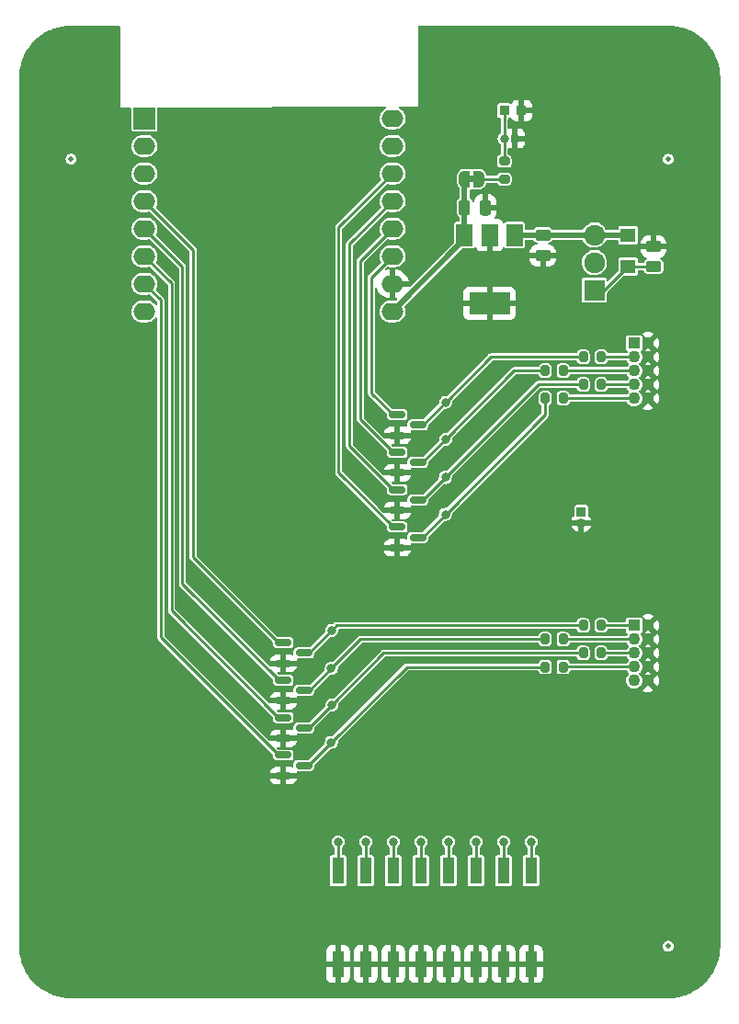
<source format=gbr>
%TF.GenerationSoftware,KiCad,Pcbnew,(6.0.10)*%
%TF.CreationDate,2023-01-10T11:19:31-08:00*%
%TF.ProjectId,we_ssr_control,77655f73-7372-45f6-936f-6e74726f6c2e,0.0.9*%
%TF.SameCoordinates,PX2faf080PY8583b00*%
%TF.FileFunction,Copper,L1,Top*%
%TF.FilePolarity,Positive*%
%FSLAX46Y46*%
G04 Gerber Fmt 4.6, Leading zero omitted, Abs format (unit mm)*
G04 Created by KiCad (PCBNEW (6.0.10)) date 2023-01-10 11:19:31*
%MOMM*%
%LPD*%
G01*
G04 APERTURE LIST*
G04 Aperture macros list*
%AMRoundRect*
0 Rectangle with rounded corners*
0 $1 Rounding radius*
0 $2 $3 $4 $5 $6 $7 $8 $9 X,Y pos of 4 corners*
0 Add a 4 corners polygon primitive as box body*
4,1,4,$2,$3,$4,$5,$6,$7,$8,$9,$2,$3,0*
0 Add four circle primitives for the rounded corners*
1,1,$1+$1,$2,$3*
1,1,$1+$1,$4,$5*
1,1,$1+$1,$6,$7*
1,1,$1+$1,$8,$9*
0 Add four rect primitives between the rounded corners*
20,1,$1+$1,$2,$3,$4,$5,0*
20,1,$1+$1,$4,$5,$6,$7,0*
20,1,$1+$1,$6,$7,$8,$9,0*
20,1,$1+$1,$8,$9,$2,$3,0*%
%AMFreePoly0*
4,1,22,0.500000,-0.750000,0.000000,-0.750000,0.000000,-0.745033,-0.079941,-0.743568,-0.215256,-0.701293,-0.333266,-0.622738,-0.424486,-0.514219,-0.481581,-0.384460,-0.499164,-0.250000,-0.500000,-0.250000,-0.500000,0.250000,-0.499164,0.250000,-0.499963,0.256109,-0.478152,0.396186,-0.417904,0.524511,-0.324060,0.630769,-0.204165,0.706417,-0.067858,0.745374,0.000000,0.744959,0.000000,0.750000,
0.500000,0.750000,0.500000,-0.750000,0.500000,-0.750000,$1*%
%AMFreePoly1*
4,1,20,0.000000,0.744959,0.073905,0.744508,0.209726,0.703889,0.328688,0.626782,0.421226,0.519385,0.479903,0.390333,0.500000,0.250000,0.500000,-0.250000,0.499851,-0.262216,0.476331,-0.402017,0.414519,-0.529596,0.319384,-0.634700,0.198574,-0.708877,0.061801,-0.746166,0.000000,-0.745033,0.000000,-0.750000,-0.500000,-0.750000,-0.500000,0.750000,0.000000,0.750000,0.000000,0.744959,
0.000000,0.744959,$1*%
G04 Aperture macros list end*
%TA.AperFunction,ComponentPad*%
%ADD10R,1.090000X1.090000*%
%TD*%
%TA.AperFunction,ComponentPad*%
%ADD11C,1.090000*%
%TD*%
%TA.AperFunction,SMDPad,CuDef*%
%ADD12RoundRect,0.200000X-0.200000X-0.275000X0.200000X-0.275000X0.200000X0.275000X-0.200000X0.275000X0*%
%TD*%
%TA.AperFunction,ComponentPad*%
%ADD13R,1.920000X1.920000*%
%TD*%
%TA.AperFunction,ComponentPad*%
%ADD14C,1.920000*%
%TD*%
%TA.AperFunction,SMDPad,CuDef*%
%ADD15FreePoly0,0.000000*%
%TD*%
%TA.AperFunction,SMDPad,CuDef*%
%ADD16FreePoly1,0.000000*%
%TD*%
%TA.AperFunction,SMDPad,CuDef*%
%ADD17RoundRect,0.150000X-0.587500X-0.150000X0.587500X-0.150000X0.587500X0.150000X-0.587500X0.150000X0*%
%TD*%
%TA.AperFunction,SMDPad,CuDef*%
%ADD18RoundRect,0.200000X0.275000X-0.200000X0.275000X0.200000X-0.275000X0.200000X-0.275000X-0.200000X0*%
%TD*%
%TA.AperFunction,ComponentPad*%
%ADD19R,0.850000X0.850000*%
%TD*%
%TA.AperFunction,ComponentPad*%
%ADD20O,0.850000X0.850000*%
%TD*%
%TA.AperFunction,ComponentPad*%
%ADD21R,0.800000X0.800000*%
%TD*%
%TA.AperFunction,ComponentPad*%
%ADD22C,0.800000*%
%TD*%
%TA.AperFunction,SMDPad,CuDef*%
%ADD23RoundRect,0.250000X0.450000X-0.262500X0.450000X0.262500X-0.450000X0.262500X-0.450000X-0.262500X0*%
%TD*%
%TA.AperFunction,SMDPad,CuDef*%
%ADD24C,0.500000*%
%TD*%
%TA.AperFunction,SMDPad,CuDef*%
%ADD25RoundRect,0.250000X-0.250000X-0.475000X0.250000X-0.475000X0.250000X0.475000X-0.250000X0.475000X0*%
%TD*%
%TA.AperFunction,SMDPad,CuDef*%
%ADD26RoundRect,0.250000X-0.475000X0.250000X-0.475000X-0.250000X0.475000X-0.250000X0.475000X0.250000X0*%
%TD*%
%TA.AperFunction,SMDPad,CuDef*%
%ADD27R,0.900000X0.950000*%
%TD*%
%TA.AperFunction,ComponentPad*%
%ADD28C,6.400000*%
%TD*%
%TA.AperFunction,SMDPad,CuDef*%
%ADD29R,1.400000X1.300000*%
%TD*%
%TA.AperFunction,SMDPad,CuDef*%
%ADD30R,1.500000X2.000000*%
%TD*%
%TA.AperFunction,SMDPad,CuDef*%
%ADD31R,3.800000X2.000000*%
%TD*%
%TA.AperFunction,SMDPad,CuDef*%
%ADD32R,1.130000X2.440000*%
%TD*%
%TA.AperFunction,ComponentPad*%
%ADD33R,2.000000X2.000000*%
%TD*%
%TA.AperFunction,ComponentPad*%
%ADD34O,2.000000X1.600000*%
%TD*%
%TA.AperFunction,ViaPad*%
%ADD35C,0.800000*%
%TD*%
%TA.AperFunction,Conductor*%
%ADD36C,0.500000*%
%TD*%
%TA.AperFunction,Conductor*%
%ADD37C,0.250000*%
%TD*%
G04 APERTURE END LIST*
%TO.C,JP1*%
G36*
X42150000Y75350000D02*
G01*
X41650000Y75350000D01*
X41650000Y75950000D01*
X42150000Y75950000D01*
X42150000Y75350000D01*
G37*
%TD*%
D10*
%TO.P,JCNTL1,1,1*%
%TO.N,Net-(JCNTL1-Pad1)*%
X56865000Y60540000D03*
D11*
%TO.P,JCNTL1,2,2*%
%TO.N,GNDPWR*%
X58135000Y60540000D03*
%TO.P,JCNTL1,3,3*%
%TO.N,Net-(JCNTL1-Pad3)*%
X56865000Y59270000D03*
%TO.P,JCNTL1,4,4*%
%TO.N,GNDPWR*%
X58135000Y59270000D03*
%TO.P,JCNTL1,5,5*%
%TO.N,Net-(JCNTL1-Pad5)*%
X56865000Y58000000D03*
%TO.P,JCNTL1,6,6*%
%TO.N,GNDPWR*%
X58135000Y58000000D03*
%TO.P,JCNTL1,7,7*%
%TO.N,Net-(JCNTL1-Pad7)*%
X56865000Y56730000D03*
%TO.P,JCNTL1,8,8*%
%TO.N,GNDPWR*%
X58135000Y56730000D03*
%TO.P,JCNTL1,9,9*%
%TO.N,Net-(JCNTL1-Pad9)*%
X56865000Y55460000D03*
%TO.P,JCNTL1,10,10*%
%TO.N,GNDPWR*%
X58135000Y55460000D03*
%TD*%
D10*
%TO.P,JCNTL2,1,1*%
%TO.N,Net-(JCNTL2-Pad1)*%
X56865000Y34540000D03*
D11*
%TO.P,JCNTL2,2,2*%
%TO.N,GNDPWR*%
X58135000Y34540000D03*
%TO.P,JCNTL2,3,3*%
%TO.N,Net-(JCNTL2-Pad3)*%
X56865000Y33270000D03*
%TO.P,JCNTL2,4,4*%
%TO.N,GNDPWR*%
X58135000Y33270000D03*
%TO.P,JCNTL2,5,5*%
%TO.N,Net-(JCNTL2-Pad5)*%
X56865000Y32000000D03*
%TO.P,JCNTL2,6,6*%
%TO.N,GNDPWR*%
X58135000Y32000000D03*
%TO.P,JCNTL2,7,7*%
%TO.N,Net-(JCNTL2-Pad7)*%
X56865000Y30730000D03*
%TO.P,JCNTL2,8,8*%
%TO.N,GNDPWR*%
X58135000Y30730000D03*
%TO.P,JCNTL2,9,9*%
%TO.N,Net-(JCNTL2-Pad9)*%
X56865000Y29460000D03*
%TO.P,JCNTL2,10,10*%
%TO.N,GNDPWR*%
X58135000Y29460000D03*
%TD*%
D12*
%TO.P,RS8,1*%
%TO.N,/a8*%
X52175000Y34540000D03*
%TO.P,RS8,2*%
%TO.N,Net-(JCNTL2-Pad1)*%
X53825000Y34540000D03*
%TD*%
D13*
%TO.P,Q1,1*%
%TO.N,Net-(Q1-Pad1)*%
X53200000Y65420000D03*
D14*
%TO.P,Q1,2*%
%TO.N,+BATT*%
X53200000Y67960000D03*
%TO.P,Q1,3*%
%TO.N,+VDC*%
X53200000Y70500000D03*
%TD*%
D15*
%TO.P,JP1,1,A*%
%TO.N,+5V*%
X41250000Y75650000D03*
D16*
%TO.P,JP1,2,B*%
%TO.N,Net-(JP1-Pad2)*%
X42550000Y75650000D03*
%TD*%
D17*
%TO.P,QD5,1,G*%
%TO.N,/b5*%
X24562500Y22600000D03*
%TO.P,QD5,2,S*%
%TO.N,GNDPWR*%
X24562500Y20700000D03*
%TO.P,QD5,3,D*%
%TO.N,/a5*%
X26437500Y21650000D03*
%TD*%
D12*
%TO.P,RS5,1*%
%TO.N,/a5*%
X48675000Y30720000D03*
%TO.P,RS5,2*%
%TO.N,Net-(JCNTL2-Pad7)*%
X50325000Y30720000D03*
%TD*%
D18*
%TO.P,RL1,1*%
%TO.N,Net-(JP1-Pad2)*%
X44900000Y75650000D03*
%TO.P,RL1,2*%
%TO.N,Net-(JL1-Pad2)*%
X44900000Y77300000D03*
%TD*%
D19*
%TO.P,JS2,1,Pin_1*%
%TO.N,+BATT*%
X52000000Y45000000D03*
D20*
%TO.P,JS2,2,Pin_2*%
%TO.N,GNDPWR*%
X52000000Y44000000D03*
%TD*%
D21*
%TO.P,JL1,1,Pin_1*%
%TO.N,GNDPWR*%
X45900000Y79400000D03*
D22*
%TO.P,JL1,2,Pin_2*%
%TO.N,Net-(JL1-Pad2)*%
X44900000Y79400000D03*
%TD*%
D23*
%TO.P,RP1,1*%
%TO.N,Net-(Q1-Pad1)*%
X58650000Y67600000D03*
%TO.P,RP1,2*%
%TO.N,GNDPWR*%
X58650000Y69425000D03*
%TD*%
D12*
%TO.P,RS6,1*%
%TO.N,/a6*%
X52175000Y32000000D03*
%TO.P,RS6,2*%
%TO.N,Net-(JCNTL2-Pad5)*%
X53825000Y32000000D03*
%TD*%
D17*
%TO.P,QD1,1,G*%
%TO.N,/b1*%
X35062500Y53950000D03*
%TO.P,QD1,2,S*%
%TO.N,GNDPWR*%
X35062500Y52050000D03*
%TO.P,QD1,3,D*%
%TO.N,/a1*%
X36937500Y53000000D03*
%TD*%
D24*
%TO.P,FID1,*%
%TO.N,*%
X5000000Y77500000D03*
%TD*%
D25*
%TO.P,C2,1*%
%TO.N,+5V*%
X41250000Y73050000D03*
%TO.P,C2,2*%
%TO.N,GNDPWR*%
X43150000Y73050000D03*
%TD*%
D17*
%TO.P,QD7,1,G*%
%TO.N,/b7*%
X24562500Y29500000D03*
%TO.P,QD7,2,S*%
%TO.N,GNDPWR*%
X24562500Y27600000D03*
%TO.P,QD7,3,D*%
%TO.N,/a7*%
X26437500Y28550000D03*
%TD*%
D26*
%TO.P,C1,1*%
%TO.N,+VDC*%
X48450000Y70500000D03*
%TO.P,C1,2*%
%TO.N,GNDPWR*%
X48450000Y68600000D03*
%TD*%
D27*
%TO.P,LED1,1*%
%TO.N,GNDPWR*%
X46500000Y81950000D03*
%TO.P,LED1,2*%
%TO.N,Net-(JL1-Pad2)*%
X44900000Y81950000D03*
%TD*%
D12*
%TO.P,RS1,1*%
%TO.N,/a1*%
X52175000Y59270000D03*
%TO.P,RS1,2*%
%TO.N,Net-(JCNTL1-Pad3)*%
X53825000Y59270000D03*
%TD*%
%TO.P,RS3,1*%
%TO.N,/a3*%
X52175000Y56730000D03*
%TO.P,RS3,2*%
%TO.N,Net-(JCNTL1-Pad7)*%
X53825000Y56730000D03*
%TD*%
D22*
%TO.P,H3,1,1*%
%TO.N,GNDPWR*%
X62400000Y45000000D03*
X60000000Y47400000D03*
X61697056Y46697056D03*
X57600000Y45000000D03*
X58302944Y43302944D03*
X58302944Y46697056D03*
X60000000Y42600000D03*
D28*
X60000000Y45000000D03*
D22*
X61697056Y43302944D03*
%TD*%
D17*
%TO.P,QD2,1,G*%
%TO.N,/b2*%
X35062500Y50500000D03*
%TO.P,QD2,2,S*%
%TO.N,GNDPWR*%
X35062500Y48600000D03*
%TO.P,QD2,3,D*%
%TO.N,/a2*%
X36937500Y49550000D03*
%TD*%
D12*
%TO.P,RS2,1*%
%TO.N,/a2*%
X48675000Y58000000D03*
%TO.P,RS2,2*%
%TO.N,Net-(JCNTL1-Pad5)*%
X50325000Y58000000D03*
%TD*%
D17*
%TO.P,QD6,1,G*%
%TO.N,/b6*%
X24562500Y26050000D03*
%TO.P,QD6,2,S*%
%TO.N,GNDPWR*%
X24562500Y24150000D03*
%TO.P,QD6,3,D*%
%TO.N,/a6*%
X26437500Y25100000D03*
%TD*%
%TO.P,QD3,1,G*%
%TO.N,/b3*%
X35062500Y47050000D03*
%TO.P,QD3,2,S*%
%TO.N,GNDPWR*%
X35062500Y45150000D03*
%TO.P,QD3,3,D*%
%TO.N,/a3*%
X36937500Y46100000D03*
%TD*%
D29*
%TO.P,ZD1,1,K*%
%TO.N,+VDC*%
X56300000Y70500000D03*
%TO.P,ZD1,2,A*%
%TO.N,Net-(Q1-Pad1)*%
X56300000Y67600000D03*
%TD*%
D24*
%TO.P,FID2,*%
%TO.N,*%
X60000000Y77500000D03*
%TD*%
D30*
%TO.P,REG1,1,INPUT*%
%TO.N,+VDC*%
X45850000Y70500000D03*
%TO.P,REG1,2,GND_1*%
%TO.N,GNDPWR*%
X43550000Y70500000D03*
%TO.P,REG1,3,OUTPUT*%
%TO.N,+5V*%
X41250000Y70500000D03*
D31*
%TO.P,REG1,4,GND_2*%
%TO.N,GNDPWR*%
X43550000Y64200000D03*
%TD*%
D12*
%TO.P,RS7,1*%
%TO.N,/a7*%
X48675000Y33270000D03*
%TO.P,RS7,2*%
%TO.N,Net-(JCNTL2-Pad3)*%
X50325000Y33270000D03*
%TD*%
%TO.P,RS4,1*%
%TO.N,/a4*%
X48675000Y55460000D03*
%TO.P,RS4,2*%
%TO.N,Net-(JCNTL1-Pad9)*%
X50325000Y55460000D03*
%TD*%
D22*
%TO.P,H2,1,1*%
%TO.N,GNDPWR*%
X5000000Y2600000D03*
X5000000Y7400000D03*
X6697056Y3302944D03*
D28*
X5000000Y5000000D03*
D22*
X3302944Y6697056D03*
X6697056Y6697056D03*
X2600000Y5000000D03*
X7400000Y5000000D03*
X3302944Y3302944D03*
%TD*%
D17*
%TO.P,QD8,1,G*%
%TO.N,/b8*%
X24562500Y32950000D03*
%TO.P,QD8,2,S*%
%TO.N,GNDPWR*%
X24562500Y31050000D03*
%TO.P,QD8,3,D*%
%TO.N,/a8*%
X26437500Y32000000D03*
%TD*%
D32*
%TO.P,S1,1,1*%
%TO.N,GNDPWR*%
X29600000Y3350000D03*
%TO.P,S1,2,2*%
X32140000Y3350000D03*
%TO.P,S1,3,3*%
X34680000Y3350000D03*
%TO.P,S1,4,4*%
X37220000Y3350000D03*
%TO.P,S1,5,5*%
X39760000Y3350000D03*
%TO.P,S1,6,6*%
X42300000Y3350000D03*
%TO.P,S1,7,7*%
X44840000Y3350000D03*
%TO.P,S1,8,8*%
X47380000Y3350000D03*
%TO.P,S1,9,9*%
%TO.N,/a1*%
X47380000Y11950000D03*
%TO.P,S1,10,10*%
%TO.N,/a2*%
X44840000Y11950000D03*
%TO.P,S1,11,11*%
%TO.N,/a3*%
X42300000Y11950000D03*
%TO.P,S1,12,12*%
%TO.N,/a4*%
X39760000Y11950000D03*
%TO.P,S1,13,13*%
%TO.N,/a8*%
X37220000Y11950000D03*
%TO.P,S1,14,14*%
%TO.N,/a7*%
X34680000Y11950000D03*
%TO.P,S1,15,15*%
%TO.N,/a6*%
X32140000Y11950000D03*
%TO.P,S1,16,16*%
%TO.N,/a5*%
X29600000Y11950000D03*
%TD*%
D24*
%TO.P,FID3,*%
%TO.N,*%
X60000000Y5000000D03*
%TD*%
D17*
%TO.P,QD4,1,G*%
%TO.N,/b4*%
X35062500Y43600000D03*
%TO.P,QD4,2,S*%
%TO.N,GNDPWR*%
X35062500Y41700000D03*
%TO.P,QD4,3,D*%
%TO.N,/a4*%
X36937500Y42650000D03*
%TD*%
D33*
%TO.P,U1,1,RST*%
%TO.N,unconnected-(U1-Pad1)*%
X11750000Y81250000D03*
D34*
%TO.P,U1,2,A0*%
%TO.N,unconnected-(U1-Pad2)*%
X11750000Y78710000D03*
%TO.P,U1,3,D0*%
%TO.N,unconnected-(U1-Pad3)*%
X11750000Y76170000D03*
%TO.P,U1,4,SCK/D5*%
%TO.N,/b8*%
X11750000Y73630000D03*
%TO.P,U1,5,MISO/D6*%
%TO.N,/b7*%
X11750000Y71090000D03*
%TO.P,U1,6,MOSI/D7*%
%TO.N,/b6*%
X11750000Y68550000D03*
%TO.P,U1,7,CS/D8*%
%TO.N,/b5*%
X11750000Y66010000D03*
%TO.P,U1,8,3.3V*%
%TO.N,unconnected-(U1-Pad8)*%
X11750000Y63470000D03*
%TO.P,U1,9,5V*%
%TO.N,+5V*%
X34610000Y63470000D03*
%TO.P,U1,10,GND*%
%TO.N,GNDPWR*%
X34610000Y66010000D03*
%TO.P,U1,11,D4*%
%TO.N,/b1*%
X34610000Y68550000D03*
%TO.P,U1,12,D3*%
%TO.N,/b2*%
X34610000Y71090000D03*
%TO.P,U1,13,SDA/D2*%
%TO.N,/b3*%
X34610000Y73630000D03*
%TO.P,U1,14,SCL/D1*%
%TO.N,/b4*%
X34610000Y76170000D03*
%TO.P,U1,15,RX*%
%TO.N,unconnected-(U1-Pad15)*%
X34610000Y78710000D03*
%TO.P,U1,16,TX*%
%TO.N,unconnected-(U1-Pad16)*%
X34610000Y81250000D03*
%TD*%
D22*
%TO.P,H1,1,1*%
%TO.N,GNDPWR*%
X7400000Y85000000D03*
X3302944Y86697056D03*
X2600000Y85000000D03*
X5000000Y82600000D03*
X3302944Y83302944D03*
D28*
X5000000Y85000000D03*
D22*
X6697056Y83302944D03*
X6697056Y86697056D03*
X5000000Y87400000D03*
%TD*%
D35*
%TO.N,GNDPWR*%
X23500000Y25300000D03*
X36650000Y41700000D03*
X39760000Y5450000D03*
X23500000Y32200000D03*
X34680000Y5450000D03*
X46300000Y64180000D03*
X23500000Y21850000D03*
X43550000Y66030000D03*
X36650000Y48600000D03*
X34000000Y49750000D03*
X37220000Y5450000D03*
X29600000Y5450000D03*
X23500000Y28750000D03*
X44840000Y5450000D03*
X26150000Y27600000D03*
X26150000Y24150000D03*
X26150000Y20700000D03*
X32140000Y5450000D03*
X42300000Y5450000D03*
X43550000Y62380000D03*
X47380000Y5450000D03*
X40800000Y64180000D03*
X36650000Y52050000D03*
X34000000Y53200000D03*
X36650000Y45150000D03*
X34000000Y42850000D03*
X34000000Y46300000D03*
X26150000Y31050000D03*
%TO.N,/a3*%
X42300000Y14600000D03*
X39475000Y48175000D03*
%TO.N,/a4*%
X39475000Y44775000D03*
X39760000Y14600000D03*
%TO.N,/a1*%
X47380000Y14600000D03*
X39500000Y55100000D03*
%TO.N,/a2*%
X39500000Y51700000D03*
X44840000Y14600000D03*
%TO.N,/a8*%
X29000000Y34100000D03*
X37220000Y14600000D03*
%TO.N,/a7*%
X34680000Y14600000D03*
X28975000Y30575000D03*
%TO.N,/a6*%
X32140000Y14600000D03*
X29000000Y27200000D03*
%TO.N,/a5*%
X29600000Y14600000D03*
X28975000Y23775000D03*
%TD*%
D36*
%TO.N,+5V*%
X41250000Y70500000D02*
X41250000Y75650000D01*
X41250000Y70110000D02*
X41250000Y70500000D01*
X34610000Y63470000D02*
X41250000Y70110000D01*
D37*
%TO.N,Net-(JCNTL2-Pad1)*%
X56865000Y34540000D02*
X53825000Y34540000D01*
%TO.N,Net-(JCNTL2-Pad3)*%
X50325000Y33270000D02*
X56865000Y33270000D01*
%TO.N,Net-(JCNTL2-Pad5)*%
X56865000Y32000000D02*
X53825000Y32000000D01*
D36*
%TO.N,+VDC*%
X56300000Y70500000D02*
X45850000Y70500000D01*
D37*
%TO.N,/a3*%
X52175000Y56730000D02*
X48030000Y56730000D01*
X48030000Y56730000D02*
X39475000Y48175000D01*
X42300000Y14600000D02*
X42300000Y11950000D01*
X37400000Y46100000D02*
X36937500Y46100000D01*
X39475000Y48175000D02*
X37400000Y46100000D01*
%TO.N,/a4*%
X48675000Y53975000D02*
X48675000Y55460000D01*
X39760000Y11950000D02*
X39760000Y14600000D01*
X39475000Y44775000D02*
X48675000Y53975000D01*
X36937500Y42650000D02*
X37350000Y42650000D01*
X37350000Y42650000D02*
X39475000Y44775000D01*
%TO.N,/a1*%
X37400000Y53000000D02*
X36937500Y53000000D01*
X43670000Y59270000D02*
X39500000Y55100000D01*
X52175000Y59270000D02*
X43670000Y59270000D01*
X47380000Y14600000D02*
X47380000Y11950000D01*
X39500000Y55100000D02*
X37400000Y53000000D01*
%TO.N,/a2*%
X48675000Y58000000D02*
X45800000Y58000000D01*
X37350000Y49550000D02*
X36937500Y49550000D01*
X39500000Y51700000D02*
X37350000Y49550000D01*
X44840000Y11950000D02*
X44840000Y14600000D01*
X45800000Y58000000D02*
X39500000Y51700000D01*
%TO.N,/a8*%
X29000000Y34100000D02*
X26900000Y32000000D01*
X52175000Y34540000D02*
X29440000Y34540000D01*
X37220000Y14600000D02*
X37220000Y11950000D01*
X29440000Y34540000D02*
X29000000Y34100000D01*
X26900000Y32000000D02*
X26437500Y32000000D01*
%TO.N,/a7*%
X28975000Y30575000D02*
X26950000Y28550000D01*
X34680000Y11950000D02*
X34680000Y14600000D01*
X26950000Y28550000D02*
X26437500Y28550000D01*
X48675000Y33270000D02*
X31670000Y33270000D01*
X31670000Y33270000D02*
X28975000Y30575000D01*
%TO.N,/a6*%
X29000000Y27200000D02*
X26900000Y25100000D01*
X52175000Y32000000D02*
X33800000Y32000000D01*
X32140000Y14600000D02*
X32140000Y11950000D01*
X33800000Y32000000D02*
X29000000Y27200000D01*
X26900000Y25100000D02*
X26437500Y25100000D01*
%TO.N,/a5*%
X29600000Y11950000D02*
X29600000Y14600000D01*
X26850000Y21650000D02*
X26437500Y21650000D01*
X48675000Y30720000D02*
X35920000Y30720000D01*
X28975000Y23775000D02*
X26850000Y21650000D01*
X35920000Y30720000D02*
X28975000Y23775000D01*
%TO.N,Net-(JL1-Pad2)*%
X44900000Y77300000D02*
X44900000Y81950000D01*
%TO.N,Net-(JCNTL2-Pad7)*%
X50325000Y30720000D02*
X50335000Y30730000D01*
X50335000Y30730000D02*
X56865000Y30730000D01*
%TO.N,/b1*%
X34650000Y53950000D02*
X35062500Y53950000D01*
X32650000Y55950000D02*
X34650000Y53950000D01*
X34610000Y68550000D02*
X32650000Y66590000D01*
X32650000Y66590000D02*
X32650000Y55950000D01*
%TO.N,/b2*%
X31650000Y68130000D02*
X31650000Y53500000D01*
X34650000Y50500000D02*
X35062500Y50500000D01*
X34610000Y71090000D02*
X31650000Y68130000D01*
X31650000Y53500000D02*
X34650000Y50500000D01*
%TO.N,Net-(Q1-Pad1)*%
X53200000Y65420000D02*
X54120000Y65420000D01*
X58650000Y67600000D02*
X56300000Y67600000D01*
X54120000Y65420000D02*
X56300000Y67600000D01*
%TO.N,Net-(JCNTL1-Pad3)*%
X56865000Y59270000D02*
X53825000Y59270000D01*
%TO.N,Net-(JCNTL1-Pad5)*%
X50325000Y58000000D02*
X56865000Y58000000D01*
%TO.N,Net-(JCNTL1-Pad7)*%
X56865000Y56730000D02*
X53825000Y56730000D01*
%TO.N,Net-(JCNTL1-Pad9)*%
X50325000Y55460000D02*
X56865000Y55460000D01*
%TO.N,Net-(JP1-Pad2)*%
X42550000Y75650000D02*
X44900000Y75650000D01*
%TO.N,/b3*%
X30650000Y69670000D02*
X30650000Y51050000D01*
X34610000Y73630000D02*
X30650000Y69670000D01*
X34650000Y47050000D02*
X35062500Y47050000D01*
X30650000Y51050000D02*
X34650000Y47050000D01*
%TO.N,/b4*%
X29650000Y71210000D02*
X29650000Y48600000D01*
X34610000Y76170000D02*
X29650000Y71210000D01*
X29650000Y48600000D02*
X34650000Y43600000D01*
X34650000Y43600000D02*
X35062500Y43600000D01*
%TO.N,/b5*%
X13250000Y33450000D02*
X24100000Y22600000D01*
X13250000Y64510000D02*
X13250000Y33450000D01*
X11750000Y66010000D02*
X13250000Y64510000D01*
X24100000Y22600000D02*
X24562500Y22600000D01*
%TO.N,/b6*%
X14250000Y35900000D02*
X14250000Y66050000D01*
X14250000Y66050000D02*
X11750000Y68550000D01*
X24100000Y26050000D02*
X14250000Y35900000D01*
X24562500Y26050000D02*
X24100000Y26050000D01*
%TO.N,/b7*%
X15250000Y38400000D02*
X24150000Y29500000D01*
X24150000Y29500000D02*
X24562500Y29500000D01*
X11750000Y71090000D02*
X15250000Y67590000D01*
X15250000Y67590000D02*
X15250000Y38400000D01*
%TO.N,/b8*%
X16250000Y40800000D02*
X24100000Y32950000D01*
X24100000Y32950000D02*
X24562500Y32950000D01*
X11750000Y73630000D02*
X16250000Y69130000D01*
X16250000Y69130000D02*
X16250000Y40800000D01*
%TD*%
%TA.AperFunction,Conductor*%
%TO.N,GNDPWR*%
G36*
X9468021Y89780593D02*
G01*
X9503985Y89731093D01*
X9508830Y89700490D01*
X9508818Y89577613D01*
X9508085Y82249915D01*
X9516285Y82249945D01*
X9869467Y82251248D01*
X10450136Y82253389D01*
X10508395Y82234697D01*
X10544541Y82185330D01*
X10549500Y82154390D01*
X10549500Y80230252D01*
X10561133Y80171769D01*
X10605448Y80105448D01*
X10671769Y80061133D01*
X10681332Y80059231D01*
X10681334Y80059230D01*
X10704005Y80054721D01*
X10730252Y80049500D01*
X12769748Y80049500D01*
X12795995Y80054721D01*
X12818666Y80059230D01*
X12818668Y80059231D01*
X12828231Y80061133D01*
X12894552Y80105448D01*
X12938867Y80171769D01*
X12950500Y80230252D01*
X12950500Y82163973D01*
X12969407Y82222164D01*
X13018907Y82258128D01*
X13049133Y82262972D01*
X33929453Y82339961D01*
X33987713Y82321269D01*
X34023859Y82271902D01*
X34024085Y82210717D01*
X33988304Y82161084D01*
X33977814Y82154375D01*
X33836056Y82075797D01*
X33681729Y81943523D01*
X33557152Y81782919D01*
X33467413Y81600545D01*
X33466149Y81595691D01*
X33421492Y81424252D01*
X33416178Y81403852D01*
X33405541Y81200874D01*
X33435935Y80999903D01*
X33506119Y80809148D01*
X33613226Y80636401D01*
X33752881Y80488720D01*
X33756986Y80485846D01*
X33756989Y80485843D01*
X33840358Y80427468D01*
X33919379Y80372137D01*
X33923975Y80370148D01*
X33923977Y80370147D01*
X34021156Y80328094D01*
X34105919Y80291414D01*
X34304880Y80249849D01*
X34309432Y80249610D01*
X34310234Y80249568D01*
X34310249Y80249568D01*
X34311539Y80249500D01*
X34860800Y80249500D01*
X34863288Y80249753D01*
X34863294Y80249753D01*
X34923816Y80255901D01*
X35012216Y80264880D01*
X35123509Y80299757D01*
X35201389Y80324163D01*
X35201390Y80324163D01*
X35206172Y80325662D01*
X35383944Y80424203D01*
X35538271Y80556477D01*
X35662848Y80717081D01*
X35752587Y80899455D01*
X35803822Y81096148D01*
X35814459Y81299126D01*
X35784065Y81500097D01*
X35713881Y81690852D01*
X35606774Y81863599D01*
X35467119Y82011280D01*
X35463014Y82014154D01*
X35463011Y82014157D01*
X35304727Y82124988D01*
X35300621Y82127863D01*
X35296028Y82129851D01*
X35296020Y82129855D01*
X35237747Y82155071D01*
X35191851Y82195533D01*
X35178503Y82255245D01*
X35202803Y82311398D01*
X35255467Y82342545D01*
X35276699Y82344928D01*
X36957321Y82351125D01*
X36957322Y82351125D01*
X36973002Y82351183D01*
X36973012Y82444748D01*
X36973745Y89700510D01*
X36992658Y89758699D01*
X37042162Y89794658D01*
X37072745Y89799500D01*
X59965983Y89799500D01*
X59988169Y89796982D01*
X59999641Y89794344D01*
X60010514Y89796804D01*
X60017449Y89796792D01*
X60032039Y89798101D01*
X60121579Y89794191D01*
X60413989Y89781424D01*
X60422592Y89780671D01*
X60829140Y89727149D01*
X60837646Y89725649D01*
X61237980Y89636897D01*
X61246321Y89634662D01*
X61637411Y89511352D01*
X61645512Y89508404D01*
X61924864Y89392692D01*
X62024365Y89351477D01*
X62032192Y89347827D01*
X62395921Y89158482D01*
X62403381Y89154176D01*
X62749240Y88933839D01*
X62756314Y88928885D01*
X63081634Y88679258D01*
X63088235Y88673719D01*
X63390580Y88396672D01*
X63396672Y88390580D01*
X63673719Y88088235D01*
X63679258Y88081634D01*
X63859425Y87846836D01*
X63928885Y87756314D01*
X63933838Y87749241D01*
X64154176Y87403381D01*
X64158482Y87395921D01*
X64316238Y87092874D01*
X64347827Y87032192D01*
X64351477Y87024365D01*
X64508401Y86645520D01*
X64511355Y86637404D01*
X64634662Y86246322D01*
X64636897Y86237980D01*
X64725649Y85837646D01*
X64727149Y85829140D01*
X64780671Y85422592D01*
X64781424Y85413988D01*
X64798078Y85032561D01*
X64796856Y85019201D01*
X64796842Y85011223D01*
X64794344Y85000359D01*
X64796804Y84989487D01*
X64797059Y84988362D01*
X64799500Y84966512D01*
X64799500Y5034017D01*
X64796982Y5011831D01*
X64794344Y5000359D01*
X64796804Y4989486D01*
X64796792Y4982551D01*
X64798101Y4967960D01*
X64781424Y4586011D01*
X64780671Y4577408D01*
X64727149Y4170860D01*
X64725649Y4162354D01*
X64636897Y3762020D01*
X64634662Y3753679D01*
X64588769Y3608122D01*
X64511355Y3362596D01*
X64508401Y3354480D01*
X64351477Y2975635D01*
X64347827Y2967808D01*
X64158482Y2604079D01*
X64154176Y2596619D01*
X64107097Y2522720D01*
X63933839Y2250760D01*
X63928885Y2243686D01*
X63679258Y1918366D01*
X63673719Y1911765D01*
X63396672Y1609420D01*
X63390580Y1603328D01*
X63088235Y1326281D01*
X63081634Y1320742D01*
X62756314Y1071115D01*
X62749241Y1066162D01*
X62403381Y845824D01*
X62395921Y841518D01*
X62092874Y683762D01*
X62032192Y652173D01*
X62024365Y648523D01*
X61924864Y607308D01*
X61645512Y491596D01*
X61637411Y488648D01*
X61427259Y422387D01*
X61246322Y365338D01*
X61237980Y363103D01*
X60837646Y274351D01*
X60829140Y272851D01*
X60422592Y219329D01*
X60413988Y218576D01*
X60032561Y201922D01*
X60019201Y203144D01*
X60011223Y203158D01*
X60000359Y205656D01*
X59988359Y202941D01*
X59966512Y200500D01*
X5034017Y200500D01*
X5011831Y203018D01*
X5011813Y203022D01*
X5000359Y205656D01*
X4989486Y203196D01*
X4982551Y203208D01*
X4967961Y201899D01*
X4878421Y205809D01*
X4586011Y218576D01*
X4577408Y219329D01*
X4170860Y272851D01*
X4162354Y274351D01*
X3762020Y363103D01*
X3753678Y365338D01*
X3572741Y422387D01*
X3362589Y488648D01*
X3354488Y491596D01*
X3075136Y607308D01*
X2975635Y648523D01*
X2967808Y652173D01*
X2907126Y683762D01*
X2604079Y841518D01*
X2596619Y845824D01*
X2250759Y1066162D01*
X2243686Y1071115D01*
X1918366Y1320742D01*
X1911765Y1326281D01*
X1609420Y1603328D01*
X1603328Y1609420D01*
X1326281Y1911765D01*
X1320742Y1918366D01*
X1193195Y2084589D01*
X28527001Y2084589D01*
X28527290Y2079249D01*
X28533078Y2025965D01*
X28535927Y2013980D01*
X28582351Y1890145D01*
X28589059Y1877892D01*
X28667863Y1772744D01*
X28677744Y1762863D01*
X28782892Y1684059D01*
X28795145Y1677351D01*
X28918978Y1630928D01*
X28930967Y1628077D01*
X28984252Y1622289D01*
X28989586Y1622000D01*
X29330320Y1622000D01*
X29343005Y1626122D01*
X29346000Y1630243D01*
X29346000Y1637681D01*
X29854000Y1637681D01*
X29858122Y1624996D01*
X29862243Y1622001D01*
X30210411Y1622001D01*
X30215751Y1622290D01*
X30269035Y1628078D01*
X30281020Y1630927D01*
X30404855Y1677351D01*
X30417108Y1684059D01*
X30522256Y1762863D01*
X30532137Y1772744D01*
X30610941Y1877892D01*
X30617649Y1890145D01*
X30664072Y2013978D01*
X30666923Y2025967D01*
X30672711Y2079252D01*
X30673000Y2084586D01*
X30673000Y2084589D01*
X31067001Y2084589D01*
X31067290Y2079249D01*
X31073078Y2025965D01*
X31075927Y2013980D01*
X31122351Y1890145D01*
X31129059Y1877892D01*
X31207863Y1772744D01*
X31217744Y1762863D01*
X31322892Y1684059D01*
X31335145Y1677351D01*
X31458978Y1630928D01*
X31470967Y1628077D01*
X31524252Y1622289D01*
X31529586Y1622000D01*
X31870320Y1622000D01*
X31883005Y1626122D01*
X31886000Y1630243D01*
X31886000Y1637681D01*
X32394000Y1637681D01*
X32398122Y1624996D01*
X32402243Y1622001D01*
X32750411Y1622001D01*
X32755751Y1622290D01*
X32809035Y1628078D01*
X32821020Y1630927D01*
X32944855Y1677351D01*
X32957108Y1684059D01*
X33062256Y1762863D01*
X33072137Y1772744D01*
X33150941Y1877892D01*
X33157649Y1890145D01*
X33204072Y2013978D01*
X33206923Y2025967D01*
X33212711Y2079252D01*
X33213000Y2084586D01*
X33213000Y2084589D01*
X33607001Y2084589D01*
X33607290Y2079249D01*
X33613078Y2025965D01*
X33615927Y2013980D01*
X33662351Y1890145D01*
X33669059Y1877892D01*
X33747863Y1772744D01*
X33757744Y1762863D01*
X33862892Y1684059D01*
X33875145Y1677351D01*
X33998978Y1630928D01*
X34010967Y1628077D01*
X34064252Y1622289D01*
X34069586Y1622000D01*
X34410320Y1622000D01*
X34423005Y1626122D01*
X34426000Y1630243D01*
X34426000Y1637681D01*
X34934000Y1637681D01*
X34938122Y1624996D01*
X34942243Y1622001D01*
X35290411Y1622001D01*
X35295751Y1622290D01*
X35349035Y1628078D01*
X35361020Y1630927D01*
X35484855Y1677351D01*
X35497108Y1684059D01*
X35602256Y1762863D01*
X35612137Y1772744D01*
X35690941Y1877892D01*
X35697649Y1890145D01*
X35744072Y2013978D01*
X35746923Y2025967D01*
X35752711Y2079252D01*
X35753000Y2084586D01*
X35753000Y2084589D01*
X36147001Y2084589D01*
X36147290Y2079249D01*
X36153078Y2025965D01*
X36155927Y2013980D01*
X36202351Y1890145D01*
X36209059Y1877892D01*
X36287863Y1772744D01*
X36297744Y1762863D01*
X36402892Y1684059D01*
X36415145Y1677351D01*
X36538978Y1630928D01*
X36550967Y1628077D01*
X36604252Y1622289D01*
X36609586Y1622000D01*
X36950320Y1622000D01*
X36963005Y1626122D01*
X36966000Y1630243D01*
X36966000Y1637681D01*
X37474000Y1637681D01*
X37478122Y1624996D01*
X37482243Y1622001D01*
X37830411Y1622001D01*
X37835751Y1622290D01*
X37889035Y1628078D01*
X37901020Y1630927D01*
X38024855Y1677351D01*
X38037108Y1684059D01*
X38142256Y1762863D01*
X38152137Y1772744D01*
X38230941Y1877892D01*
X38237649Y1890145D01*
X38284072Y2013978D01*
X38286923Y2025967D01*
X38292711Y2079252D01*
X38293000Y2084586D01*
X38293000Y2084589D01*
X38687001Y2084589D01*
X38687290Y2079249D01*
X38693078Y2025965D01*
X38695927Y2013980D01*
X38742351Y1890145D01*
X38749059Y1877892D01*
X38827863Y1772744D01*
X38837744Y1762863D01*
X38942892Y1684059D01*
X38955145Y1677351D01*
X39078978Y1630928D01*
X39090967Y1628077D01*
X39144252Y1622289D01*
X39149586Y1622000D01*
X39490320Y1622000D01*
X39503005Y1626122D01*
X39506000Y1630243D01*
X39506000Y1637681D01*
X40014000Y1637681D01*
X40018122Y1624996D01*
X40022243Y1622001D01*
X40370411Y1622001D01*
X40375751Y1622290D01*
X40429035Y1628078D01*
X40441020Y1630927D01*
X40564855Y1677351D01*
X40577108Y1684059D01*
X40682256Y1762863D01*
X40692137Y1772744D01*
X40770941Y1877892D01*
X40777649Y1890145D01*
X40824072Y2013978D01*
X40826923Y2025967D01*
X40832711Y2079252D01*
X40833000Y2084586D01*
X40833000Y2084589D01*
X41227001Y2084589D01*
X41227290Y2079249D01*
X41233078Y2025965D01*
X41235927Y2013980D01*
X41282351Y1890145D01*
X41289059Y1877892D01*
X41367863Y1772744D01*
X41377744Y1762863D01*
X41482892Y1684059D01*
X41495145Y1677351D01*
X41618978Y1630928D01*
X41630967Y1628077D01*
X41684252Y1622289D01*
X41689586Y1622000D01*
X42030320Y1622000D01*
X42043005Y1626122D01*
X42046000Y1630243D01*
X42046000Y1637681D01*
X42554000Y1637681D01*
X42558122Y1624996D01*
X42562243Y1622001D01*
X42910411Y1622001D01*
X42915751Y1622290D01*
X42969035Y1628078D01*
X42981020Y1630927D01*
X43104855Y1677351D01*
X43117108Y1684059D01*
X43222256Y1762863D01*
X43232137Y1772744D01*
X43310941Y1877892D01*
X43317649Y1890145D01*
X43364072Y2013978D01*
X43366923Y2025967D01*
X43372711Y2079252D01*
X43373000Y2084586D01*
X43373000Y2084589D01*
X43767001Y2084589D01*
X43767290Y2079249D01*
X43773078Y2025965D01*
X43775927Y2013980D01*
X43822351Y1890145D01*
X43829059Y1877892D01*
X43907863Y1772744D01*
X43917744Y1762863D01*
X44022892Y1684059D01*
X44035145Y1677351D01*
X44158978Y1630928D01*
X44170967Y1628077D01*
X44224252Y1622289D01*
X44229586Y1622000D01*
X44570320Y1622000D01*
X44583005Y1626122D01*
X44586000Y1630243D01*
X44586000Y1637681D01*
X45094000Y1637681D01*
X45098122Y1624996D01*
X45102243Y1622001D01*
X45450411Y1622001D01*
X45455751Y1622290D01*
X45509035Y1628078D01*
X45521020Y1630927D01*
X45644855Y1677351D01*
X45657108Y1684059D01*
X45762256Y1762863D01*
X45772137Y1772744D01*
X45850941Y1877892D01*
X45857649Y1890145D01*
X45904072Y2013978D01*
X45906923Y2025967D01*
X45912711Y2079252D01*
X45913000Y2084586D01*
X45913000Y2084589D01*
X46307001Y2084589D01*
X46307290Y2079249D01*
X46313078Y2025965D01*
X46315927Y2013980D01*
X46362351Y1890145D01*
X46369059Y1877892D01*
X46447863Y1772744D01*
X46457744Y1762863D01*
X46562892Y1684059D01*
X46575145Y1677351D01*
X46698978Y1630928D01*
X46710967Y1628077D01*
X46764252Y1622289D01*
X46769586Y1622000D01*
X47110320Y1622000D01*
X47123005Y1626122D01*
X47126000Y1630243D01*
X47126000Y1637681D01*
X47634000Y1637681D01*
X47638122Y1624996D01*
X47642243Y1622001D01*
X47990411Y1622001D01*
X47995751Y1622290D01*
X48049035Y1628078D01*
X48061020Y1630927D01*
X48184855Y1677351D01*
X48197108Y1684059D01*
X48302256Y1762863D01*
X48312137Y1772744D01*
X48390941Y1877892D01*
X48397649Y1890145D01*
X48444072Y2013978D01*
X48446923Y2025967D01*
X48452711Y2079252D01*
X48453000Y2084586D01*
X48453000Y3080320D01*
X48448878Y3093005D01*
X48444757Y3096000D01*
X47649680Y3096000D01*
X47636995Y3091878D01*
X47634000Y3087757D01*
X47634000Y1637681D01*
X47126000Y1637681D01*
X47126000Y3080320D01*
X47121878Y3093005D01*
X47117757Y3096000D01*
X46322681Y3096000D01*
X46309996Y3091878D01*
X46307001Y3087757D01*
X46307001Y2084589D01*
X45913000Y2084589D01*
X45913000Y3080320D01*
X45908878Y3093005D01*
X45904757Y3096000D01*
X45109680Y3096000D01*
X45096995Y3091878D01*
X45094000Y3087757D01*
X45094000Y1637681D01*
X44586000Y1637681D01*
X44586000Y3080320D01*
X44581878Y3093005D01*
X44577757Y3096000D01*
X43782681Y3096000D01*
X43769996Y3091878D01*
X43767001Y3087757D01*
X43767001Y2084589D01*
X43373000Y2084589D01*
X43373000Y3080320D01*
X43368878Y3093005D01*
X43364757Y3096000D01*
X42569680Y3096000D01*
X42556995Y3091878D01*
X42554000Y3087757D01*
X42554000Y1637681D01*
X42046000Y1637681D01*
X42046000Y3080320D01*
X42041878Y3093005D01*
X42037757Y3096000D01*
X41242681Y3096000D01*
X41229996Y3091878D01*
X41227001Y3087757D01*
X41227001Y2084589D01*
X40833000Y2084589D01*
X40833000Y3080320D01*
X40828878Y3093005D01*
X40824757Y3096000D01*
X40029680Y3096000D01*
X40016995Y3091878D01*
X40014000Y3087757D01*
X40014000Y1637681D01*
X39506000Y1637681D01*
X39506000Y3080320D01*
X39501878Y3093005D01*
X39497757Y3096000D01*
X38702681Y3096000D01*
X38689996Y3091878D01*
X38687001Y3087757D01*
X38687001Y2084589D01*
X38293000Y2084589D01*
X38293000Y3080320D01*
X38288878Y3093005D01*
X38284757Y3096000D01*
X37489680Y3096000D01*
X37476995Y3091878D01*
X37474000Y3087757D01*
X37474000Y1637681D01*
X36966000Y1637681D01*
X36966000Y3080320D01*
X36961878Y3093005D01*
X36957757Y3096000D01*
X36162681Y3096000D01*
X36149996Y3091878D01*
X36147001Y3087757D01*
X36147001Y2084589D01*
X35753000Y2084589D01*
X35753000Y3080320D01*
X35748878Y3093005D01*
X35744757Y3096000D01*
X34949680Y3096000D01*
X34936995Y3091878D01*
X34934000Y3087757D01*
X34934000Y1637681D01*
X34426000Y1637681D01*
X34426000Y3080320D01*
X34421878Y3093005D01*
X34417757Y3096000D01*
X33622681Y3096000D01*
X33609996Y3091878D01*
X33607001Y3087757D01*
X33607001Y2084589D01*
X33213000Y2084589D01*
X33213000Y3080320D01*
X33208878Y3093005D01*
X33204757Y3096000D01*
X32409680Y3096000D01*
X32396995Y3091878D01*
X32394000Y3087757D01*
X32394000Y1637681D01*
X31886000Y1637681D01*
X31886000Y3080320D01*
X31881878Y3093005D01*
X31877757Y3096000D01*
X31082681Y3096000D01*
X31069996Y3091878D01*
X31067001Y3087757D01*
X31067001Y2084589D01*
X30673000Y2084589D01*
X30673000Y3080320D01*
X30668878Y3093005D01*
X30664757Y3096000D01*
X29869680Y3096000D01*
X29856995Y3091878D01*
X29854000Y3087757D01*
X29854000Y1637681D01*
X29346000Y1637681D01*
X29346000Y3080320D01*
X29341878Y3093005D01*
X29337757Y3096000D01*
X28542681Y3096000D01*
X28529996Y3091878D01*
X28527001Y3087757D01*
X28527001Y2084589D01*
X1193195Y2084589D01*
X1071115Y2243686D01*
X1066161Y2250760D01*
X892903Y2522720D01*
X845824Y2596619D01*
X841518Y2604079D01*
X652173Y2967808D01*
X648523Y2975635D01*
X491599Y3354480D01*
X488645Y3362596D01*
X411232Y3608122D01*
X407588Y3619680D01*
X28527000Y3619680D01*
X28531122Y3606995D01*
X28535243Y3604000D01*
X29330320Y3604000D01*
X29343005Y3608122D01*
X29346000Y3612243D01*
X29346000Y3619680D01*
X29854000Y3619680D01*
X29858122Y3606995D01*
X29862243Y3604000D01*
X30657319Y3604000D01*
X30670004Y3608122D01*
X30672999Y3612243D01*
X30672999Y3619680D01*
X31067000Y3619680D01*
X31071122Y3606995D01*
X31075243Y3604000D01*
X31870320Y3604000D01*
X31883005Y3608122D01*
X31886000Y3612243D01*
X31886000Y3619680D01*
X32394000Y3619680D01*
X32398122Y3606995D01*
X32402243Y3604000D01*
X33197319Y3604000D01*
X33210004Y3608122D01*
X33212999Y3612243D01*
X33212999Y3619680D01*
X33607000Y3619680D01*
X33611122Y3606995D01*
X33615243Y3604000D01*
X34410320Y3604000D01*
X34423005Y3608122D01*
X34426000Y3612243D01*
X34426000Y3619680D01*
X34934000Y3619680D01*
X34938122Y3606995D01*
X34942243Y3604000D01*
X35737319Y3604000D01*
X35750004Y3608122D01*
X35752999Y3612243D01*
X35752999Y3619680D01*
X36147000Y3619680D01*
X36151122Y3606995D01*
X36155243Y3604000D01*
X36950320Y3604000D01*
X36963005Y3608122D01*
X36966000Y3612243D01*
X36966000Y3619680D01*
X37474000Y3619680D01*
X37478122Y3606995D01*
X37482243Y3604000D01*
X38277319Y3604000D01*
X38290004Y3608122D01*
X38292999Y3612243D01*
X38292999Y3619680D01*
X38687000Y3619680D01*
X38691122Y3606995D01*
X38695243Y3604000D01*
X39490320Y3604000D01*
X39503005Y3608122D01*
X39506000Y3612243D01*
X39506000Y3619680D01*
X40014000Y3619680D01*
X40018122Y3606995D01*
X40022243Y3604000D01*
X40817319Y3604000D01*
X40830004Y3608122D01*
X40832999Y3612243D01*
X40832999Y3619680D01*
X41227000Y3619680D01*
X41231122Y3606995D01*
X41235243Y3604000D01*
X42030320Y3604000D01*
X42043005Y3608122D01*
X42046000Y3612243D01*
X42046000Y3619680D01*
X42554000Y3619680D01*
X42558122Y3606995D01*
X42562243Y3604000D01*
X43357319Y3604000D01*
X43370004Y3608122D01*
X43372999Y3612243D01*
X43372999Y3619680D01*
X43767000Y3619680D01*
X43771122Y3606995D01*
X43775243Y3604000D01*
X44570320Y3604000D01*
X44583005Y3608122D01*
X44586000Y3612243D01*
X44586000Y3619680D01*
X45094000Y3619680D01*
X45098122Y3606995D01*
X45102243Y3604000D01*
X45897319Y3604000D01*
X45910004Y3608122D01*
X45912999Y3612243D01*
X45912999Y3619680D01*
X46307000Y3619680D01*
X46311122Y3606995D01*
X46315243Y3604000D01*
X47110320Y3604000D01*
X47123005Y3608122D01*
X47126000Y3612243D01*
X47126000Y3619680D01*
X47634000Y3619680D01*
X47638122Y3606995D01*
X47642243Y3604000D01*
X48437319Y3604000D01*
X48450004Y3608122D01*
X48452999Y3612243D01*
X48452999Y4615411D01*
X48452710Y4620751D01*
X48446922Y4674035D01*
X48444073Y4686020D01*
X48397649Y4809855D01*
X48390941Y4822108D01*
X48312137Y4927256D01*
X48302256Y4937137D01*
X48210136Y5006177D01*
X59494391Y5006177D01*
X59495306Y4999180D01*
X59495306Y4999179D01*
X59496736Y4988243D01*
X59512980Y4864021D01*
X59515821Y4857565D01*
X59515821Y4857564D01*
X59536814Y4809855D01*
X59570720Y4732797D01*
X59583792Y4717246D01*
X59658431Y4628451D01*
X59658434Y4628449D01*
X59662970Y4623052D01*
X59668841Y4619144D01*
X59668842Y4619143D01*
X59674444Y4615414D01*
X59782313Y4543610D01*
X59882920Y4512179D01*
X59912425Y4502961D01*
X59912426Y4502961D01*
X59919157Y4500858D01*
X59990828Y4499544D01*
X60055445Y4498359D01*
X60055447Y4498359D01*
X60062499Y4498230D01*
X60069302Y4500085D01*
X60069304Y4500085D01*
X60144503Y4520587D01*
X60200817Y4535940D01*
X60322991Y4610955D01*
X60330403Y4619143D01*
X60414468Y4712018D01*
X60419200Y4717246D01*
X60481710Y4846267D01*
X60485875Y4871018D01*
X60504862Y4983876D01*
X60504862Y4983880D01*
X60505496Y4987646D01*
X60505647Y5000000D01*
X60485323Y5141918D01*
X60425984Y5272428D01*
X60332400Y5381037D01*
X60212095Y5459015D01*
X60074739Y5500093D01*
X59991497Y5500602D01*
X59938427Y5500926D01*
X59938426Y5500926D01*
X59931376Y5500969D01*
X59924599Y5499032D01*
X59924598Y5499032D01*
X59800309Y5463510D01*
X59800307Y5463509D01*
X59793529Y5461572D01*
X59672280Y5385070D01*
X59667613Y5379786D01*
X59667611Y5379784D01*
X59582044Y5282897D01*
X59582042Y5282895D01*
X59577377Y5277612D01*
X59516447Y5147837D01*
X59515362Y5140868D01*
X59515361Y5140865D01*
X59503132Y5062319D01*
X59494391Y5006177D01*
X48210136Y5006177D01*
X48197108Y5015941D01*
X48184855Y5022649D01*
X48061022Y5069072D01*
X48049033Y5071923D01*
X47995748Y5077711D01*
X47990414Y5078000D01*
X47649680Y5078000D01*
X47636995Y5073878D01*
X47634000Y5069757D01*
X47634000Y3619680D01*
X47126000Y3619680D01*
X47126000Y5062319D01*
X47121878Y5075004D01*
X47117757Y5077999D01*
X46769589Y5077999D01*
X46764249Y5077710D01*
X46710965Y5071922D01*
X46698980Y5069073D01*
X46575145Y5022649D01*
X46562892Y5015941D01*
X46457744Y4937137D01*
X46447863Y4927256D01*
X46369059Y4822108D01*
X46362351Y4809855D01*
X46315928Y4686022D01*
X46313077Y4674033D01*
X46307289Y4620748D01*
X46307000Y4615414D01*
X46307000Y3619680D01*
X45912999Y3619680D01*
X45912999Y4615411D01*
X45912710Y4620751D01*
X45906922Y4674035D01*
X45904073Y4686020D01*
X45857649Y4809855D01*
X45850941Y4822108D01*
X45772137Y4927256D01*
X45762256Y4937137D01*
X45657108Y5015941D01*
X45644855Y5022649D01*
X45521022Y5069072D01*
X45509033Y5071923D01*
X45455748Y5077711D01*
X45450414Y5078000D01*
X45109680Y5078000D01*
X45096995Y5073878D01*
X45094000Y5069757D01*
X45094000Y3619680D01*
X44586000Y3619680D01*
X44586000Y5062319D01*
X44581878Y5075004D01*
X44577757Y5077999D01*
X44229589Y5077999D01*
X44224249Y5077710D01*
X44170965Y5071922D01*
X44158980Y5069073D01*
X44035145Y5022649D01*
X44022892Y5015941D01*
X43917744Y4937137D01*
X43907863Y4927256D01*
X43829059Y4822108D01*
X43822351Y4809855D01*
X43775928Y4686022D01*
X43773077Y4674033D01*
X43767289Y4620748D01*
X43767000Y4615414D01*
X43767000Y3619680D01*
X43372999Y3619680D01*
X43372999Y4615411D01*
X43372710Y4620751D01*
X43366922Y4674035D01*
X43364073Y4686020D01*
X43317649Y4809855D01*
X43310941Y4822108D01*
X43232137Y4927256D01*
X43222256Y4937137D01*
X43117108Y5015941D01*
X43104855Y5022649D01*
X42981022Y5069072D01*
X42969033Y5071923D01*
X42915748Y5077711D01*
X42910414Y5078000D01*
X42569680Y5078000D01*
X42556995Y5073878D01*
X42554000Y5069757D01*
X42554000Y3619680D01*
X42046000Y3619680D01*
X42046000Y5062319D01*
X42041878Y5075004D01*
X42037757Y5077999D01*
X41689589Y5077999D01*
X41684249Y5077710D01*
X41630965Y5071922D01*
X41618980Y5069073D01*
X41495145Y5022649D01*
X41482892Y5015941D01*
X41377744Y4937137D01*
X41367863Y4927256D01*
X41289059Y4822108D01*
X41282351Y4809855D01*
X41235928Y4686022D01*
X41233077Y4674033D01*
X41227289Y4620748D01*
X41227000Y4615414D01*
X41227000Y3619680D01*
X40832999Y3619680D01*
X40832999Y4615411D01*
X40832710Y4620751D01*
X40826922Y4674035D01*
X40824073Y4686020D01*
X40777649Y4809855D01*
X40770941Y4822108D01*
X40692137Y4927256D01*
X40682256Y4937137D01*
X40577108Y5015941D01*
X40564855Y5022649D01*
X40441022Y5069072D01*
X40429033Y5071923D01*
X40375748Y5077711D01*
X40370414Y5078000D01*
X40029680Y5078000D01*
X40016995Y5073878D01*
X40014000Y5069757D01*
X40014000Y3619680D01*
X39506000Y3619680D01*
X39506000Y5062319D01*
X39501878Y5075004D01*
X39497757Y5077999D01*
X39149589Y5077999D01*
X39144249Y5077710D01*
X39090965Y5071922D01*
X39078980Y5069073D01*
X38955145Y5022649D01*
X38942892Y5015941D01*
X38837744Y4937137D01*
X38827863Y4927256D01*
X38749059Y4822108D01*
X38742351Y4809855D01*
X38695928Y4686022D01*
X38693077Y4674033D01*
X38687289Y4620748D01*
X38687000Y4615414D01*
X38687000Y3619680D01*
X38292999Y3619680D01*
X38292999Y4615411D01*
X38292710Y4620751D01*
X38286922Y4674035D01*
X38284073Y4686020D01*
X38237649Y4809855D01*
X38230941Y4822108D01*
X38152137Y4927256D01*
X38142256Y4937137D01*
X38037108Y5015941D01*
X38024855Y5022649D01*
X37901022Y5069072D01*
X37889033Y5071923D01*
X37835748Y5077711D01*
X37830414Y5078000D01*
X37489680Y5078000D01*
X37476995Y5073878D01*
X37474000Y5069757D01*
X37474000Y3619680D01*
X36966000Y3619680D01*
X36966000Y5062319D01*
X36961878Y5075004D01*
X36957757Y5077999D01*
X36609589Y5077999D01*
X36604249Y5077710D01*
X36550965Y5071922D01*
X36538980Y5069073D01*
X36415145Y5022649D01*
X36402892Y5015941D01*
X36297744Y4937137D01*
X36287863Y4927256D01*
X36209059Y4822108D01*
X36202351Y4809855D01*
X36155928Y4686022D01*
X36153077Y4674033D01*
X36147289Y4620748D01*
X36147000Y4615414D01*
X36147000Y3619680D01*
X35752999Y3619680D01*
X35752999Y4615411D01*
X35752710Y4620751D01*
X35746922Y4674035D01*
X35744073Y4686020D01*
X35697649Y4809855D01*
X35690941Y4822108D01*
X35612137Y4927256D01*
X35602256Y4937137D01*
X35497108Y5015941D01*
X35484855Y5022649D01*
X35361022Y5069072D01*
X35349033Y5071923D01*
X35295748Y5077711D01*
X35290414Y5078000D01*
X34949680Y5078000D01*
X34936995Y5073878D01*
X34934000Y5069757D01*
X34934000Y3619680D01*
X34426000Y3619680D01*
X34426000Y5062319D01*
X34421878Y5075004D01*
X34417757Y5077999D01*
X34069589Y5077999D01*
X34064249Y5077710D01*
X34010965Y5071922D01*
X33998980Y5069073D01*
X33875145Y5022649D01*
X33862892Y5015941D01*
X33757744Y4937137D01*
X33747863Y4927256D01*
X33669059Y4822108D01*
X33662351Y4809855D01*
X33615928Y4686022D01*
X33613077Y4674033D01*
X33607289Y4620748D01*
X33607000Y4615414D01*
X33607000Y3619680D01*
X33212999Y3619680D01*
X33212999Y4615411D01*
X33212710Y4620751D01*
X33206922Y4674035D01*
X33204073Y4686020D01*
X33157649Y4809855D01*
X33150941Y4822108D01*
X33072137Y4927256D01*
X33062256Y4937137D01*
X32957108Y5015941D01*
X32944855Y5022649D01*
X32821022Y5069072D01*
X32809033Y5071923D01*
X32755748Y5077711D01*
X32750414Y5078000D01*
X32409680Y5078000D01*
X32396995Y5073878D01*
X32394000Y5069757D01*
X32394000Y3619680D01*
X31886000Y3619680D01*
X31886000Y5062319D01*
X31881878Y5075004D01*
X31877757Y5077999D01*
X31529589Y5077999D01*
X31524249Y5077710D01*
X31470965Y5071922D01*
X31458980Y5069073D01*
X31335145Y5022649D01*
X31322892Y5015941D01*
X31217744Y4937137D01*
X31207863Y4927256D01*
X31129059Y4822108D01*
X31122351Y4809855D01*
X31075928Y4686022D01*
X31073077Y4674033D01*
X31067289Y4620748D01*
X31067000Y4615414D01*
X31067000Y3619680D01*
X30672999Y3619680D01*
X30672999Y4615411D01*
X30672710Y4620751D01*
X30666922Y4674035D01*
X30664073Y4686020D01*
X30617649Y4809855D01*
X30610941Y4822108D01*
X30532137Y4927256D01*
X30522256Y4937137D01*
X30417108Y5015941D01*
X30404855Y5022649D01*
X30281022Y5069072D01*
X30269033Y5071923D01*
X30215748Y5077711D01*
X30210414Y5078000D01*
X29869680Y5078000D01*
X29856995Y5073878D01*
X29854000Y5069757D01*
X29854000Y3619680D01*
X29346000Y3619680D01*
X29346000Y5062319D01*
X29341878Y5075004D01*
X29337757Y5077999D01*
X28989589Y5077999D01*
X28984249Y5077710D01*
X28930965Y5071922D01*
X28918980Y5069073D01*
X28795145Y5022649D01*
X28782892Y5015941D01*
X28677744Y4937137D01*
X28667863Y4927256D01*
X28589059Y4822108D01*
X28582351Y4809855D01*
X28535928Y4686022D01*
X28533077Y4674033D01*
X28527289Y4620748D01*
X28527000Y4615414D01*
X28527000Y3619680D01*
X407588Y3619680D01*
X365338Y3753679D01*
X363103Y3762020D01*
X274351Y4162354D01*
X272851Y4170860D01*
X219329Y4577407D01*
X218576Y4586010D01*
X201933Y4967174D01*
X203877Y4988228D01*
X203747Y4988243D01*
X204389Y4993821D01*
X205655Y4999282D01*
X205656Y5000000D01*
X203096Y5011224D01*
X202980Y5011734D01*
X200500Y5033752D01*
X200500Y10710252D01*
X28834500Y10710252D01*
X28846133Y10651769D01*
X28890448Y10585448D01*
X28956769Y10541133D01*
X28966332Y10539231D01*
X28966334Y10539230D01*
X28989005Y10534721D01*
X29015252Y10529500D01*
X30184748Y10529500D01*
X30210995Y10534721D01*
X30233666Y10539230D01*
X30233668Y10539231D01*
X30243231Y10541133D01*
X30309552Y10585448D01*
X30353867Y10651769D01*
X30365500Y10710252D01*
X31374500Y10710252D01*
X31386133Y10651769D01*
X31430448Y10585448D01*
X31496769Y10541133D01*
X31506332Y10539231D01*
X31506334Y10539230D01*
X31529005Y10534721D01*
X31555252Y10529500D01*
X32724748Y10529500D01*
X32750995Y10534721D01*
X32773666Y10539230D01*
X32773668Y10539231D01*
X32783231Y10541133D01*
X32849552Y10585448D01*
X32893867Y10651769D01*
X32905500Y10710252D01*
X33914500Y10710252D01*
X33926133Y10651769D01*
X33970448Y10585448D01*
X34036769Y10541133D01*
X34046332Y10539231D01*
X34046334Y10539230D01*
X34069005Y10534721D01*
X34095252Y10529500D01*
X35264748Y10529500D01*
X35290995Y10534721D01*
X35313666Y10539230D01*
X35313668Y10539231D01*
X35323231Y10541133D01*
X35389552Y10585448D01*
X35433867Y10651769D01*
X35445500Y10710252D01*
X36454500Y10710252D01*
X36466133Y10651769D01*
X36510448Y10585448D01*
X36576769Y10541133D01*
X36586332Y10539231D01*
X36586334Y10539230D01*
X36609005Y10534721D01*
X36635252Y10529500D01*
X37804748Y10529500D01*
X37830995Y10534721D01*
X37853666Y10539230D01*
X37853668Y10539231D01*
X37863231Y10541133D01*
X37929552Y10585448D01*
X37973867Y10651769D01*
X37985500Y10710252D01*
X38994500Y10710252D01*
X39006133Y10651769D01*
X39050448Y10585448D01*
X39116769Y10541133D01*
X39126332Y10539231D01*
X39126334Y10539230D01*
X39149005Y10534721D01*
X39175252Y10529500D01*
X40344748Y10529500D01*
X40370995Y10534721D01*
X40393666Y10539230D01*
X40393668Y10539231D01*
X40403231Y10541133D01*
X40469552Y10585448D01*
X40513867Y10651769D01*
X40525500Y10710252D01*
X41534500Y10710252D01*
X41546133Y10651769D01*
X41590448Y10585448D01*
X41656769Y10541133D01*
X41666332Y10539231D01*
X41666334Y10539230D01*
X41689005Y10534721D01*
X41715252Y10529500D01*
X42884748Y10529500D01*
X42910995Y10534721D01*
X42933666Y10539230D01*
X42933668Y10539231D01*
X42943231Y10541133D01*
X43009552Y10585448D01*
X43053867Y10651769D01*
X43065500Y10710252D01*
X44074500Y10710252D01*
X44086133Y10651769D01*
X44130448Y10585448D01*
X44196769Y10541133D01*
X44206332Y10539231D01*
X44206334Y10539230D01*
X44229005Y10534721D01*
X44255252Y10529500D01*
X45424748Y10529500D01*
X45450995Y10534721D01*
X45473666Y10539230D01*
X45473668Y10539231D01*
X45483231Y10541133D01*
X45549552Y10585448D01*
X45593867Y10651769D01*
X45605500Y10710252D01*
X46614500Y10710252D01*
X46626133Y10651769D01*
X46670448Y10585448D01*
X46736769Y10541133D01*
X46746332Y10539231D01*
X46746334Y10539230D01*
X46769005Y10534721D01*
X46795252Y10529500D01*
X47964748Y10529500D01*
X47990995Y10534721D01*
X48013666Y10539230D01*
X48013668Y10539231D01*
X48023231Y10541133D01*
X48089552Y10585448D01*
X48133867Y10651769D01*
X48145500Y10710252D01*
X48145500Y13189748D01*
X48133867Y13248231D01*
X48089552Y13314552D01*
X48023231Y13358867D01*
X48013668Y13360769D01*
X48013666Y13360770D01*
X47990995Y13365279D01*
X47964748Y13370500D01*
X47804500Y13370500D01*
X47746309Y13389407D01*
X47710345Y13438907D01*
X47705500Y13469500D01*
X47705500Y14044030D01*
X47724407Y14102221D01*
X47744233Y14122572D01*
X47803129Y14167764D01*
X47808282Y14171718D01*
X47904536Y14297159D01*
X47965044Y14443238D01*
X47985682Y14600000D01*
X47965044Y14756762D01*
X47904536Y14902841D01*
X47808282Y15028282D01*
X47682841Y15124536D01*
X47536762Y15185044D01*
X47380000Y15205682D01*
X47223238Y15185044D01*
X47077159Y15124536D01*
X46951718Y15028282D01*
X46855464Y14902841D01*
X46794956Y14756762D01*
X46774318Y14600000D01*
X46794956Y14443238D01*
X46855464Y14297159D01*
X46951718Y14171718D01*
X46956871Y14167764D01*
X47015767Y14122572D01*
X47050423Y14072148D01*
X47054500Y14044030D01*
X47054500Y13469500D01*
X47035593Y13411309D01*
X46986093Y13375345D01*
X46955500Y13370500D01*
X46795252Y13370500D01*
X46769005Y13365279D01*
X46746334Y13360770D01*
X46746332Y13360769D01*
X46736769Y13358867D01*
X46670448Y13314552D01*
X46626133Y13248231D01*
X46614500Y13189748D01*
X46614500Y10710252D01*
X45605500Y10710252D01*
X45605500Y13189748D01*
X45593867Y13248231D01*
X45549552Y13314552D01*
X45483231Y13358867D01*
X45473668Y13360769D01*
X45473666Y13360770D01*
X45450995Y13365279D01*
X45424748Y13370500D01*
X45264500Y13370500D01*
X45206309Y13389407D01*
X45170345Y13438907D01*
X45165500Y13469500D01*
X45165500Y14044030D01*
X45184407Y14102221D01*
X45204233Y14122572D01*
X45263129Y14167764D01*
X45268282Y14171718D01*
X45364536Y14297159D01*
X45425044Y14443238D01*
X45445682Y14600000D01*
X45425044Y14756762D01*
X45364536Y14902841D01*
X45268282Y15028282D01*
X45142841Y15124536D01*
X44996762Y15185044D01*
X44840000Y15205682D01*
X44683238Y15185044D01*
X44537159Y15124536D01*
X44411718Y15028282D01*
X44315464Y14902841D01*
X44254956Y14756762D01*
X44234318Y14600000D01*
X44254956Y14443238D01*
X44315464Y14297159D01*
X44411718Y14171718D01*
X44416871Y14167764D01*
X44475767Y14122572D01*
X44510423Y14072148D01*
X44514500Y14044030D01*
X44514500Y13469500D01*
X44495593Y13411309D01*
X44446093Y13375345D01*
X44415500Y13370500D01*
X44255252Y13370500D01*
X44229005Y13365279D01*
X44206334Y13360770D01*
X44206332Y13360769D01*
X44196769Y13358867D01*
X44130448Y13314552D01*
X44086133Y13248231D01*
X44074500Y13189748D01*
X44074500Y10710252D01*
X43065500Y10710252D01*
X43065500Y13189748D01*
X43053867Y13248231D01*
X43009552Y13314552D01*
X42943231Y13358867D01*
X42933668Y13360769D01*
X42933666Y13360770D01*
X42910995Y13365279D01*
X42884748Y13370500D01*
X42724500Y13370500D01*
X42666309Y13389407D01*
X42630345Y13438907D01*
X42625500Y13469500D01*
X42625500Y14044030D01*
X42644407Y14102221D01*
X42664233Y14122572D01*
X42723129Y14167764D01*
X42728282Y14171718D01*
X42824536Y14297159D01*
X42885044Y14443238D01*
X42905682Y14600000D01*
X42885044Y14756762D01*
X42824536Y14902841D01*
X42728282Y15028282D01*
X42602841Y15124536D01*
X42456762Y15185044D01*
X42300000Y15205682D01*
X42143238Y15185044D01*
X41997159Y15124536D01*
X41871718Y15028282D01*
X41775464Y14902841D01*
X41714956Y14756762D01*
X41694318Y14600000D01*
X41714956Y14443238D01*
X41775464Y14297159D01*
X41871718Y14171718D01*
X41876871Y14167764D01*
X41935767Y14122572D01*
X41970423Y14072148D01*
X41974500Y14044030D01*
X41974500Y13469500D01*
X41955593Y13411309D01*
X41906093Y13375345D01*
X41875500Y13370500D01*
X41715252Y13370500D01*
X41689005Y13365279D01*
X41666334Y13360770D01*
X41666332Y13360769D01*
X41656769Y13358867D01*
X41590448Y13314552D01*
X41546133Y13248231D01*
X41534500Y13189748D01*
X41534500Y10710252D01*
X40525500Y10710252D01*
X40525500Y13189748D01*
X40513867Y13248231D01*
X40469552Y13314552D01*
X40403231Y13358867D01*
X40393668Y13360769D01*
X40393666Y13360770D01*
X40370995Y13365279D01*
X40344748Y13370500D01*
X40184500Y13370500D01*
X40126309Y13389407D01*
X40090345Y13438907D01*
X40085500Y13469500D01*
X40085500Y14044030D01*
X40104407Y14102221D01*
X40124233Y14122572D01*
X40183129Y14167764D01*
X40188282Y14171718D01*
X40284536Y14297159D01*
X40345044Y14443238D01*
X40365682Y14600000D01*
X40345044Y14756762D01*
X40284536Y14902841D01*
X40188282Y15028282D01*
X40062841Y15124536D01*
X39916762Y15185044D01*
X39760000Y15205682D01*
X39603238Y15185044D01*
X39457159Y15124536D01*
X39331718Y15028282D01*
X39235464Y14902841D01*
X39174956Y14756762D01*
X39154318Y14600000D01*
X39174956Y14443238D01*
X39235464Y14297159D01*
X39331718Y14171718D01*
X39336871Y14167764D01*
X39395767Y14122572D01*
X39430423Y14072148D01*
X39434500Y14044030D01*
X39434500Y13469500D01*
X39415593Y13411309D01*
X39366093Y13375345D01*
X39335500Y13370500D01*
X39175252Y13370500D01*
X39149005Y13365279D01*
X39126334Y13360770D01*
X39126332Y13360769D01*
X39116769Y13358867D01*
X39050448Y13314552D01*
X39006133Y13248231D01*
X38994500Y13189748D01*
X38994500Y10710252D01*
X37985500Y10710252D01*
X37985500Y13189748D01*
X37973867Y13248231D01*
X37929552Y13314552D01*
X37863231Y13358867D01*
X37853668Y13360769D01*
X37853666Y13360770D01*
X37830995Y13365279D01*
X37804748Y13370500D01*
X37644500Y13370500D01*
X37586309Y13389407D01*
X37550345Y13438907D01*
X37545500Y13469500D01*
X37545500Y14044030D01*
X37564407Y14102221D01*
X37584233Y14122572D01*
X37643129Y14167764D01*
X37648282Y14171718D01*
X37744536Y14297159D01*
X37805044Y14443238D01*
X37825682Y14600000D01*
X37805044Y14756762D01*
X37744536Y14902841D01*
X37648282Y15028282D01*
X37522841Y15124536D01*
X37376762Y15185044D01*
X37220000Y15205682D01*
X37063238Y15185044D01*
X36917159Y15124536D01*
X36791718Y15028282D01*
X36695464Y14902841D01*
X36634956Y14756762D01*
X36614318Y14600000D01*
X36634956Y14443238D01*
X36695464Y14297159D01*
X36791718Y14171718D01*
X36796871Y14167764D01*
X36855767Y14122572D01*
X36890423Y14072148D01*
X36894500Y14044030D01*
X36894500Y13469500D01*
X36875593Y13411309D01*
X36826093Y13375345D01*
X36795500Y13370500D01*
X36635252Y13370500D01*
X36609005Y13365279D01*
X36586334Y13360770D01*
X36586332Y13360769D01*
X36576769Y13358867D01*
X36510448Y13314552D01*
X36466133Y13248231D01*
X36454500Y13189748D01*
X36454500Y10710252D01*
X35445500Y10710252D01*
X35445500Y13189748D01*
X35433867Y13248231D01*
X35389552Y13314552D01*
X35323231Y13358867D01*
X35313668Y13360769D01*
X35313666Y13360770D01*
X35290995Y13365279D01*
X35264748Y13370500D01*
X35104500Y13370500D01*
X35046309Y13389407D01*
X35010345Y13438907D01*
X35005500Y13469500D01*
X35005500Y14044030D01*
X35024407Y14102221D01*
X35044233Y14122572D01*
X35103129Y14167764D01*
X35108282Y14171718D01*
X35204536Y14297159D01*
X35265044Y14443238D01*
X35285682Y14600000D01*
X35265044Y14756762D01*
X35204536Y14902841D01*
X35108282Y15028282D01*
X34982841Y15124536D01*
X34836762Y15185044D01*
X34680000Y15205682D01*
X34523238Y15185044D01*
X34377159Y15124536D01*
X34251718Y15028282D01*
X34155464Y14902841D01*
X34094956Y14756762D01*
X34074318Y14600000D01*
X34094956Y14443238D01*
X34155464Y14297159D01*
X34251718Y14171718D01*
X34256871Y14167764D01*
X34315767Y14122572D01*
X34350423Y14072148D01*
X34354500Y14044030D01*
X34354500Y13469500D01*
X34335593Y13411309D01*
X34286093Y13375345D01*
X34255500Y13370500D01*
X34095252Y13370500D01*
X34069005Y13365279D01*
X34046334Y13360770D01*
X34046332Y13360769D01*
X34036769Y13358867D01*
X33970448Y13314552D01*
X33926133Y13248231D01*
X33914500Y13189748D01*
X33914500Y10710252D01*
X32905500Y10710252D01*
X32905500Y13189748D01*
X32893867Y13248231D01*
X32849552Y13314552D01*
X32783231Y13358867D01*
X32773668Y13360769D01*
X32773666Y13360770D01*
X32750995Y13365279D01*
X32724748Y13370500D01*
X32564500Y13370500D01*
X32506309Y13389407D01*
X32470345Y13438907D01*
X32465500Y13469500D01*
X32465500Y14044030D01*
X32484407Y14102221D01*
X32504233Y14122572D01*
X32563129Y14167764D01*
X32568282Y14171718D01*
X32664536Y14297159D01*
X32725044Y14443238D01*
X32745682Y14600000D01*
X32725044Y14756762D01*
X32664536Y14902841D01*
X32568282Y15028282D01*
X32442841Y15124536D01*
X32296762Y15185044D01*
X32140000Y15205682D01*
X31983238Y15185044D01*
X31837159Y15124536D01*
X31711718Y15028282D01*
X31615464Y14902841D01*
X31554956Y14756762D01*
X31534318Y14600000D01*
X31554956Y14443238D01*
X31615464Y14297159D01*
X31711718Y14171718D01*
X31716871Y14167764D01*
X31775767Y14122572D01*
X31810423Y14072148D01*
X31814500Y14044030D01*
X31814500Y13469500D01*
X31795593Y13411309D01*
X31746093Y13375345D01*
X31715500Y13370500D01*
X31555252Y13370500D01*
X31529005Y13365279D01*
X31506334Y13360770D01*
X31506332Y13360769D01*
X31496769Y13358867D01*
X31430448Y13314552D01*
X31386133Y13248231D01*
X31374500Y13189748D01*
X31374500Y10710252D01*
X30365500Y10710252D01*
X30365500Y13189748D01*
X30353867Y13248231D01*
X30309552Y13314552D01*
X30243231Y13358867D01*
X30233668Y13360769D01*
X30233666Y13360770D01*
X30210995Y13365279D01*
X30184748Y13370500D01*
X30024500Y13370500D01*
X29966309Y13389407D01*
X29930345Y13438907D01*
X29925500Y13469500D01*
X29925500Y14044030D01*
X29944407Y14102221D01*
X29964233Y14122572D01*
X30023129Y14167764D01*
X30028282Y14171718D01*
X30124536Y14297159D01*
X30185044Y14443238D01*
X30205682Y14600000D01*
X30185044Y14756762D01*
X30124536Y14902841D01*
X30028282Y15028282D01*
X29902841Y15124536D01*
X29756762Y15185044D01*
X29600000Y15205682D01*
X29443238Y15185044D01*
X29297159Y15124536D01*
X29171718Y15028282D01*
X29075464Y14902841D01*
X29014956Y14756762D01*
X28994318Y14600000D01*
X29014956Y14443238D01*
X29075464Y14297159D01*
X29171718Y14171718D01*
X29176871Y14167764D01*
X29235767Y14122572D01*
X29270423Y14072148D01*
X29274500Y14044030D01*
X29274500Y13469500D01*
X29255593Y13411309D01*
X29206093Y13375345D01*
X29175500Y13370500D01*
X29015252Y13370500D01*
X28989005Y13365279D01*
X28966334Y13360770D01*
X28966332Y13360769D01*
X28956769Y13358867D01*
X28890448Y13314552D01*
X28846133Y13248231D01*
X28834500Y13189748D01*
X28834500Y10710252D01*
X200500Y10710252D01*
X200500Y20431707D01*
X23324160Y20431707D01*
X23364581Y20292579D01*
X23369487Y20281241D01*
X23447776Y20148860D01*
X23455346Y20139101D01*
X23564101Y20030346D01*
X23573860Y20022776D01*
X23706241Y19944487D01*
X23717579Y19939581D01*
X23866393Y19896345D01*
X23876288Y19894538D01*
X23906601Y19892153D01*
X23910493Y19892000D01*
X24292820Y19892000D01*
X24305505Y19896122D01*
X24308500Y19900243D01*
X24308500Y19907681D01*
X24816500Y19907681D01*
X24820622Y19894996D01*
X24824743Y19892001D01*
X25214505Y19892001D01*
X25218402Y19892154D01*
X25248704Y19894538D01*
X25258614Y19896347D01*
X25407421Y19939581D01*
X25418759Y19944487D01*
X25551140Y20022776D01*
X25560899Y20030346D01*
X25669654Y20139101D01*
X25677224Y20148860D01*
X25755513Y20281241D01*
X25760419Y20292579D01*
X25800618Y20430943D01*
X25800243Y20442882D01*
X25790108Y20446000D01*
X24832180Y20446000D01*
X24819495Y20441878D01*
X24816500Y20437757D01*
X24816500Y19907681D01*
X24308500Y19907681D01*
X24308500Y20430320D01*
X24304378Y20443005D01*
X24300257Y20446000D01*
X23335687Y20446000D01*
X23324326Y20442309D01*
X23324160Y20431707D01*
X200500Y20431707D01*
X200500Y20969057D01*
X23324382Y20969057D01*
X23324757Y20957118D01*
X23334892Y20954000D01*
X24292820Y20954000D01*
X24305505Y20958122D01*
X24308500Y20962243D01*
X24308500Y20969680D01*
X24816500Y20969680D01*
X24820622Y20956995D01*
X24824743Y20954000D01*
X25789313Y20954000D01*
X25800674Y20957691D01*
X25800840Y20968293D01*
X25784981Y21022879D01*
X25786902Y21084034D01*
X25824403Y21132380D01*
X25880050Y21149500D01*
X27058218Y21149500D01*
X27061801Y21150028D01*
X27061808Y21150028D01*
X27119499Y21158521D01*
X27119501Y21158522D01*
X27127112Y21159642D01*
X27231855Y21211068D01*
X27314293Y21293650D01*
X27365536Y21398482D01*
X27366645Y21406084D01*
X27366646Y21406087D01*
X27374983Y21463237D01*
X27374983Y21463239D01*
X27375500Y21466782D01*
X27375500Y21674166D01*
X27394407Y21732357D01*
X27404496Y21744170D01*
X28812033Y23151707D01*
X28866550Y23179484D01*
X28894955Y23179856D01*
X28975000Y23169318D01*
X29131762Y23189956D01*
X29277841Y23250464D01*
X29403282Y23346718D01*
X29499536Y23472159D01*
X29560044Y23618238D01*
X29580682Y23775000D01*
X29570144Y23855042D01*
X29581294Y23915201D01*
X29598293Y23937967D01*
X34218029Y28557702D01*
X57597184Y28557702D01*
X57604413Y28550190D01*
X57707169Y28492762D01*
X57715991Y28488907D01*
X57903185Y28428084D01*
X57912598Y28426015D01*
X58108039Y28402710D01*
X58117666Y28402508D01*
X58313908Y28417608D01*
X58323399Y28419282D01*
X58512972Y28472212D01*
X58521952Y28475695D01*
X58666178Y28548548D01*
X58674217Y28556531D01*
X58669025Y28566765D01*
X58146086Y29089704D01*
X58134203Y29095758D01*
X58129172Y29094962D01*
X57602661Y28568451D01*
X57597184Y28557702D01*
X34218029Y28557702D01*
X36025831Y30365504D01*
X36080348Y30393281D01*
X36095835Y30394500D01*
X47994403Y30394500D01*
X48052594Y30375593D01*
X48088281Y30326473D01*
X48089354Y30319696D01*
X48146950Y30206658D01*
X48236658Y30116950D01*
X48243595Y30113415D01*
X48243597Y30113414D01*
X48322922Y30072996D01*
X48349696Y30059354D01*
X48357390Y30058135D01*
X48357391Y30058135D01*
X48439635Y30045109D01*
X48439637Y30045109D01*
X48443481Y30044500D01*
X48674970Y30044500D01*
X48906518Y30044501D01*
X48910361Y30045110D01*
X48910366Y30045110D01*
X48948685Y30051179D01*
X49000304Y30059354D01*
X49081701Y30100828D01*
X49106403Y30113414D01*
X49106405Y30113415D01*
X49113342Y30116950D01*
X49203050Y30206658D01*
X49221059Y30242001D01*
X49257110Y30312756D01*
X49257110Y30312757D01*
X49260646Y30319696D01*
X49267816Y30364962D01*
X49274891Y30409635D01*
X49274891Y30409637D01*
X49275500Y30413481D01*
X49275499Y31026518D01*
X49275499Y31026519D01*
X49724500Y31026519D01*
X49724501Y30413482D01*
X49725110Y30409639D01*
X49725110Y30409634D01*
X49730520Y30375478D01*
X49739354Y30319696D01*
X49796950Y30206658D01*
X49886658Y30116950D01*
X49893595Y30113415D01*
X49893597Y30113414D01*
X49972922Y30072996D01*
X49999696Y30059354D01*
X50007390Y30058135D01*
X50007391Y30058135D01*
X50089635Y30045109D01*
X50089637Y30045109D01*
X50093481Y30044500D01*
X50324970Y30044500D01*
X50556518Y30044501D01*
X50560361Y30045110D01*
X50560366Y30045110D01*
X50598685Y30051179D01*
X50650304Y30059354D01*
X50731701Y30100828D01*
X50756403Y30113414D01*
X50756405Y30113415D01*
X50763342Y30116950D01*
X50853050Y30206658D01*
X50871059Y30242001D01*
X50907110Y30312756D01*
X50907110Y30312757D01*
X50910646Y30319696D01*
X50911865Y30327391D01*
X50914272Y30334800D01*
X50917380Y30333790D01*
X50938602Y30375478D01*
X50993109Y30403276D01*
X51008631Y30404500D01*
X56134739Y30404500D01*
X56192930Y30385593D01*
X56219420Y30356785D01*
X56246085Y30312756D01*
X56270611Y30272259D01*
X56274454Y30268279D01*
X56274459Y30268273D01*
X56376450Y30162659D01*
X56403273Y30107666D01*
X56392648Y30047411D01*
X56374504Y30023156D01*
X56283623Y29934159D01*
X56193022Y29793573D01*
X56135818Y29636408D01*
X56114856Y29470475D01*
X56116455Y29454172D01*
X56130637Y29309523D01*
X56130638Y29309518D01*
X56131177Y29304021D01*
X56183970Y29145320D01*
X56186835Y29140589D01*
X56186837Y29140585D01*
X56267744Y29006992D01*
X56267747Y29006988D01*
X56270611Y29002259D01*
X56274453Y28998280D01*
X56274455Y28998278D01*
X56328703Y28942103D01*
X56386794Y28881948D01*
X56526744Y28790367D01*
X56608577Y28759934D01*
X56678313Y28733999D01*
X56678315Y28733998D01*
X56683506Y28732068D01*
X56688998Y28731335D01*
X56688999Y28731335D01*
X56735684Y28725106D01*
X56849289Y28709948D01*
X56854795Y28710449D01*
X56854797Y28710449D01*
X56932570Y28717527D01*
X57015852Y28725106D01*
X57043222Y28733999D01*
X57169653Y28775079D01*
X57169655Y28775080D01*
X57174918Y28776790D01*
X57179674Y28779625D01*
X57179676Y28779626D01*
X57313830Y28859598D01*
X57318581Y28862430D01*
X57439700Y28977770D01*
X57443269Y28983141D01*
X57529192Y29112467D01*
X57532255Y29117077D01*
X57539962Y29137364D01*
X57585599Y29257505D01*
X57608143Y29292353D01*
X57764704Y29448914D01*
X57769946Y29459203D01*
X58499242Y29459203D01*
X58500038Y29454172D01*
X59026394Y28927816D01*
X59037249Y28922285D01*
X59044657Y28929364D01*
X59099229Y29025428D01*
X59103145Y29034223D01*
X59165274Y29220990D01*
X59167408Y29230384D01*
X59192334Y29427702D01*
X59192721Y29433231D01*
X59193056Y29457224D01*
X59192825Y29462756D01*
X59173416Y29660708D01*
X59171547Y29670146D01*
X59114656Y29858577D01*
X59110986Y29867481D01*
X59045694Y29990279D01*
X59037277Y29998407D01*
X59027558Y29993348D01*
X58505296Y29471086D01*
X58499242Y29459203D01*
X57769946Y29459203D01*
X57770758Y29460797D01*
X57769962Y29465828D01*
X57605656Y29630134D01*
X57582167Y29667580D01*
X57555381Y29744499D01*
X57541570Y29784158D01*
X57452940Y29925996D01*
X57353510Y30026123D01*
X57325923Y30080737D01*
X57328104Y30094203D01*
X57864242Y30094203D01*
X57865038Y30089172D01*
X58123914Y29830296D01*
X58135797Y29824242D01*
X58140828Y29825038D01*
X58399704Y30083914D01*
X58405758Y30095797D01*
X58404962Y30100828D01*
X58146086Y30359704D01*
X58134203Y30365758D01*
X58129172Y30364962D01*
X57870296Y30106086D01*
X57864242Y30094203D01*
X57328104Y30094203D01*
X57335706Y30141135D01*
X57355484Y30167572D01*
X57439700Y30247770D01*
X57532255Y30387077D01*
X57538409Y30403276D01*
X57585599Y30527505D01*
X57608143Y30562353D01*
X57764704Y30718914D01*
X57769946Y30729203D01*
X58499242Y30729203D01*
X58500038Y30724172D01*
X59026394Y30197816D01*
X59037249Y30192285D01*
X59044657Y30199364D01*
X59099229Y30295428D01*
X59103145Y30304223D01*
X59165274Y30490990D01*
X59167408Y30500384D01*
X59192334Y30697702D01*
X59192721Y30703231D01*
X59193056Y30727224D01*
X59192825Y30732756D01*
X59173416Y30930708D01*
X59171547Y30940146D01*
X59114656Y31128577D01*
X59110986Y31137481D01*
X59045694Y31260279D01*
X59037277Y31268407D01*
X59027558Y31263348D01*
X58505296Y30741086D01*
X58499242Y30729203D01*
X57769946Y30729203D01*
X57770758Y30730797D01*
X57769962Y30735828D01*
X57605656Y30900134D01*
X57582167Y30937580D01*
X57552551Y31022624D01*
X57541570Y31054158D01*
X57468862Y31170516D01*
X57455872Y31191304D01*
X57455871Y31191305D01*
X57452940Y31195996D01*
X57353510Y31296123D01*
X57325923Y31350737D01*
X57328104Y31364203D01*
X57864242Y31364203D01*
X57865038Y31359172D01*
X58123914Y31100296D01*
X58135797Y31094242D01*
X58140828Y31095038D01*
X58399704Y31353914D01*
X58405758Y31365797D01*
X58404962Y31370828D01*
X58146086Y31629704D01*
X58134203Y31635758D01*
X58129172Y31634962D01*
X57870296Y31376086D01*
X57864242Y31364203D01*
X57328104Y31364203D01*
X57335706Y31411135D01*
X57355484Y31437572D01*
X57439700Y31517770D01*
X57532255Y31657077D01*
X57538411Y31673281D01*
X57585599Y31797505D01*
X57608143Y31832353D01*
X57764704Y31988914D01*
X57769946Y31999203D01*
X58499242Y31999203D01*
X58500038Y31994172D01*
X59026394Y31467816D01*
X59037249Y31462285D01*
X59044657Y31469364D01*
X59099229Y31565428D01*
X59103145Y31574223D01*
X59165274Y31760990D01*
X59167408Y31770384D01*
X59192334Y31967702D01*
X59192721Y31973231D01*
X59193056Y31997224D01*
X59192825Y32002756D01*
X59173416Y32200708D01*
X59171547Y32210146D01*
X59114656Y32398577D01*
X59110986Y32407481D01*
X59045694Y32530279D01*
X59037277Y32538407D01*
X59027558Y32533348D01*
X58505296Y32011086D01*
X58499242Y31999203D01*
X57769946Y31999203D01*
X57770758Y32000797D01*
X57769962Y32005828D01*
X57605656Y32170134D01*
X57582167Y32207580D01*
X57547713Y32306518D01*
X57541570Y32324158D01*
X57473470Y32433141D01*
X57455872Y32461304D01*
X57455871Y32461305D01*
X57452940Y32465996D01*
X57353510Y32566123D01*
X57325923Y32620737D01*
X57328104Y32634203D01*
X57864242Y32634203D01*
X57865038Y32629172D01*
X58123914Y32370296D01*
X58135797Y32364242D01*
X58140828Y32365038D01*
X58399704Y32623914D01*
X58405758Y32635797D01*
X58404962Y32640828D01*
X58146086Y32899704D01*
X58134203Y32905758D01*
X58129172Y32904962D01*
X57870296Y32646086D01*
X57864242Y32634203D01*
X57328104Y32634203D01*
X57335706Y32681135D01*
X57355484Y32707572D01*
X57439700Y32787770D01*
X57532255Y32927077D01*
X57538411Y32943281D01*
X57585599Y33067505D01*
X57608143Y33102353D01*
X57764704Y33258914D01*
X57769946Y33269203D01*
X58499242Y33269203D01*
X58500038Y33264172D01*
X59026394Y32737816D01*
X59037249Y32732285D01*
X59044657Y32739364D01*
X59099229Y32835428D01*
X59103145Y32844223D01*
X59165274Y33030990D01*
X59167408Y33040384D01*
X59192334Y33237702D01*
X59192721Y33243231D01*
X59193056Y33267224D01*
X59192825Y33272756D01*
X59173416Y33470708D01*
X59171547Y33480146D01*
X59114656Y33668577D01*
X59110986Y33677481D01*
X59045694Y33800279D01*
X59037277Y33808407D01*
X59027558Y33803348D01*
X58505296Y33281086D01*
X58499242Y33269203D01*
X57769946Y33269203D01*
X57770758Y33270797D01*
X57769962Y33275828D01*
X57605656Y33440134D01*
X57582167Y33477580D01*
X57549068Y33572626D01*
X57541570Y33594158D01*
X57516523Y33634242D01*
X57483301Y33687409D01*
X57468499Y33746777D01*
X57491420Y33803507D01*
X57512256Y33822186D01*
X57546442Y33845029D01*
X57554552Y33850448D01*
X57590471Y33904203D01*
X57864242Y33904203D01*
X57865038Y33899172D01*
X58123914Y33640296D01*
X58135797Y33634242D01*
X58140828Y33635038D01*
X58399704Y33893914D01*
X58405758Y33905797D01*
X58404962Y33910828D01*
X58146086Y34169704D01*
X58134203Y34175758D01*
X58129172Y34174962D01*
X57870296Y33916086D01*
X57864242Y33904203D01*
X57590471Y33904203D01*
X57598867Y33916769D01*
X57601628Y33930646D01*
X57609552Y33970488D01*
X57610500Y33975252D01*
X57610500Y34333702D01*
X57629407Y34391893D01*
X57639496Y34403706D01*
X57764704Y34528914D01*
X57769946Y34539203D01*
X58499242Y34539203D01*
X58500038Y34534172D01*
X59026394Y34007816D01*
X59037249Y34002285D01*
X59044657Y34009364D01*
X59099229Y34105428D01*
X59103145Y34114223D01*
X59165274Y34300990D01*
X59167408Y34310384D01*
X59192334Y34507702D01*
X59192721Y34513231D01*
X59193056Y34537224D01*
X59192825Y34542756D01*
X59173416Y34740708D01*
X59171547Y34750146D01*
X59114656Y34938577D01*
X59110986Y34947481D01*
X59045694Y35070279D01*
X59037277Y35078407D01*
X59027559Y35073349D01*
X58505296Y34551086D01*
X58499242Y34539203D01*
X57769946Y34539203D01*
X57770758Y34540797D01*
X57769962Y34545828D01*
X57639496Y34676294D01*
X57611719Y34730811D01*
X57610500Y34746298D01*
X57610500Y35104748D01*
X57598867Y35163231D01*
X57593449Y35171340D01*
X57593405Y35171446D01*
X57588603Y35232443D01*
X57620571Y35284613D01*
X57677099Y35308029D01*
X57736594Y35293746D01*
X57754872Y35279338D01*
X58123914Y34910296D01*
X58135797Y34904242D01*
X58140828Y34905038D01*
X58667765Y35431975D01*
X58673132Y35442509D01*
X58665604Y35450223D01*
X58549282Y35513119D01*
X58540411Y35516848D01*
X58352381Y35575054D01*
X58342949Y35576990D01*
X58147203Y35597563D01*
X58137565Y35597630D01*
X57941553Y35579792D01*
X57932087Y35577986D01*
X57743278Y35522417D01*
X57734337Y35518804D01*
X57604465Y35450909D01*
X57596361Y35442634D01*
X57601465Y35432745D01*
X57604338Y35429872D01*
X57632115Y35375355D01*
X57622544Y35314923D01*
X57579279Y35271658D01*
X57518847Y35262087D01*
X57496446Y35268405D01*
X57496339Y35268449D01*
X57488231Y35273867D01*
X57429748Y35285500D01*
X56300252Y35285500D01*
X56274005Y35280279D01*
X56251334Y35275770D01*
X56251332Y35275769D01*
X56241769Y35273867D01*
X56175448Y35229552D01*
X56131133Y35163231D01*
X56129231Y35153669D01*
X56129230Y35153666D01*
X56124721Y35130995D01*
X56119500Y35104748D01*
X56119500Y34964500D01*
X56100593Y34906309D01*
X56051093Y34870345D01*
X56020500Y34865500D01*
X54505597Y34865500D01*
X54447406Y34884407D01*
X54411719Y34933527D01*
X54410646Y34940304D01*
X54353050Y35053342D01*
X54263342Y35143050D01*
X54256405Y35146585D01*
X54256403Y35146586D01*
X54157244Y35197110D01*
X54157243Y35197110D01*
X54150304Y35200646D01*
X54142610Y35201865D01*
X54142609Y35201865D01*
X54060365Y35214891D01*
X54060363Y35214891D01*
X54056519Y35215500D01*
X53825030Y35215500D01*
X53593482Y35215499D01*
X53589639Y35214890D01*
X53589634Y35214890D01*
X53552783Y35209053D01*
X53499696Y35200646D01*
X53443177Y35171848D01*
X53393597Y35146586D01*
X53393595Y35146585D01*
X53386658Y35143050D01*
X53296950Y35053342D01*
X53293415Y35046405D01*
X53293414Y35046403D01*
X53243011Y34947481D01*
X53239354Y34940304D01*
X53238135Y34932610D01*
X53238135Y34932609D01*
X53228102Y34869264D01*
X53224500Y34846519D01*
X53224501Y34233482D01*
X53225110Y34229639D01*
X53225110Y34229634D01*
X53230502Y34195591D01*
X53239354Y34139696D01*
X53296950Y34026658D01*
X53386658Y33936950D01*
X53393595Y33933415D01*
X53393597Y33933414D01*
X53492756Y33882890D01*
X53499696Y33879354D01*
X53507390Y33878135D01*
X53507391Y33878135D01*
X53589635Y33865109D01*
X53589637Y33865109D01*
X53593481Y33864500D01*
X53824970Y33864500D01*
X54056518Y33864501D01*
X54060361Y33865110D01*
X54060366Y33865110D01*
X54097217Y33870947D01*
X54150304Y33879354D01*
X54212075Y33910828D01*
X54256403Y33933414D01*
X54256405Y33933415D01*
X54263342Y33936950D01*
X54353050Y34026658D01*
X54410646Y34139696D01*
X54411719Y34146473D01*
X54447404Y34195591D01*
X54505597Y34214500D01*
X56020500Y34214500D01*
X56078691Y34195593D01*
X56114655Y34146093D01*
X56119500Y34115500D01*
X56119500Y33975252D01*
X56120448Y33970488D01*
X56128373Y33930646D01*
X56131133Y33916769D01*
X56175448Y33850448D01*
X56183558Y33845029D01*
X56217982Y33822027D01*
X56255861Y33773977D01*
X56258263Y33712838D01*
X56246197Y33686084D01*
X56231069Y33662610D01*
X56217059Y33640871D01*
X56169644Y33602200D01*
X56133843Y33595500D01*
X51005597Y33595500D01*
X50947406Y33614407D01*
X50911719Y33663527D01*
X50910646Y33670304D01*
X50853050Y33783342D01*
X50763342Y33873050D01*
X50756405Y33876585D01*
X50756403Y33876586D01*
X50657244Y33927110D01*
X50657243Y33927110D01*
X50650304Y33930646D01*
X50642610Y33931865D01*
X50642609Y33931865D01*
X50560365Y33944891D01*
X50560363Y33944891D01*
X50556519Y33945500D01*
X50325030Y33945500D01*
X50093482Y33945499D01*
X50089639Y33944890D01*
X50089634Y33944890D01*
X50052783Y33939053D01*
X49999696Y33930646D01*
X49972461Y33916769D01*
X49893597Y33876586D01*
X49893595Y33876585D01*
X49886658Y33873050D01*
X49796950Y33783342D01*
X49739354Y33670304D01*
X49738135Y33662610D01*
X49738135Y33662609D01*
X49730501Y33614409D01*
X49724500Y33576519D01*
X49724501Y32963482D01*
X49725110Y32959639D01*
X49725110Y32959634D01*
X49730502Y32925591D01*
X49739354Y32869696D01*
X49766208Y32816993D01*
X49791792Y32766782D01*
X49796950Y32756658D01*
X49886658Y32666950D01*
X49893595Y32663415D01*
X49893597Y32663414D01*
X49992756Y32612890D01*
X49999696Y32609354D01*
X50007390Y32608135D01*
X50007391Y32608135D01*
X50089635Y32595109D01*
X50089637Y32595109D01*
X50093481Y32594500D01*
X50324970Y32594500D01*
X50556518Y32594501D01*
X50560361Y32595110D01*
X50560366Y32595110D01*
X50597561Y32601001D01*
X50650304Y32609354D01*
X50712075Y32640828D01*
X50756403Y32663414D01*
X50756405Y32663415D01*
X50763342Y32666950D01*
X50853050Y32756658D01*
X50858209Y32766782D01*
X50883862Y32817130D01*
X50910646Y32869696D01*
X50911719Y32876473D01*
X50947404Y32925591D01*
X51005597Y32944500D01*
X56134739Y32944500D01*
X56192930Y32925593D01*
X56219420Y32896785D01*
X56235826Y32869696D01*
X56270611Y32812259D01*
X56274454Y32808279D01*
X56274459Y32808273D01*
X56376450Y32702659D01*
X56403273Y32647666D01*
X56392648Y32587411D01*
X56374504Y32563156D01*
X56283623Y32474159D01*
X56240500Y32407244D01*
X56217059Y32370871D01*
X56169644Y32332200D01*
X56133843Y32325500D01*
X54505597Y32325500D01*
X54447406Y32344407D01*
X54411719Y32393527D01*
X54410646Y32400304D01*
X54373015Y32474159D01*
X54356586Y32506403D01*
X54356585Y32506405D01*
X54353050Y32513342D01*
X54263342Y32603050D01*
X54256405Y32606585D01*
X54256403Y32606586D01*
X54157244Y32657110D01*
X54157243Y32657110D01*
X54150304Y32660646D01*
X54142610Y32661865D01*
X54142609Y32661865D01*
X54060365Y32674891D01*
X54060363Y32674891D01*
X54056519Y32675500D01*
X53825030Y32675500D01*
X53593482Y32675499D01*
X53589639Y32674890D01*
X53589634Y32674890D01*
X53552783Y32669053D01*
X53499696Y32660646D01*
X53471121Y32646086D01*
X53393597Y32606586D01*
X53393595Y32606585D01*
X53386658Y32603050D01*
X53296950Y32513342D01*
X53293415Y32506405D01*
X53293414Y32506403D01*
X53260873Y32442538D01*
X53239354Y32400304D01*
X53224500Y32306519D01*
X53224501Y31693482D01*
X53225110Y31689639D01*
X53225110Y31689634D01*
X53230502Y31655591D01*
X53239354Y31599696D01*
X53266208Y31546993D01*
X53290407Y31499500D01*
X53296950Y31486658D01*
X53386658Y31396950D01*
X53393595Y31393415D01*
X53393597Y31393414D01*
X53492756Y31342890D01*
X53499696Y31339354D01*
X53507390Y31338135D01*
X53507391Y31338135D01*
X53589635Y31325109D01*
X53589637Y31325109D01*
X53593481Y31324500D01*
X53824970Y31324500D01*
X54056518Y31324501D01*
X54060361Y31325110D01*
X54060366Y31325110D01*
X54097217Y31330947D01*
X54150304Y31339354D01*
X54216100Y31372879D01*
X54256403Y31393414D01*
X54256405Y31393415D01*
X54263342Y31396950D01*
X54353050Y31486658D01*
X54359594Y31499500D01*
X54390964Y31561068D01*
X54410646Y31599696D01*
X54411719Y31606473D01*
X54447404Y31655591D01*
X54505597Y31674500D01*
X56134739Y31674500D01*
X56192930Y31655593D01*
X56219420Y31626785D01*
X56234951Y31601140D01*
X56270611Y31542259D01*
X56274454Y31538279D01*
X56274459Y31538273D01*
X56376450Y31432659D01*
X56403273Y31377666D01*
X56392648Y31317411D01*
X56374504Y31293156D01*
X56283623Y31204159D01*
X56224624Y31112609D01*
X56217059Y31100871D01*
X56169644Y31062200D01*
X56133843Y31055500D01*
X51002348Y31055500D01*
X50944157Y31074407D01*
X50910768Y31120366D01*
X50910646Y31120304D01*
X50910253Y31121075D01*
X50891663Y31157560D01*
X50856586Y31226403D01*
X50856585Y31226405D01*
X50853050Y31233342D01*
X50763342Y31323050D01*
X50756405Y31326585D01*
X50756403Y31326586D01*
X50657244Y31377110D01*
X50657243Y31377110D01*
X50650304Y31380646D01*
X50642610Y31381865D01*
X50642609Y31381865D01*
X50560365Y31394891D01*
X50560363Y31394891D01*
X50556519Y31395500D01*
X50325030Y31395500D01*
X50093482Y31395499D01*
X50089639Y31394890D01*
X50089634Y31394890D01*
X50052783Y31389053D01*
X49999696Y31380646D01*
X49967425Y31364203D01*
X49893597Y31326586D01*
X49893595Y31326585D01*
X49886658Y31323050D01*
X49796950Y31233342D01*
X49793415Y31226405D01*
X49793414Y31226403D01*
X49758337Y31157560D01*
X49739354Y31120304D01*
X49738135Y31112610D01*
X49738135Y31112609D01*
X49728102Y31049263D01*
X49724500Y31026519D01*
X49275499Y31026519D01*
X49274855Y31030588D01*
X49264647Y31095038D01*
X49260646Y31120304D01*
X49222079Y31195996D01*
X49206586Y31226403D01*
X49206585Y31226405D01*
X49203050Y31233342D01*
X49113342Y31323050D01*
X49106405Y31326585D01*
X49106403Y31326586D01*
X49007244Y31377110D01*
X49007243Y31377110D01*
X49000304Y31380646D01*
X48992610Y31381865D01*
X48992609Y31381865D01*
X48910365Y31394891D01*
X48910363Y31394891D01*
X48906519Y31395500D01*
X48675030Y31395500D01*
X48443482Y31395499D01*
X48439639Y31394890D01*
X48439634Y31394890D01*
X48402783Y31389053D01*
X48349696Y31380646D01*
X48317425Y31364203D01*
X48243597Y31326586D01*
X48243595Y31326585D01*
X48236658Y31323050D01*
X48146950Y31233342D01*
X48143415Y31226405D01*
X48143414Y31226403D01*
X48127921Y31195996D01*
X48089354Y31120304D01*
X48088281Y31113527D01*
X48052596Y31064409D01*
X47994403Y31045500D01*
X35938526Y31045500D01*
X35929898Y31045877D01*
X35926576Y31046168D01*
X35891193Y31049263D01*
X35882830Y31047022D01*
X35882827Y31047022D01*
X35853656Y31039206D01*
X35845229Y31037337D01*
X35806955Y31030588D01*
X35799454Y31026257D01*
X35793960Y31024258D01*
X35788678Y31021795D01*
X35780316Y31019554D01*
X35749718Y30998129D01*
X35748478Y30997261D01*
X35741219Y30992636D01*
X35707545Y30973194D01*
X35701975Y30966556D01*
X35682575Y30943436D01*
X35676741Y30937068D01*
X29137967Y24398293D01*
X29083450Y24370516D01*
X29055045Y24370144D01*
X28975000Y24380682D01*
X28818238Y24360044D01*
X28672159Y24299536D01*
X28546718Y24203282D01*
X28450464Y24077841D01*
X28389956Y23931762D01*
X28369318Y23775000D01*
X28379856Y23694958D01*
X28368706Y23634799D01*
X28351707Y23612033D01*
X26919170Y22179496D01*
X26864653Y22151719D01*
X26849166Y22150500D01*
X25816782Y22150500D01*
X25813199Y22149972D01*
X25813192Y22149972D01*
X25755501Y22141479D01*
X25755499Y22141478D01*
X25747888Y22140358D01*
X25643145Y22088932D01*
X25560707Y22006350D01*
X25509464Y21901518D01*
X25508355Y21893916D01*
X25508354Y21893913D01*
X25500017Y21836763D01*
X25499500Y21833218D01*
X25499500Y21565524D01*
X25480593Y21507333D01*
X25431093Y21471369D01*
X25372880Y21470455D01*
X25258609Y21503654D01*
X25248712Y21505462D01*
X25218399Y21507847D01*
X25214507Y21508000D01*
X24832180Y21508000D01*
X24819495Y21503878D01*
X24816500Y21499757D01*
X24816500Y20969680D01*
X24308500Y20969680D01*
X24308500Y21492319D01*
X24304378Y21505004D01*
X24300257Y21507999D01*
X23910495Y21507999D01*
X23906598Y21507846D01*
X23876296Y21505462D01*
X23866386Y21503653D01*
X23717579Y21460419D01*
X23706241Y21455513D01*
X23573860Y21377224D01*
X23564101Y21369654D01*
X23455346Y21260899D01*
X23447776Y21251140D01*
X23369487Y21118759D01*
X23364581Y21107421D01*
X23324382Y20969057D01*
X200500Y20969057D01*
X200500Y63420874D01*
X10545541Y63420874D01*
X10575935Y63219903D01*
X10646119Y63029148D01*
X10753226Y62856401D01*
X10892881Y62708720D01*
X10896986Y62705846D01*
X10896989Y62705843D01*
X10980358Y62647468D01*
X11059379Y62592137D01*
X11063975Y62590148D01*
X11063977Y62590147D01*
X11161156Y62548094D01*
X11245919Y62511414D01*
X11444880Y62469849D01*
X11449432Y62469610D01*
X11450234Y62469568D01*
X11450249Y62469568D01*
X11451539Y62469500D01*
X12000800Y62469500D01*
X12003288Y62469753D01*
X12003294Y62469753D01*
X12063816Y62475901D01*
X12152216Y62484880D01*
X12346172Y62545662D01*
X12523944Y62644203D01*
X12678271Y62776477D01*
X12747277Y62865439D01*
X12797880Y62899828D01*
X12859035Y62897906D01*
X12907381Y62860406D01*
X12924500Y62804759D01*
X12924500Y33468534D01*
X12924123Y33459905D01*
X12920736Y33421193D01*
X12922978Y33412826D01*
X12930796Y33383651D01*
X12932666Y33375217D01*
X12939412Y33336955D01*
X12943742Y33329456D01*
X12945738Y33323971D01*
X12948204Y33318684D01*
X12950446Y33310316D01*
X12958013Y33299510D01*
X12972732Y33278489D01*
X12977371Y33271208D01*
X12996806Y33237545D01*
X13026571Y33212569D01*
X13032939Y33206735D01*
X23595504Y22644170D01*
X23623281Y22589653D01*
X23624500Y22574166D01*
X23624500Y22416782D01*
X23634642Y22347888D01*
X23686068Y22243145D01*
X23768650Y22160707D01*
X23873482Y22109464D01*
X23881084Y22108355D01*
X23881087Y22108354D01*
X23938237Y22100017D01*
X23938239Y22100017D01*
X23941782Y22099500D01*
X25183218Y22099500D01*
X25186801Y22100028D01*
X25186808Y22100028D01*
X25244499Y22108521D01*
X25244501Y22108522D01*
X25252112Y22109642D01*
X25356855Y22161068D01*
X25439293Y22243650D01*
X25490536Y22348482D01*
X25491645Y22356084D01*
X25491646Y22356087D01*
X25499983Y22413237D01*
X25499983Y22413239D01*
X25500500Y22416782D01*
X25500500Y22783218D01*
X25490358Y22852112D01*
X25438932Y22956855D01*
X25356350Y23039293D01*
X25251518Y23090536D01*
X25243916Y23091645D01*
X25243913Y23091646D01*
X25186763Y23099983D01*
X25186761Y23099983D01*
X25183218Y23100500D01*
X24100834Y23100500D01*
X24042643Y23119407D01*
X24030830Y23129496D01*
X23987330Y23172996D01*
X23959553Y23227513D01*
X23969124Y23287945D01*
X24012389Y23331210D01*
X24057334Y23342000D01*
X24292820Y23342000D01*
X24305505Y23346122D01*
X24308500Y23350243D01*
X24308500Y23357681D01*
X24816500Y23357681D01*
X24820622Y23344996D01*
X24824743Y23342001D01*
X25214505Y23342001D01*
X25218402Y23342154D01*
X25248704Y23344538D01*
X25258614Y23346347D01*
X25407421Y23389581D01*
X25418759Y23394487D01*
X25551140Y23472776D01*
X25560899Y23480346D01*
X25669654Y23589101D01*
X25677224Y23598860D01*
X25755513Y23731241D01*
X25760419Y23742579D01*
X25800618Y23880943D01*
X25800243Y23892882D01*
X25790108Y23896000D01*
X24832180Y23896000D01*
X24819495Y23891878D01*
X24816500Y23887757D01*
X24816500Y23357681D01*
X24308500Y23357681D01*
X24308500Y23880320D01*
X24304378Y23893005D01*
X24300257Y23896000D01*
X23320007Y23896000D01*
X23320007Y23897247D01*
X23278336Y23897249D01*
X23238928Y23921398D01*
X22741269Y24419057D01*
X23324382Y24419057D01*
X23324757Y24407118D01*
X23334892Y24404000D01*
X24292820Y24404000D01*
X24305505Y24408122D01*
X24308500Y24412243D01*
X24308500Y24419680D01*
X24816500Y24419680D01*
X24820622Y24406995D01*
X24824743Y24404000D01*
X25789313Y24404000D01*
X25800674Y24407691D01*
X25800840Y24418293D01*
X25784981Y24472879D01*
X25786902Y24534034D01*
X25824403Y24582380D01*
X25880050Y24599500D01*
X27058218Y24599500D01*
X27061801Y24600028D01*
X27061808Y24600028D01*
X27119499Y24608521D01*
X27119501Y24608522D01*
X27127112Y24609642D01*
X27231855Y24661068D01*
X27314293Y24743650D01*
X27365536Y24848482D01*
X27366645Y24856084D01*
X27366646Y24856087D01*
X27374983Y24913237D01*
X27374983Y24913239D01*
X27375500Y24916782D01*
X27375500Y25074166D01*
X27394407Y25132357D01*
X27404496Y25144170D01*
X28837033Y26576706D01*
X28891550Y26604483D01*
X28919958Y26604855D01*
X28993565Y26595165D01*
X28993566Y26595165D01*
X29000000Y26594318D01*
X29156762Y26614956D01*
X29302841Y26675464D01*
X29428282Y26771718D01*
X29524536Y26897159D01*
X29585044Y27043238D01*
X29605682Y27200000D01*
X29595144Y27280042D01*
X29606294Y27340201D01*
X29623293Y27362967D01*
X33905830Y31645504D01*
X33960347Y31673281D01*
X33975834Y31674500D01*
X51494403Y31674500D01*
X51552594Y31655593D01*
X51588281Y31606473D01*
X51589354Y31599696D01*
X51609036Y31561068D01*
X51640407Y31499500D01*
X51646950Y31486658D01*
X51736658Y31396950D01*
X51743595Y31393415D01*
X51743597Y31393414D01*
X51842756Y31342890D01*
X51849696Y31339354D01*
X51857390Y31338135D01*
X51857391Y31338135D01*
X51939635Y31325109D01*
X51939637Y31325109D01*
X51943481Y31324500D01*
X52174970Y31324500D01*
X52406518Y31324501D01*
X52410361Y31325110D01*
X52410366Y31325110D01*
X52447217Y31330947D01*
X52500304Y31339354D01*
X52566100Y31372879D01*
X52606403Y31393414D01*
X52606405Y31393415D01*
X52613342Y31396950D01*
X52703050Y31486658D01*
X52709594Y31499500D01*
X52757110Y31592756D01*
X52757110Y31592757D01*
X52760646Y31599696D01*
X52762421Y31610899D01*
X52774891Y31689635D01*
X52774891Y31689637D01*
X52775500Y31693481D01*
X52775499Y32306518D01*
X52774855Y32310588D01*
X52765307Y32370871D01*
X52760646Y32400304D01*
X52723015Y32474159D01*
X52706586Y32506403D01*
X52706585Y32506405D01*
X52703050Y32513342D01*
X52613342Y32603050D01*
X52606405Y32606585D01*
X52606403Y32606586D01*
X52507244Y32657110D01*
X52507243Y32657110D01*
X52500304Y32660646D01*
X52492610Y32661865D01*
X52492609Y32661865D01*
X52410365Y32674891D01*
X52410363Y32674891D01*
X52406519Y32675500D01*
X52175030Y32675500D01*
X51943482Y32675499D01*
X51939639Y32674890D01*
X51939634Y32674890D01*
X51902783Y32669053D01*
X51849696Y32660646D01*
X51821121Y32646086D01*
X51743597Y32606586D01*
X51743595Y32606585D01*
X51736658Y32603050D01*
X51646950Y32513342D01*
X51643415Y32506405D01*
X51643414Y32506403D01*
X51626985Y32474159D01*
X51589354Y32400304D01*
X51588281Y32393527D01*
X51552596Y32344409D01*
X51494403Y32325500D01*
X33818526Y32325500D01*
X33809898Y32325877D01*
X33806576Y32326168D01*
X33771193Y32329263D01*
X33762830Y32327022D01*
X33762827Y32327022D01*
X33733656Y32319206D01*
X33725229Y32317337D01*
X33686955Y32310588D01*
X33679452Y32306257D01*
X33673961Y32304258D01*
X33668681Y32301796D01*
X33660316Y32299554D01*
X33632004Y32279729D01*
X33628489Y32277268D01*
X33621208Y32272629D01*
X33587545Y32253194D01*
X33562569Y32223429D01*
X33556735Y32217061D01*
X29162967Y27823293D01*
X29108450Y27795516D01*
X29080045Y27795144D01*
X29000000Y27805682D01*
X28843238Y27785044D01*
X28697159Y27724536D01*
X28571718Y27628282D01*
X28475464Y27502841D01*
X28414956Y27356762D01*
X28394318Y27200000D01*
X28395165Y27193566D01*
X28395165Y27193565D01*
X28404855Y27119958D01*
X28393705Y27059798D01*
X28376706Y27037033D01*
X26969170Y25629496D01*
X26914653Y25601719D01*
X26899166Y25600500D01*
X25816782Y25600500D01*
X25813199Y25599972D01*
X25813192Y25599972D01*
X25755501Y25591479D01*
X25755499Y25591478D01*
X25747888Y25590358D01*
X25643145Y25538932D01*
X25560707Y25456350D01*
X25509464Y25351518D01*
X25508355Y25343916D01*
X25508354Y25343913D01*
X25500017Y25286763D01*
X25499500Y25283218D01*
X25499500Y25015524D01*
X25480593Y24957333D01*
X25431093Y24921369D01*
X25372880Y24920455D01*
X25258609Y24953654D01*
X25248712Y24955462D01*
X25218399Y24957847D01*
X25214507Y24958000D01*
X24832180Y24958000D01*
X24819495Y24953878D01*
X24816500Y24949757D01*
X24816500Y24419680D01*
X24308500Y24419680D01*
X24308500Y24942319D01*
X24304378Y24955004D01*
X24300257Y24957999D01*
X23910495Y24957999D01*
X23906598Y24957846D01*
X23876296Y24955462D01*
X23866386Y24953653D01*
X23717579Y24910419D01*
X23706241Y24905513D01*
X23573860Y24827224D01*
X23564101Y24819654D01*
X23455346Y24710899D01*
X23447776Y24701140D01*
X23369487Y24568759D01*
X23364581Y24557421D01*
X23324382Y24419057D01*
X22741269Y24419057D01*
X13604496Y33555830D01*
X13576719Y33610347D01*
X13575500Y33625834D01*
X13575500Y64491477D01*
X13575877Y64500106D01*
X13578508Y64530180D01*
X13579263Y64538807D01*
X13577022Y64547170D01*
X13577022Y64547173D01*
X13569206Y64576344D01*
X13567337Y64584772D01*
X13562092Y64614515D01*
X13560588Y64623045D01*
X13556257Y64630546D01*
X13554258Y64636040D01*
X13551795Y64641322D01*
X13549554Y64649684D01*
X13527259Y64681525D01*
X13522636Y64688781D01*
X13503194Y64722455D01*
X13473435Y64747426D01*
X13467067Y64753260D01*
X12833310Y65387017D01*
X12805533Y65441534D01*
X12814485Y65500730D01*
X12885937Y65645941D01*
X12892587Y65659455D01*
X12943822Y65856148D01*
X12954459Y66059126D01*
X12924065Y66260097D01*
X12853881Y66450852D01*
X12746774Y66623599D01*
X12607119Y66771280D01*
X12603014Y66774154D01*
X12603011Y66774157D01*
X12444727Y66884988D01*
X12440621Y66887863D01*
X12436025Y66889852D01*
X12436023Y66889853D01*
X12258677Y66966597D01*
X12258678Y66966597D01*
X12254081Y66968586D01*
X12055120Y67010151D01*
X12050568Y67010390D01*
X12049766Y67010432D01*
X12049751Y67010432D01*
X12048461Y67010500D01*
X11499200Y67010500D01*
X11496712Y67010247D01*
X11496706Y67010247D01*
X11436184Y67004099D01*
X11347784Y66995120D01*
X11343004Y66993622D01*
X11169541Y66939262D01*
X11153828Y66934338D01*
X10976056Y66835797D01*
X10821729Y66703523D01*
X10697152Y66542919D01*
X10607413Y66360545D01*
X10589888Y66293265D01*
X10559248Y66175637D01*
X10556178Y66163852D01*
X10545541Y65960874D01*
X10575935Y65759903D01*
X10646119Y65569148D01*
X10753226Y65396401D01*
X10892881Y65248720D01*
X10896986Y65245846D01*
X10896989Y65245843D01*
X11055273Y65135012D01*
X11059379Y65132137D01*
X11063975Y65130148D01*
X11063977Y65130147D01*
X11182162Y65079004D01*
X11245919Y65051414D01*
X11444880Y65009849D01*
X11449432Y65009610D01*
X11450234Y65009568D01*
X11450249Y65009568D01*
X11451539Y65009500D01*
X12000800Y65009500D01*
X12003288Y65009753D01*
X12003294Y65009753D01*
X12063816Y65015901D01*
X12152216Y65024880D01*
X12156998Y65026379D01*
X12157000Y65026379D01*
X12188334Y65036198D01*
X12249516Y65035557D01*
X12287942Y65011732D01*
X12593551Y64706122D01*
X12895504Y64404169D01*
X12923281Y64349652D01*
X12924500Y64334165D01*
X12924500Y64142797D01*
X12905593Y64084606D01*
X12856093Y64048642D01*
X12794907Y64048642D01*
X12747877Y64081820D01*
X12746774Y64083599D01*
X12607119Y64231280D01*
X12603014Y64234154D01*
X12603011Y64234157D01*
X12444727Y64344988D01*
X12440621Y64347863D01*
X12436025Y64349852D01*
X12436023Y64349853D01*
X12258677Y64426597D01*
X12258678Y64426597D01*
X12254081Y64428586D01*
X12055120Y64470151D01*
X12050568Y64470390D01*
X12049766Y64470432D01*
X12049751Y64470432D01*
X12048461Y64470500D01*
X11499200Y64470500D01*
X11496712Y64470247D01*
X11496706Y64470247D01*
X11436184Y64464099D01*
X11347784Y64455120D01*
X11153828Y64394338D01*
X10976056Y64295797D01*
X10821729Y64163523D01*
X10697152Y64002919D01*
X10607413Y63820545D01*
X10556178Y63623852D01*
X10545541Y63420874D01*
X200500Y63420874D01*
X200500Y68500874D01*
X10545541Y68500874D01*
X10575935Y68299903D01*
X10646119Y68109148D01*
X10753226Y67936401D01*
X10892881Y67788720D01*
X10896986Y67785846D01*
X10896989Y67785843D01*
X11036830Y67687926D01*
X11059379Y67672137D01*
X11063975Y67670148D01*
X11063977Y67670147D01*
X11161156Y67628094D01*
X11245919Y67591414D01*
X11444880Y67549849D01*
X11449432Y67549610D01*
X11450234Y67549568D01*
X11450249Y67549568D01*
X11451539Y67549500D01*
X12000800Y67549500D01*
X12003288Y67549753D01*
X12003294Y67549753D01*
X12063816Y67555901D01*
X12152216Y67564880D01*
X12156998Y67566379D01*
X12157000Y67566379D01*
X12188334Y67576198D01*
X12249516Y67575557D01*
X12287942Y67551732D01*
X13895504Y65944170D01*
X13923281Y65889653D01*
X13924500Y65874166D01*
X13924500Y35918534D01*
X13924123Y35909905D01*
X13920736Y35871193D01*
X13922978Y35862826D01*
X13930796Y35833651D01*
X13932666Y35825217D01*
X13939412Y35786955D01*
X13943742Y35779456D01*
X13945738Y35773971D01*
X13948204Y35768684D01*
X13950446Y35760316D01*
X13971013Y35730944D01*
X13972732Y35728489D01*
X13977371Y35721208D01*
X13996806Y35687545D01*
X14026571Y35662569D01*
X14032939Y35656735D01*
X23595504Y26094170D01*
X23623281Y26039653D01*
X23624500Y26024166D01*
X23624500Y25866782D01*
X23634642Y25797888D01*
X23686068Y25693145D01*
X23768650Y25610707D01*
X23873482Y25559464D01*
X23881084Y25558355D01*
X23881087Y25558354D01*
X23938237Y25550017D01*
X23938239Y25550017D01*
X23941782Y25549500D01*
X25183218Y25549500D01*
X25186801Y25550028D01*
X25186808Y25550028D01*
X25244499Y25558521D01*
X25244501Y25558522D01*
X25252112Y25559642D01*
X25356855Y25611068D01*
X25439293Y25693650D01*
X25490536Y25798482D01*
X25491645Y25806084D01*
X25491646Y25806087D01*
X25499983Y25863237D01*
X25499983Y25863239D01*
X25500500Y25866782D01*
X25500500Y26233218D01*
X25490358Y26302112D01*
X25438932Y26406855D01*
X25356350Y26489293D01*
X25251518Y26540536D01*
X25243916Y26541645D01*
X25243913Y26541646D01*
X25186763Y26549983D01*
X25186761Y26549983D01*
X25183218Y26550500D01*
X24100834Y26550500D01*
X24042643Y26569407D01*
X24030830Y26579496D01*
X23987330Y26622996D01*
X23959553Y26677513D01*
X23969124Y26737945D01*
X24012389Y26781210D01*
X24057334Y26792000D01*
X24292820Y26792000D01*
X24305505Y26796122D01*
X24308500Y26800243D01*
X24308500Y26807681D01*
X24816500Y26807681D01*
X24820622Y26794996D01*
X24824743Y26792001D01*
X25214505Y26792001D01*
X25218402Y26792154D01*
X25248704Y26794538D01*
X25258614Y26796347D01*
X25407421Y26839581D01*
X25418759Y26844487D01*
X25551140Y26922776D01*
X25560899Y26930346D01*
X25669654Y27039101D01*
X25677224Y27048860D01*
X25755513Y27181241D01*
X25760419Y27192579D01*
X25800618Y27330943D01*
X25800243Y27342882D01*
X25790108Y27346000D01*
X24832180Y27346000D01*
X24819495Y27341878D01*
X24816500Y27337757D01*
X24816500Y26807681D01*
X24308500Y26807681D01*
X24308500Y27330320D01*
X24304378Y27343005D01*
X24300257Y27346000D01*
X23320007Y27346000D01*
X23320007Y27347247D01*
X23278336Y27347249D01*
X23238928Y27371398D01*
X22741269Y27869057D01*
X23324382Y27869057D01*
X23324757Y27857118D01*
X23334892Y27854000D01*
X24292820Y27854000D01*
X24305505Y27858122D01*
X24308500Y27862243D01*
X24308500Y27869680D01*
X24816500Y27869680D01*
X24820622Y27856995D01*
X24824743Y27854000D01*
X25789313Y27854000D01*
X25800674Y27857691D01*
X25800840Y27868293D01*
X25784981Y27922879D01*
X25786902Y27984034D01*
X25824403Y28032380D01*
X25880050Y28049500D01*
X27058218Y28049500D01*
X27061801Y28050028D01*
X27061808Y28050028D01*
X27119499Y28058521D01*
X27119501Y28058522D01*
X27127112Y28059642D01*
X27231855Y28111068D01*
X27314293Y28193650D01*
X27365536Y28298482D01*
X27366645Y28306084D01*
X27366646Y28306087D01*
X27374983Y28363237D01*
X27374983Y28363239D01*
X27375500Y28366782D01*
X27375500Y28474166D01*
X27394407Y28532357D01*
X27404496Y28544170D01*
X28812033Y29951706D01*
X28866550Y29979483D01*
X28894958Y29979855D01*
X28968565Y29970165D01*
X28968566Y29970165D01*
X28975000Y29969318D01*
X29131762Y29989956D01*
X29152165Y29998407D01*
X29211911Y30023155D01*
X29277841Y30050464D01*
X29403282Y30146718D01*
X29499536Y30272159D01*
X29560044Y30418238D01*
X29580682Y30575000D01*
X29570144Y30655042D01*
X29581294Y30715201D01*
X29598293Y30737967D01*
X31775830Y32915504D01*
X31830347Y32943281D01*
X31845834Y32944500D01*
X47994403Y32944500D01*
X48052594Y32925593D01*
X48088281Y32876473D01*
X48089354Y32869696D01*
X48116138Y32817130D01*
X48141792Y32766782D01*
X48146950Y32756658D01*
X48236658Y32666950D01*
X48243595Y32663415D01*
X48243597Y32663414D01*
X48342756Y32612890D01*
X48349696Y32609354D01*
X48357390Y32608135D01*
X48357391Y32608135D01*
X48439635Y32595109D01*
X48439637Y32595109D01*
X48443481Y32594500D01*
X48674970Y32594500D01*
X48906518Y32594501D01*
X48910361Y32595110D01*
X48910366Y32595110D01*
X48947561Y32601001D01*
X49000304Y32609354D01*
X49062075Y32640828D01*
X49106403Y32663414D01*
X49106405Y32663415D01*
X49113342Y32666950D01*
X49203050Y32756658D01*
X49208209Y32766782D01*
X49257110Y32862756D01*
X49257110Y32862757D01*
X49260646Y32869696D01*
X49264937Y32896785D01*
X49274891Y32959635D01*
X49274891Y32959637D01*
X49275500Y32963481D01*
X49275499Y33576518D01*
X49274855Y33580588D01*
X49265307Y33640871D01*
X49260646Y33670304D01*
X49203050Y33783342D01*
X49113342Y33873050D01*
X49106405Y33876585D01*
X49106403Y33876586D01*
X49007244Y33927110D01*
X49007243Y33927110D01*
X49000304Y33930646D01*
X48992610Y33931865D01*
X48992609Y33931865D01*
X48910365Y33944891D01*
X48910363Y33944891D01*
X48906519Y33945500D01*
X48675030Y33945500D01*
X48443482Y33945499D01*
X48439639Y33944890D01*
X48439634Y33944890D01*
X48402783Y33939053D01*
X48349696Y33930646D01*
X48322461Y33916769D01*
X48243597Y33876586D01*
X48243595Y33876585D01*
X48236658Y33873050D01*
X48146950Y33783342D01*
X48089354Y33670304D01*
X48088281Y33663527D01*
X48052596Y33614409D01*
X47994403Y33595500D01*
X31688534Y33595500D01*
X31679905Y33595877D01*
X31649822Y33598509D01*
X31641193Y33599264D01*
X31632826Y33597022D01*
X31603651Y33589204D01*
X31595216Y33587334D01*
X31565483Y33582092D01*
X31565481Y33582091D01*
X31556955Y33580588D01*
X31549456Y33576258D01*
X31543971Y33574262D01*
X31538684Y33571796D01*
X31530316Y33569554D01*
X31510717Y33555830D01*
X31498489Y33547268D01*
X31491208Y33542629D01*
X31457545Y33523194D01*
X31434026Y33495165D01*
X31432569Y33493429D01*
X31426735Y33487061D01*
X29137967Y31198293D01*
X29083450Y31170516D01*
X29055045Y31170144D01*
X28975000Y31180682D01*
X28818238Y31160044D01*
X28672159Y31099536D01*
X28546718Y31003282D01*
X28450464Y30877841D01*
X28389956Y30731762D01*
X28369318Y30575000D01*
X28370165Y30568566D01*
X28370165Y30568565D01*
X28379855Y30494958D01*
X28368705Y30434798D01*
X28351706Y30412033D01*
X27019170Y29079496D01*
X26964653Y29051719D01*
X26949166Y29050500D01*
X25816782Y29050500D01*
X25813199Y29049972D01*
X25813192Y29049972D01*
X25755501Y29041479D01*
X25755499Y29041478D01*
X25747888Y29040358D01*
X25643145Y28988932D01*
X25560707Y28906350D01*
X25509464Y28801518D01*
X25508355Y28793916D01*
X25508354Y28793913D01*
X25505607Y28775079D01*
X25499500Y28733218D01*
X25499500Y28465524D01*
X25480593Y28407333D01*
X25431093Y28371369D01*
X25372880Y28370455D01*
X25258609Y28403654D01*
X25248712Y28405462D01*
X25218399Y28407847D01*
X25214507Y28408000D01*
X24832180Y28408000D01*
X24819495Y28403878D01*
X24816500Y28399757D01*
X24816500Y27869680D01*
X24308500Y27869680D01*
X24308500Y28392319D01*
X24304378Y28405004D01*
X24300257Y28407999D01*
X23910495Y28407999D01*
X23906598Y28407846D01*
X23876296Y28405462D01*
X23866386Y28403653D01*
X23717579Y28360419D01*
X23706241Y28355513D01*
X23573860Y28277224D01*
X23564101Y28269654D01*
X23455346Y28160899D01*
X23447776Y28151140D01*
X23369487Y28018759D01*
X23364581Y28007421D01*
X23324382Y27869057D01*
X22741269Y27869057D01*
X14604496Y36005830D01*
X14576719Y36060347D01*
X14575500Y36075834D01*
X14575500Y66031466D01*
X14575877Y66040095D01*
X14578509Y66070178D01*
X14579264Y66078807D01*
X14569204Y66116350D01*
X14567334Y66124784D01*
X14562092Y66154517D01*
X14562091Y66154519D01*
X14560588Y66163045D01*
X14556258Y66170544D01*
X14554262Y66176029D01*
X14551796Y66181316D01*
X14549554Y66189684D01*
X14527268Y66221511D01*
X14522627Y66228795D01*
X14507523Y66254956D01*
X14503194Y66262455D01*
X14473429Y66287431D01*
X14467061Y66293265D01*
X12833309Y67927017D01*
X12805532Y67981534D01*
X12814485Y68040730D01*
X12890370Y68194948D01*
X12890373Y68194956D01*
X12892587Y68199455D01*
X12921387Y68310019D01*
X12942557Y68391290D01*
X12942558Y68391294D01*
X12943822Y68396148D01*
X12946161Y68440770D01*
X12949573Y68505885D01*
X12954459Y68599126D01*
X12924065Y68800097D01*
X12853881Y68990852D01*
X12746774Y69163599D01*
X12742608Y69168005D01*
X12610564Y69307637D01*
X12607119Y69311280D01*
X12603014Y69314154D01*
X12603011Y69314157D01*
X12444727Y69424988D01*
X12440621Y69427863D01*
X12436025Y69429852D01*
X12436023Y69429853D01*
X12258677Y69506597D01*
X12258678Y69506597D01*
X12254081Y69508586D01*
X12055120Y69550151D01*
X12050568Y69550390D01*
X12049766Y69550432D01*
X12049751Y69550432D01*
X12048461Y69550500D01*
X11499200Y69550500D01*
X11496712Y69550247D01*
X11496706Y69550247D01*
X11436184Y69544099D01*
X11347784Y69535120D01*
X11343004Y69533622D01*
X11172700Y69480252D01*
X11153828Y69474338D01*
X10976056Y69375797D01*
X10821729Y69243523D01*
X10697152Y69082919D01*
X10607413Y68900545D01*
X10606149Y68895691D01*
X10565556Y68739853D01*
X10556178Y68703852D01*
X10545541Y68500874D01*
X200500Y68500874D01*
X200500Y71040874D01*
X10545541Y71040874D01*
X10575935Y70839903D01*
X10646119Y70649148D01*
X10753226Y70476401D01*
X10756670Y70472759D01*
X10782700Y70445233D01*
X10892881Y70328720D01*
X10896986Y70325846D01*
X10896989Y70325843D01*
X10980358Y70267468D01*
X11059379Y70212137D01*
X11063975Y70210148D01*
X11063977Y70210147D01*
X11161156Y70168094D01*
X11245919Y70131414D01*
X11444880Y70089849D01*
X11449432Y70089610D01*
X11450234Y70089568D01*
X11450249Y70089568D01*
X11451539Y70089500D01*
X12000800Y70089500D01*
X12003288Y70089753D01*
X12003294Y70089753D01*
X12063816Y70095901D01*
X12152216Y70104880D01*
X12156998Y70106379D01*
X12157000Y70106379D01*
X12188334Y70116198D01*
X12249516Y70115557D01*
X12287942Y70091732D01*
X14895504Y67484169D01*
X14923281Y67429652D01*
X14924500Y67414165D01*
X14924500Y38418534D01*
X14924123Y38409905D01*
X14920736Y38371193D01*
X14922978Y38362826D01*
X14930796Y38333651D01*
X14932666Y38325217D01*
X14939412Y38286955D01*
X14943742Y38279456D01*
X14945738Y38273971D01*
X14948204Y38268684D01*
X14950446Y38260316D01*
X14971013Y38230944D01*
X14972732Y38228489D01*
X14977371Y38221208D01*
X14996806Y38187545D01*
X15026571Y38162569D01*
X15032939Y38156735D01*
X23595504Y29594170D01*
X23623281Y29539653D01*
X23624500Y29524166D01*
X23624500Y29316782D01*
X23625028Y29313199D01*
X23625028Y29313192D01*
X23627151Y29298774D01*
X23634642Y29247888D01*
X23686068Y29143145D01*
X23691859Y29137364D01*
X23716800Y29112467D01*
X23768650Y29060707D01*
X23873482Y29009464D01*
X23881084Y29008355D01*
X23881087Y29008354D01*
X23938237Y29000017D01*
X23938239Y29000017D01*
X23941782Y28999500D01*
X25183218Y28999500D01*
X25186801Y29000028D01*
X25186808Y29000028D01*
X25244499Y29008521D01*
X25244501Y29008522D01*
X25252112Y29009642D01*
X25284265Y29025428D01*
X25337813Y29051719D01*
X25356855Y29061068D01*
X25439293Y29143650D01*
X25490536Y29248482D01*
X25491645Y29256084D01*
X25491646Y29256087D01*
X25499983Y29313237D01*
X25499983Y29313239D01*
X25500500Y29316782D01*
X25500500Y29683218D01*
X25490358Y29752112D01*
X25438932Y29856855D01*
X25428288Y29867481D01*
X25362140Y29933513D01*
X25356350Y29939293D01*
X25251518Y29990536D01*
X25243916Y29991645D01*
X25243913Y29991646D01*
X25186763Y29999983D01*
X25186761Y29999983D01*
X25183218Y30000500D01*
X24150834Y30000500D01*
X24092643Y30019407D01*
X24080830Y30029496D01*
X24037330Y30072996D01*
X24009553Y30127513D01*
X24019124Y30187945D01*
X24062389Y30231210D01*
X24107334Y30242000D01*
X24292820Y30242000D01*
X24305505Y30246122D01*
X24308500Y30250243D01*
X24308500Y30257681D01*
X24816500Y30257681D01*
X24820622Y30244996D01*
X24824743Y30242001D01*
X25214505Y30242001D01*
X25218402Y30242154D01*
X25248704Y30244538D01*
X25258614Y30246347D01*
X25407421Y30289581D01*
X25418759Y30294487D01*
X25551140Y30372776D01*
X25560899Y30380346D01*
X25669654Y30489101D01*
X25677224Y30498860D01*
X25755513Y30631241D01*
X25760419Y30642579D01*
X25800618Y30780943D01*
X25800243Y30792882D01*
X25790108Y30796000D01*
X24832180Y30796000D01*
X24819495Y30791878D01*
X24816500Y30787757D01*
X24816500Y30257681D01*
X24308500Y30257681D01*
X24308500Y30780320D01*
X24304378Y30793005D01*
X24300257Y30796000D01*
X23355334Y30796000D01*
X23297143Y30814907D01*
X23285330Y30824996D01*
X22791269Y31319057D01*
X23324382Y31319057D01*
X23324757Y31307118D01*
X23334892Y31304000D01*
X24292820Y31304000D01*
X24305505Y31308122D01*
X24308500Y31312243D01*
X24308500Y31319680D01*
X24816500Y31319680D01*
X24820622Y31306995D01*
X24824743Y31304000D01*
X25789313Y31304000D01*
X25800674Y31307691D01*
X25800840Y31318293D01*
X25784981Y31372879D01*
X25786902Y31434034D01*
X25824403Y31482380D01*
X25880050Y31499500D01*
X27058218Y31499500D01*
X27061801Y31500028D01*
X27061808Y31500028D01*
X27119499Y31508521D01*
X27119501Y31508522D01*
X27127112Y31509642D01*
X27135887Y31513950D01*
X27224510Y31557462D01*
X27231855Y31561068D01*
X27314293Y31643650D01*
X27365536Y31748482D01*
X27366645Y31756084D01*
X27366646Y31756087D01*
X27374983Y31813237D01*
X27374983Y31813239D01*
X27375500Y31816782D01*
X27375500Y31974166D01*
X27394407Y32032357D01*
X27404496Y32044170D01*
X28837033Y33476706D01*
X28891550Y33504483D01*
X28919958Y33504855D01*
X28993565Y33495165D01*
X28993566Y33495165D01*
X29000000Y33494318D01*
X29156762Y33514956D01*
X29302841Y33575464D01*
X29428282Y33671718D01*
X29524536Y33797159D01*
X29585044Y33943238D01*
X29605682Y34100000D01*
X29604835Y34106434D01*
X29604835Y34112922D01*
X29607257Y34112922D01*
X29616500Y34162752D01*
X29660889Y34204862D01*
X29703496Y34214500D01*
X51494403Y34214500D01*
X51552594Y34195593D01*
X51588281Y34146473D01*
X51589354Y34139696D01*
X51646950Y34026658D01*
X51736658Y33936950D01*
X51743595Y33933415D01*
X51743597Y33933414D01*
X51842756Y33882890D01*
X51849696Y33879354D01*
X51857390Y33878135D01*
X51857391Y33878135D01*
X51939635Y33865109D01*
X51939637Y33865109D01*
X51943481Y33864500D01*
X52174970Y33864500D01*
X52406518Y33864501D01*
X52410361Y33865110D01*
X52410366Y33865110D01*
X52447217Y33870947D01*
X52500304Y33879354D01*
X52562075Y33910828D01*
X52606403Y33933414D01*
X52606405Y33933415D01*
X52613342Y33936950D01*
X52703050Y34026658D01*
X52737142Y34093566D01*
X52757110Y34132756D01*
X52757110Y34132757D01*
X52760646Y34139696D01*
X52775500Y34233481D01*
X52775499Y34846518D01*
X52774855Y34850588D01*
X52765398Y34910296D01*
X52760646Y34940304D01*
X52703050Y35053342D01*
X52613342Y35143050D01*
X52606405Y35146585D01*
X52606403Y35146586D01*
X52507244Y35197110D01*
X52507243Y35197110D01*
X52500304Y35200646D01*
X52492610Y35201865D01*
X52492609Y35201865D01*
X52410365Y35214891D01*
X52410363Y35214891D01*
X52406519Y35215500D01*
X52175030Y35215500D01*
X51943482Y35215499D01*
X51939639Y35214890D01*
X51939634Y35214890D01*
X51902783Y35209053D01*
X51849696Y35200646D01*
X51793177Y35171848D01*
X51743597Y35146586D01*
X51743595Y35146585D01*
X51736658Y35143050D01*
X51646950Y35053342D01*
X51589354Y34940304D01*
X51588281Y34933527D01*
X51552596Y34884409D01*
X51494403Y34865500D01*
X29458534Y34865500D01*
X29449905Y34865877D01*
X29419822Y34868509D01*
X29411193Y34869264D01*
X29402826Y34867022D01*
X29373651Y34859204D01*
X29365216Y34857334D01*
X29335483Y34852092D01*
X29335481Y34852091D01*
X29326955Y34850588D01*
X29319456Y34846258D01*
X29313971Y34844262D01*
X29308684Y34841796D01*
X29300316Y34839554D01*
X29270944Y34818987D01*
X29268489Y34817268D01*
X29261208Y34812629D01*
X29227545Y34793194D01*
X29221978Y34786559D01*
X29202569Y34763429D01*
X29196735Y34757061D01*
X29162967Y34723293D01*
X29108450Y34695516D01*
X29080045Y34695144D01*
X29000000Y34705682D01*
X28843238Y34685044D01*
X28697159Y34624536D01*
X28571718Y34528282D01*
X28475464Y34402841D01*
X28414956Y34256762D01*
X28394318Y34100000D01*
X28395165Y34093566D01*
X28395165Y34093565D01*
X28404855Y34019958D01*
X28393705Y33959798D01*
X28376706Y33937033D01*
X26969170Y32529496D01*
X26914653Y32501719D01*
X26899166Y32500500D01*
X25816782Y32500500D01*
X25813199Y32499972D01*
X25813192Y32499972D01*
X25755501Y32491479D01*
X25755499Y32491478D01*
X25747888Y32490358D01*
X25740982Y32486967D01*
X25740981Y32486967D01*
X25705419Y32469507D01*
X25643145Y32438932D01*
X25560707Y32356350D01*
X25509464Y32251518D01*
X25508355Y32243916D01*
X25508354Y32243913D01*
X25500017Y32186763D01*
X25499500Y32183218D01*
X25499500Y31915524D01*
X25480593Y31857333D01*
X25431093Y31821369D01*
X25372880Y31820455D01*
X25258609Y31853654D01*
X25248712Y31855462D01*
X25218399Y31857847D01*
X25214507Y31858000D01*
X24832180Y31858000D01*
X24819495Y31853878D01*
X24816500Y31849757D01*
X24816500Y31319680D01*
X24308500Y31319680D01*
X24308500Y31842319D01*
X24304378Y31855004D01*
X24300257Y31857999D01*
X23910495Y31857999D01*
X23906598Y31857846D01*
X23876296Y31855462D01*
X23866386Y31853653D01*
X23717579Y31810419D01*
X23706241Y31805513D01*
X23573860Y31727224D01*
X23564101Y31719654D01*
X23455346Y31610899D01*
X23447776Y31601140D01*
X23369487Y31468759D01*
X23364581Y31457421D01*
X23324382Y31319057D01*
X22791269Y31319057D01*
X15604496Y38505830D01*
X15576719Y38560347D01*
X15575500Y38575834D01*
X15575500Y67571478D01*
X15575877Y67580107D01*
X15578508Y67610178D01*
X15579263Y67618807D01*
X15569205Y67656343D01*
X15567337Y67664769D01*
X15564012Y67683624D01*
X15560588Y67703045D01*
X15556255Y67710550D01*
X15554262Y67716027D01*
X15551795Y67721318D01*
X15549553Y67729684D01*
X15527264Y67761516D01*
X15522628Y67768794D01*
X15507524Y67794956D01*
X15507523Y67794958D01*
X15503194Y67802455D01*
X15473436Y67827425D01*
X15467068Y67833259D01*
X14157583Y69142744D01*
X12833309Y70467017D01*
X12805532Y70521534D01*
X12814485Y70580730D01*
X12890370Y70734948D01*
X12890373Y70734956D01*
X12892587Y70739455D01*
X12943822Y70936148D01*
X12954459Y71139126D01*
X12924065Y71340097D01*
X12853881Y71530852D01*
X12746774Y71703599D01*
X12607119Y71851280D01*
X12603014Y71854154D01*
X12603011Y71854157D01*
X12444727Y71964988D01*
X12440621Y71967863D01*
X12436025Y71969852D01*
X12436023Y71969853D01*
X12258677Y72046597D01*
X12258678Y72046597D01*
X12254081Y72048586D01*
X12055120Y72090151D01*
X12050568Y72090390D01*
X12049766Y72090432D01*
X12049751Y72090432D01*
X12048461Y72090500D01*
X11499200Y72090500D01*
X11496712Y72090247D01*
X11496706Y72090247D01*
X11436184Y72084099D01*
X11347784Y72075120D01*
X11153828Y72014338D01*
X10976056Y71915797D01*
X10821729Y71783523D01*
X10697152Y71622919D01*
X10607413Y71440545D01*
X10583958Y71350500D01*
X10565556Y71279853D01*
X10556178Y71243852D01*
X10555915Y71238840D01*
X10555915Y71238838D01*
X10555784Y71236340D01*
X10545541Y71040874D01*
X200500Y71040874D01*
X200500Y73580874D01*
X10545541Y73580874D01*
X10575935Y73379903D01*
X10646119Y73189148D01*
X10753226Y73016401D01*
X10892881Y72868720D01*
X10896986Y72865846D01*
X10896989Y72865843D01*
X10969734Y72814907D01*
X11059379Y72752137D01*
X11063975Y72750148D01*
X11063977Y72750147D01*
X11161156Y72708094D01*
X11245919Y72671414D01*
X11444880Y72629849D01*
X11449432Y72629610D01*
X11450234Y72629568D01*
X11450249Y72629568D01*
X11451539Y72629500D01*
X12000800Y72629500D01*
X12003288Y72629753D01*
X12003294Y72629753D01*
X12063816Y72635901D01*
X12152216Y72644880D01*
X12156998Y72646379D01*
X12157000Y72646379D01*
X12188334Y72656198D01*
X12249516Y72655557D01*
X12287942Y72631732D01*
X15895504Y69024170D01*
X15923281Y68969653D01*
X15924500Y68954166D01*
X15924500Y40818534D01*
X15924123Y40809905D01*
X15920736Y40771193D01*
X15922978Y40762826D01*
X15930796Y40733651D01*
X15932666Y40725217D01*
X15939412Y40686955D01*
X15943742Y40679456D01*
X15945738Y40673971D01*
X15948204Y40668684D01*
X15950446Y40660316D01*
X15971013Y40630944D01*
X15972732Y40628489D01*
X15977371Y40621208D01*
X15996806Y40587545D01*
X16026571Y40562569D01*
X16032939Y40556735D01*
X23595504Y32994169D01*
X23623281Y32939652D01*
X23624500Y32924165D01*
X23624500Y32766782D01*
X23625028Y32763199D01*
X23625028Y32763192D01*
X23628536Y32739364D01*
X23634642Y32697888D01*
X23686068Y32593145D01*
X23768650Y32510707D01*
X23873482Y32459464D01*
X23881084Y32458355D01*
X23881087Y32458354D01*
X23938237Y32450017D01*
X23938239Y32450017D01*
X23941782Y32449500D01*
X25183218Y32449500D01*
X25186801Y32450028D01*
X25186808Y32450028D01*
X25244499Y32458521D01*
X25244501Y32458522D01*
X25252112Y32459642D01*
X25356855Y32511068D01*
X25364622Y32518848D01*
X25433513Y32587860D01*
X25439293Y32593650D01*
X25490536Y32698482D01*
X25491645Y32706084D01*
X25491646Y32706087D01*
X25499983Y32763237D01*
X25499983Y32763239D01*
X25500500Y32766782D01*
X25500500Y33133218D01*
X25490358Y33202112D01*
X25438932Y33306855D01*
X25356350Y33389293D01*
X25251518Y33440536D01*
X25243916Y33441645D01*
X25243913Y33441646D01*
X25186763Y33449983D01*
X25186761Y33449983D01*
X25183218Y33450500D01*
X24100835Y33450500D01*
X24042644Y33469407D01*
X24030831Y33479496D01*
X16604496Y40905830D01*
X16576719Y40960347D01*
X16575500Y40975834D01*
X16575500Y41431707D01*
X33824160Y41431707D01*
X33864581Y41292579D01*
X33869487Y41281241D01*
X33947776Y41148860D01*
X33955346Y41139101D01*
X34064101Y41030346D01*
X34073860Y41022776D01*
X34206241Y40944487D01*
X34217579Y40939581D01*
X34366393Y40896345D01*
X34376288Y40894538D01*
X34406601Y40892153D01*
X34410493Y40892000D01*
X34792820Y40892000D01*
X34805505Y40896122D01*
X34808500Y40900243D01*
X34808500Y40907681D01*
X35316500Y40907681D01*
X35320622Y40894996D01*
X35324743Y40892001D01*
X35714505Y40892001D01*
X35718402Y40892154D01*
X35748704Y40894538D01*
X35758614Y40896347D01*
X35907421Y40939581D01*
X35918759Y40944487D01*
X36051140Y41022776D01*
X36060899Y41030346D01*
X36169654Y41139101D01*
X36177224Y41148860D01*
X36255513Y41281241D01*
X36260419Y41292579D01*
X36300618Y41430943D01*
X36300243Y41442882D01*
X36290108Y41446000D01*
X35332180Y41446000D01*
X35319495Y41441878D01*
X35316500Y41437757D01*
X35316500Y40907681D01*
X34808500Y40907681D01*
X34808500Y41430320D01*
X34804378Y41443005D01*
X34800257Y41446000D01*
X33835687Y41446000D01*
X33824326Y41442309D01*
X33824160Y41431707D01*
X16575500Y41431707D01*
X16575500Y41969057D01*
X33824382Y41969057D01*
X33824757Y41957118D01*
X33834892Y41954000D01*
X34792820Y41954000D01*
X34805505Y41958122D01*
X34808500Y41962243D01*
X34808500Y41969680D01*
X35316500Y41969680D01*
X35320622Y41956995D01*
X35324743Y41954000D01*
X36289313Y41954000D01*
X36300674Y41957691D01*
X36300840Y41968293D01*
X36284981Y42022879D01*
X36286902Y42084034D01*
X36324403Y42132380D01*
X36380050Y42149500D01*
X37558218Y42149500D01*
X37561801Y42150028D01*
X37561808Y42150028D01*
X37619499Y42158521D01*
X37619501Y42158522D01*
X37627112Y42159642D01*
X37731855Y42211068D01*
X37814293Y42293650D01*
X37865536Y42398482D01*
X37866645Y42406084D01*
X37866646Y42406087D01*
X37874983Y42463237D01*
X37874983Y42463239D01*
X37875500Y42466782D01*
X37875500Y42674166D01*
X37894407Y42732357D01*
X37904496Y42744170D01*
X38891414Y43731088D01*
X51106361Y43731088D01*
X51141364Y43623358D01*
X51145562Y43613929D01*
X51238436Y43453068D01*
X51244498Y43444725D01*
X51368790Y43306683D01*
X51376460Y43299777D01*
X51526739Y43190593D01*
X51535664Y43185440D01*
X51705361Y43109886D01*
X51715170Y43106699D01*
X51730662Y43103406D01*
X51743750Y43104782D01*
X51746000Y43113179D01*
X51746000Y43115826D01*
X52254000Y43115826D01*
X52258067Y43103310D01*
X52266746Y43102855D01*
X52284830Y43106699D01*
X52294639Y43109886D01*
X52464336Y43185440D01*
X52473261Y43190593D01*
X52623540Y43299777D01*
X52631210Y43306683D01*
X52755502Y43444725D01*
X52761564Y43453068D01*
X52854438Y43613929D01*
X52858636Y43623358D01*
X52893639Y43731087D01*
X52893639Y43742479D01*
X52882802Y43746000D01*
X52269680Y43746000D01*
X52256995Y43741878D01*
X52254000Y43737757D01*
X52254000Y43115826D01*
X51746000Y43115826D01*
X51746000Y43730320D01*
X51741878Y43743005D01*
X51737757Y43746000D01*
X51117196Y43746000D01*
X51106361Y43742479D01*
X51106361Y43731088D01*
X38891414Y43731088D01*
X39312033Y44151707D01*
X39366550Y44179484D01*
X39394955Y44179856D01*
X39475000Y44169318D01*
X39631762Y44189956D01*
X39777841Y44250464D01*
X39787038Y44257521D01*
X51106361Y44257521D01*
X51117198Y44254000D01*
X52882804Y44254000D01*
X52893639Y44257521D01*
X52893639Y44268912D01*
X52858636Y44376642D01*
X52854438Y44386071D01*
X52761564Y44546932D01*
X52755502Y44555275D01*
X52650928Y44671418D01*
X52626042Y44727314D01*
X52625500Y44737662D01*
X52625500Y45444748D01*
X52613867Y45503231D01*
X52569552Y45569552D01*
X52503231Y45613867D01*
X52493668Y45615769D01*
X52493666Y45615770D01*
X52470995Y45620279D01*
X52444748Y45625500D01*
X51555252Y45625500D01*
X51529005Y45620279D01*
X51506334Y45615770D01*
X51506332Y45615769D01*
X51496769Y45613867D01*
X51430448Y45569552D01*
X51386133Y45503231D01*
X51374500Y45444748D01*
X51374500Y44737662D01*
X51355593Y44679471D01*
X51349072Y44671418D01*
X51244498Y44555275D01*
X51238436Y44546932D01*
X51145562Y44386071D01*
X51141364Y44376642D01*
X51106361Y44268913D01*
X51106361Y44257521D01*
X39787038Y44257521D01*
X39903282Y44346718D01*
X39999536Y44472159D01*
X40060044Y44618238D01*
X40080682Y44775000D01*
X40070144Y44855042D01*
X40081294Y44915201D01*
X40098293Y44937967D01*
X48892057Y53731731D01*
X48898425Y53737566D01*
X48928194Y53762545D01*
X48947629Y53796208D01*
X48952268Y53803489D01*
X48953987Y53805944D01*
X48974554Y53835316D01*
X48976796Y53843684D01*
X48979262Y53848971D01*
X48981258Y53854456D01*
X48985588Y53861955D01*
X48992334Y53900217D01*
X48994204Y53908651D01*
X49002022Y53937826D01*
X49004264Y53946193D01*
X49000877Y53984909D01*
X49000500Y53993537D01*
X49000500Y54557702D01*
X57597184Y54557702D01*
X57604413Y54550190D01*
X57707169Y54492762D01*
X57715991Y54488907D01*
X57903185Y54428084D01*
X57912598Y54426015D01*
X58108039Y54402710D01*
X58117666Y54402508D01*
X58313908Y54417608D01*
X58323399Y54419282D01*
X58512972Y54472212D01*
X58521952Y54475695D01*
X58666178Y54548548D01*
X58674217Y54556531D01*
X58669025Y54566765D01*
X58146086Y55089704D01*
X58134203Y55095758D01*
X58129172Y55094962D01*
X57602661Y54568451D01*
X57597184Y54557702D01*
X49000500Y54557702D01*
X49000500Y54738786D01*
X49019407Y54796977D01*
X49054554Y54826995D01*
X49106400Y54853412D01*
X49106404Y54853415D01*
X49113342Y54856950D01*
X49203050Y54946658D01*
X49209746Y54959798D01*
X49257110Y55052756D01*
X49257110Y55052757D01*
X49260646Y55059696D01*
X49264937Y55086785D01*
X49274891Y55149635D01*
X49274891Y55149637D01*
X49275500Y55153481D01*
X49275499Y55766518D01*
X49275499Y55766519D01*
X49724500Y55766519D01*
X49724501Y55153482D01*
X49725110Y55149639D01*
X49725110Y55149634D01*
X49730502Y55115591D01*
X49739354Y55059696D01*
X49759602Y55019958D01*
X49790255Y54959798D01*
X49796950Y54946658D01*
X49886658Y54856950D01*
X49893595Y54853415D01*
X49893597Y54853414D01*
X49992238Y54803154D01*
X49999696Y54799354D01*
X50007390Y54798135D01*
X50007391Y54798135D01*
X50089635Y54785109D01*
X50089637Y54785109D01*
X50093481Y54784500D01*
X50324970Y54784500D01*
X50556518Y54784501D01*
X50560361Y54785110D01*
X50560366Y54785110D01*
X50597217Y54790947D01*
X50650304Y54799354D01*
X50706823Y54828152D01*
X50756403Y54853414D01*
X50756405Y54853415D01*
X50763342Y54856950D01*
X50853050Y54946658D01*
X50859746Y54959798D01*
X50890398Y55019958D01*
X50910646Y55059696D01*
X50911719Y55066473D01*
X50947404Y55115591D01*
X51005597Y55134500D01*
X56134739Y55134500D01*
X56192930Y55115593D01*
X56219420Y55086785D01*
X56235826Y55059696D01*
X56270611Y55002259D01*
X56274453Y54998280D01*
X56274455Y54998278D01*
X56311615Y54959798D01*
X56386794Y54881948D01*
X56526744Y54790367D01*
X56608577Y54759934D01*
X56678313Y54733999D01*
X56678315Y54733998D01*
X56683506Y54732068D01*
X56688998Y54731335D01*
X56688999Y54731335D01*
X56735684Y54725106D01*
X56849289Y54709948D01*
X56854795Y54710449D01*
X56854797Y54710449D01*
X56932570Y54717527D01*
X57015852Y54725106D01*
X57043222Y54733999D01*
X57169653Y54775079D01*
X57169655Y54775080D01*
X57174918Y54776790D01*
X57179674Y54779625D01*
X57179676Y54779626D01*
X57313830Y54859598D01*
X57318581Y54862430D01*
X57439700Y54977770D01*
X57453326Y54998278D01*
X57520909Y55100000D01*
X57532255Y55117077D01*
X57538874Y55134500D01*
X57585599Y55257505D01*
X57608143Y55292353D01*
X57764704Y55448914D01*
X57769946Y55459203D01*
X58499242Y55459203D01*
X58500038Y55454172D01*
X59026394Y54927816D01*
X59037249Y54922285D01*
X59044657Y54929364D01*
X59099229Y55025428D01*
X59103145Y55034223D01*
X59165274Y55220990D01*
X59167408Y55230384D01*
X59192334Y55427702D01*
X59192721Y55433231D01*
X59193056Y55457224D01*
X59192825Y55462756D01*
X59173416Y55660708D01*
X59171547Y55670146D01*
X59114656Y55858577D01*
X59110986Y55867481D01*
X59045694Y55990279D01*
X59037277Y55998407D01*
X59027558Y55993348D01*
X58505296Y55471086D01*
X58499242Y55459203D01*
X57769946Y55459203D01*
X57770758Y55460797D01*
X57769962Y55465828D01*
X57605656Y55630134D01*
X57582167Y55667580D01*
X57566500Y55712569D01*
X57541570Y55784158D01*
X57484671Y55875216D01*
X57455872Y55921304D01*
X57455871Y55921305D01*
X57452940Y55925996D01*
X57353510Y56026123D01*
X57325923Y56080737D01*
X57328104Y56094203D01*
X57864242Y56094203D01*
X57865038Y56089172D01*
X58123914Y55830296D01*
X58135797Y55824242D01*
X58140828Y55825038D01*
X58399704Y56083914D01*
X58405758Y56095797D01*
X58404962Y56100828D01*
X58146086Y56359704D01*
X58134203Y56365758D01*
X58129172Y56364962D01*
X57870296Y56106086D01*
X57864242Y56094203D01*
X57328104Y56094203D01*
X57335706Y56141135D01*
X57355484Y56167572D01*
X57439700Y56247770D01*
X57532255Y56387077D01*
X57538411Y56403281D01*
X57585599Y56527505D01*
X57608143Y56562353D01*
X57764704Y56718914D01*
X57769946Y56729203D01*
X58499242Y56729203D01*
X58500038Y56724172D01*
X59026394Y56197816D01*
X59037249Y56192285D01*
X59044657Y56199364D01*
X59099229Y56295428D01*
X59103145Y56304223D01*
X59165274Y56490990D01*
X59167408Y56500384D01*
X59192334Y56697702D01*
X59192721Y56703231D01*
X59193056Y56727224D01*
X59192825Y56732756D01*
X59173416Y56930708D01*
X59171547Y56940146D01*
X59114656Y57128577D01*
X59110986Y57137481D01*
X59045694Y57260279D01*
X59037277Y57268407D01*
X59027558Y57263348D01*
X58505296Y56741086D01*
X58499242Y56729203D01*
X57769946Y56729203D01*
X57770758Y56730797D01*
X57769962Y56735828D01*
X57605656Y56900134D01*
X57582167Y56937580D01*
X57548827Y57033318D01*
X57541570Y57054158D01*
X57452940Y57195996D01*
X57353510Y57296123D01*
X57325923Y57350737D01*
X57328104Y57364203D01*
X57864242Y57364203D01*
X57865038Y57359172D01*
X58123914Y57100296D01*
X58135797Y57094242D01*
X58140828Y57095038D01*
X58399704Y57353914D01*
X58405758Y57365797D01*
X58404962Y57370828D01*
X58146086Y57629704D01*
X58134203Y57635758D01*
X58129172Y57634962D01*
X57870296Y57376086D01*
X57864242Y57364203D01*
X57328104Y57364203D01*
X57335706Y57411135D01*
X57355484Y57437572D01*
X57439700Y57517770D01*
X57532255Y57657077D01*
X57538411Y57673281D01*
X57585599Y57797505D01*
X57608143Y57832353D01*
X57764704Y57988914D01*
X57769946Y57999203D01*
X58499242Y57999203D01*
X58500038Y57994172D01*
X59026394Y57467816D01*
X59037249Y57462285D01*
X59044657Y57469364D01*
X59099229Y57565428D01*
X59103145Y57574223D01*
X59165274Y57760990D01*
X59167408Y57770384D01*
X59192334Y57967702D01*
X59192721Y57973231D01*
X59193056Y57997224D01*
X59192825Y58002756D01*
X59173416Y58200708D01*
X59171547Y58210146D01*
X59114656Y58398577D01*
X59110986Y58407481D01*
X59045694Y58530279D01*
X59037277Y58538407D01*
X59027558Y58533348D01*
X58505296Y58011086D01*
X58499242Y57999203D01*
X57769946Y57999203D01*
X57770758Y58000797D01*
X57769962Y58005828D01*
X57605656Y58170134D01*
X57582167Y58207580D01*
X57566282Y58253194D01*
X57541570Y58324158D01*
X57452940Y58465996D01*
X57353510Y58566123D01*
X57325923Y58620737D01*
X57328104Y58634203D01*
X57864242Y58634203D01*
X57865038Y58629172D01*
X58123914Y58370296D01*
X58135797Y58364242D01*
X58140828Y58365038D01*
X58399704Y58623914D01*
X58405758Y58635797D01*
X58404962Y58640828D01*
X58146086Y58899704D01*
X58134203Y58905758D01*
X58129172Y58904962D01*
X57870296Y58646086D01*
X57864242Y58634203D01*
X57328104Y58634203D01*
X57335706Y58681135D01*
X57355484Y58707572D01*
X57439700Y58787770D01*
X57532255Y58927077D01*
X57538411Y58943281D01*
X57585599Y59067505D01*
X57608143Y59102353D01*
X57764704Y59258914D01*
X57769946Y59269203D01*
X58499242Y59269203D01*
X58500038Y59264172D01*
X59026394Y58737816D01*
X59037249Y58732285D01*
X59044657Y58739364D01*
X59099229Y58835428D01*
X59103145Y58844223D01*
X59165274Y59030990D01*
X59167408Y59040384D01*
X59192334Y59237702D01*
X59192721Y59243231D01*
X59193056Y59267224D01*
X59192825Y59272756D01*
X59173416Y59470708D01*
X59171547Y59480146D01*
X59114656Y59668577D01*
X59110986Y59677481D01*
X59045694Y59800279D01*
X59037277Y59808407D01*
X59027558Y59803348D01*
X58505296Y59281086D01*
X58499242Y59269203D01*
X57769946Y59269203D01*
X57770758Y59270797D01*
X57769962Y59275828D01*
X57605656Y59440134D01*
X57582167Y59477580D01*
X57548827Y59573318D01*
X57541570Y59594158D01*
X57516523Y59634242D01*
X57483301Y59687409D01*
X57468499Y59746777D01*
X57491420Y59803507D01*
X57512256Y59822186D01*
X57546442Y59845029D01*
X57554552Y59850448D01*
X57590471Y59904203D01*
X57864242Y59904203D01*
X57865038Y59899172D01*
X58123914Y59640296D01*
X58135797Y59634242D01*
X58140828Y59635038D01*
X58399704Y59893914D01*
X58405758Y59905797D01*
X58404962Y59910828D01*
X58146086Y60169704D01*
X58134203Y60175758D01*
X58129172Y60174962D01*
X57870296Y59916086D01*
X57864242Y59904203D01*
X57590471Y59904203D01*
X57598867Y59916769D01*
X57601628Y59930646D01*
X57609552Y59970488D01*
X57610500Y59975252D01*
X57610500Y60333702D01*
X57629407Y60391893D01*
X57639496Y60403706D01*
X57764704Y60528914D01*
X57769946Y60539203D01*
X58499242Y60539203D01*
X58500038Y60534172D01*
X59026394Y60007816D01*
X59037249Y60002285D01*
X59044657Y60009364D01*
X59099229Y60105428D01*
X59103145Y60114223D01*
X59165274Y60300990D01*
X59167408Y60310384D01*
X59192334Y60507702D01*
X59192721Y60513231D01*
X59193056Y60537224D01*
X59192825Y60542756D01*
X59173416Y60740708D01*
X59171547Y60750146D01*
X59114656Y60938577D01*
X59110986Y60947481D01*
X59045694Y61070279D01*
X59037277Y61078407D01*
X59027559Y61073349D01*
X58505296Y60551086D01*
X58499242Y60539203D01*
X57769946Y60539203D01*
X57770758Y60540797D01*
X57769962Y60545828D01*
X57639496Y60676294D01*
X57611719Y60730811D01*
X57610500Y60746298D01*
X57610500Y61104748D01*
X57598867Y61163231D01*
X57593449Y61171340D01*
X57593405Y61171446D01*
X57588603Y61232443D01*
X57620571Y61284613D01*
X57677099Y61308029D01*
X57736594Y61293746D01*
X57754872Y61279338D01*
X58123914Y60910296D01*
X58135797Y60904242D01*
X58140828Y60905038D01*
X58667765Y61431975D01*
X58673132Y61442509D01*
X58665604Y61450223D01*
X58549282Y61513119D01*
X58540411Y61516848D01*
X58352381Y61575054D01*
X58342949Y61576990D01*
X58147203Y61597563D01*
X58137565Y61597630D01*
X57941553Y61579792D01*
X57932087Y61577986D01*
X57743278Y61522417D01*
X57734337Y61518804D01*
X57604465Y61450909D01*
X57596361Y61442634D01*
X57601465Y61432745D01*
X57604338Y61429872D01*
X57632115Y61375355D01*
X57622544Y61314923D01*
X57579279Y61271658D01*
X57518847Y61262087D01*
X57496446Y61268405D01*
X57496339Y61268449D01*
X57488231Y61273867D01*
X57429748Y61285500D01*
X56300252Y61285500D01*
X56274005Y61280279D01*
X56251334Y61275770D01*
X56251332Y61275769D01*
X56241769Y61273867D01*
X56175448Y61229552D01*
X56131133Y61163231D01*
X56119500Y61104748D01*
X56119500Y59975252D01*
X56120448Y59970488D01*
X56128373Y59930646D01*
X56131133Y59916769D01*
X56175448Y59850448D01*
X56183558Y59845029D01*
X56217982Y59822027D01*
X56255861Y59773977D01*
X56258263Y59712838D01*
X56246197Y59686084D01*
X56231069Y59662610D01*
X56217059Y59640871D01*
X56169644Y59602200D01*
X56133843Y59595500D01*
X54505597Y59595500D01*
X54447406Y59614407D01*
X54411719Y59663527D01*
X54410646Y59670304D01*
X54353050Y59783342D01*
X54263342Y59873050D01*
X54256405Y59876585D01*
X54256403Y59876586D01*
X54157244Y59927110D01*
X54157243Y59927110D01*
X54150304Y59930646D01*
X54142610Y59931865D01*
X54142609Y59931865D01*
X54060365Y59944891D01*
X54060363Y59944891D01*
X54056519Y59945500D01*
X53825030Y59945500D01*
X53593482Y59945499D01*
X53589639Y59944890D01*
X53589634Y59944890D01*
X53552783Y59939053D01*
X53499696Y59930646D01*
X53472461Y59916769D01*
X53393597Y59876586D01*
X53393595Y59876585D01*
X53386658Y59873050D01*
X53296950Y59783342D01*
X53239354Y59670304D01*
X53224500Y59576519D01*
X53224501Y58963482D01*
X53225110Y58959639D01*
X53225110Y58959634D01*
X53230502Y58925591D01*
X53239354Y58869696D01*
X53266208Y58816993D01*
X53281098Y58787770D01*
X53296950Y58756658D01*
X53386658Y58666950D01*
X53393595Y58663415D01*
X53393597Y58663414D01*
X53492756Y58612890D01*
X53499696Y58609354D01*
X53507390Y58608135D01*
X53507391Y58608135D01*
X53589635Y58595109D01*
X53589637Y58595109D01*
X53593481Y58594500D01*
X53824970Y58594500D01*
X54056518Y58594501D01*
X54060361Y58595110D01*
X54060366Y58595110D01*
X54097217Y58600947D01*
X54150304Y58609354D01*
X54212075Y58640828D01*
X54256403Y58663414D01*
X54256405Y58663415D01*
X54263342Y58666950D01*
X54353050Y58756658D01*
X54368903Y58787770D01*
X54383862Y58817130D01*
X54410646Y58869696D01*
X54411719Y58876473D01*
X54447404Y58925591D01*
X54505597Y58944500D01*
X56134739Y58944500D01*
X56192930Y58925593D01*
X56219420Y58896785D01*
X56235826Y58869696D01*
X56270611Y58812259D01*
X56274454Y58808279D01*
X56274459Y58808273D01*
X56376450Y58702659D01*
X56403273Y58647666D01*
X56392648Y58587411D01*
X56374504Y58563156D01*
X56283623Y58474159D01*
X56240500Y58407244D01*
X56217059Y58370871D01*
X56169644Y58332200D01*
X56133843Y58325500D01*
X51005597Y58325500D01*
X50947406Y58344407D01*
X50911719Y58393527D01*
X50910646Y58400304D01*
X50873015Y58474159D01*
X50856586Y58506403D01*
X50856585Y58506405D01*
X50853050Y58513342D01*
X50763342Y58603050D01*
X50756405Y58606585D01*
X50756403Y58606586D01*
X50657244Y58657110D01*
X50657243Y58657110D01*
X50650304Y58660646D01*
X50642610Y58661865D01*
X50642609Y58661865D01*
X50560365Y58674891D01*
X50560363Y58674891D01*
X50556519Y58675500D01*
X50325030Y58675500D01*
X50093482Y58675499D01*
X50089639Y58674890D01*
X50089634Y58674890D01*
X50052783Y58669053D01*
X49999696Y58660646D01*
X49971121Y58646086D01*
X49893597Y58606586D01*
X49893595Y58606585D01*
X49886658Y58603050D01*
X49796950Y58513342D01*
X49793415Y58506405D01*
X49793414Y58506403D01*
X49776985Y58474159D01*
X49739354Y58400304D01*
X49724500Y58306519D01*
X49724501Y57693482D01*
X49725110Y57689639D01*
X49725110Y57689634D01*
X49730502Y57655591D01*
X49739354Y57599696D01*
X49766208Y57546993D01*
X49781098Y57517770D01*
X49796950Y57486658D01*
X49886658Y57396950D01*
X49893595Y57393415D01*
X49893597Y57393414D01*
X49992756Y57342890D01*
X49999696Y57339354D01*
X50007390Y57338135D01*
X50007391Y57338135D01*
X50089635Y57325109D01*
X50089637Y57325109D01*
X50093481Y57324500D01*
X50324970Y57324500D01*
X50556518Y57324501D01*
X50560361Y57325110D01*
X50560366Y57325110D01*
X50597217Y57330947D01*
X50650304Y57339354D01*
X50712075Y57370828D01*
X50756403Y57393414D01*
X50756405Y57393415D01*
X50763342Y57396950D01*
X50853050Y57486658D01*
X50868903Y57517770D01*
X50883862Y57547130D01*
X50910646Y57599696D01*
X50911719Y57606473D01*
X50947404Y57655591D01*
X51005597Y57674500D01*
X56134739Y57674500D01*
X56192930Y57655593D01*
X56219420Y57626785D01*
X56235826Y57599696D01*
X56270611Y57542259D01*
X56274454Y57538279D01*
X56274459Y57538273D01*
X56376450Y57432659D01*
X56403273Y57377666D01*
X56392648Y57317411D01*
X56374504Y57293156D01*
X56283623Y57204159D01*
X56240500Y57137244D01*
X56217059Y57100871D01*
X56169644Y57062200D01*
X56133843Y57055500D01*
X54505597Y57055500D01*
X54447406Y57074407D01*
X54411719Y57123527D01*
X54410646Y57130304D01*
X54373015Y57204159D01*
X54356586Y57236403D01*
X54356585Y57236405D01*
X54353050Y57243342D01*
X54263342Y57333050D01*
X54256405Y57336585D01*
X54256403Y57336586D01*
X54157244Y57387110D01*
X54157243Y57387110D01*
X54150304Y57390646D01*
X54142610Y57391865D01*
X54142609Y57391865D01*
X54060365Y57404891D01*
X54060363Y57404891D01*
X54056519Y57405500D01*
X53825030Y57405500D01*
X53593482Y57405499D01*
X53589639Y57404890D01*
X53589634Y57404890D01*
X53552783Y57399053D01*
X53499696Y57390646D01*
X53471121Y57376086D01*
X53393597Y57336586D01*
X53393595Y57336585D01*
X53386658Y57333050D01*
X53296950Y57243342D01*
X53293415Y57236405D01*
X53293414Y57236403D01*
X53276985Y57204159D01*
X53239354Y57130304D01*
X53224500Y57036519D01*
X53224501Y56423482D01*
X53225110Y56419639D01*
X53225110Y56419634D01*
X53230502Y56385591D01*
X53239354Y56329696D01*
X53266208Y56276993D01*
X53281098Y56247770D01*
X53296950Y56216658D01*
X53386658Y56126950D01*
X53393595Y56123415D01*
X53393597Y56123414D01*
X53492756Y56072890D01*
X53499696Y56069354D01*
X53507390Y56068135D01*
X53507391Y56068135D01*
X53589635Y56055109D01*
X53589637Y56055109D01*
X53593481Y56054500D01*
X53824970Y56054500D01*
X54056518Y56054501D01*
X54060361Y56055110D01*
X54060366Y56055110D01*
X54097217Y56060947D01*
X54150304Y56069354D01*
X54212075Y56100828D01*
X54256403Y56123414D01*
X54256405Y56123415D01*
X54263342Y56126950D01*
X54353050Y56216658D01*
X54368903Y56247770D01*
X54383862Y56277130D01*
X54410646Y56329696D01*
X54411719Y56336473D01*
X54447404Y56385591D01*
X54505597Y56404500D01*
X56134739Y56404500D01*
X56192930Y56385593D01*
X56219420Y56356785D01*
X56235826Y56329696D01*
X56270611Y56272259D01*
X56274454Y56268279D01*
X56274459Y56268273D01*
X56376450Y56162659D01*
X56403273Y56107666D01*
X56392648Y56047411D01*
X56374504Y56023156D01*
X56283623Y55934159D01*
X56240500Y55867244D01*
X56217059Y55830871D01*
X56169644Y55792200D01*
X56133843Y55785500D01*
X51005597Y55785500D01*
X50947406Y55804407D01*
X50911719Y55853527D01*
X50910646Y55860304D01*
X50873015Y55934159D01*
X50856586Y55966403D01*
X50856585Y55966405D01*
X50853050Y55973342D01*
X50763342Y56063050D01*
X50756405Y56066585D01*
X50756403Y56066586D01*
X50657244Y56117110D01*
X50657243Y56117110D01*
X50650304Y56120646D01*
X50642610Y56121865D01*
X50642609Y56121865D01*
X50560365Y56134891D01*
X50560363Y56134891D01*
X50556519Y56135500D01*
X50325030Y56135500D01*
X50093482Y56135499D01*
X50089639Y56134890D01*
X50089634Y56134890D01*
X50052783Y56129053D01*
X49999696Y56120646D01*
X49971121Y56106086D01*
X49893597Y56066586D01*
X49893595Y56066585D01*
X49886658Y56063050D01*
X49796950Y55973342D01*
X49793415Y55966405D01*
X49793414Y55966403D01*
X49766115Y55912826D01*
X49739354Y55860304D01*
X49738135Y55852610D01*
X49738135Y55852609D01*
X49733642Y55824242D01*
X49724500Y55766519D01*
X49275499Y55766519D01*
X49274165Y55774946D01*
X49265307Y55830871D01*
X49260646Y55860304D01*
X49223015Y55934159D01*
X49206586Y55966403D01*
X49206585Y55966405D01*
X49203050Y55973342D01*
X49113342Y56063050D01*
X49106405Y56066585D01*
X49106403Y56066586D01*
X49007244Y56117110D01*
X49007243Y56117110D01*
X49000304Y56120646D01*
X48992610Y56121865D01*
X48992609Y56121865D01*
X48910365Y56134891D01*
X48910363Y56134891D01*
X48906519Y56135500D01*
X48675030Y56135500D01*
X48443482Y56135499D01*
X48439639Y56134890D01*
X48439634Y56134890D01*
X48402783Y56129053D01*
X48349696Y56120646D01*
X48321121Y56106086D01*
X48243597Y56066586D01*
X48243595Y56066585D01*
X48236658Y56063050D01*
X48146950Y55973342D01*
X48143415Y55966405D01*
X48143414Y55966403D01*
X48116115Y55912826D01*
X48089354Y55860304D01*
X48088135Y55852610D01*
X48088135Y55852609D01*
X48083642Y55824242D01*
X48074500Y55766519D01*
X48074501Y55153482D01*
X48075110Y55149639D01*
X48075110Y55149634D01*
X48080502Y55115591D01*
X48089354Y55059696D01*
X48109602Y55019958D01*
X48140255Y54959798D01*
X48146950Y54946658D01*
X48236658Y54856950D01*
X48243596Y54853415D01*
X48243600Y54853412D01*
X48295446Y54826995D01*
X48338710Y54783730D01*
X48349500Y54738786D01*
X48349500Y54150834D01*
X48330593Y54092643D01*
X48320504Y54080830D01*
X39637967Y45398293D01*
X39583450Y45370516D01*
X39555045Y45370144D01*
X39475000Y45380682D01*
X39318238Y45360044D01*
X39172159Y45299536D01*
X39046718Y45203282D01*
X38950464Y45077841D01*
X38889956Y44931762D01*
X38869318Y44775000D01*
X38879856Y44694958D01*
X38868706Y44634799D01*
X38851707Y44612033D01*
X37419170Y43179496D01*
X37364653Y43151719D01*
X37349166Y43150500D01*
X36316782Y43150500D01*
X36313199Y43149972D01*
X36313192Y43149972D01*
X36255501Y43141479D01*
X36255499Y43141478D01*
X36247888Y43140358D01*
X36143145Y43088932D01*
X36060707Y43006350D01*
X36009464Y42901518D01*
X36008355Y42893916D01*
X36008354Y42893913D01*
X36000017Y42836763D01*
X35999500Y42833218D01*
X35999500Y42565524D01*
X35980593Y42507333D01*
X35931093Y42471369D01*
X35872880Y42470455D01*
X35758609Y42503654D01*
X35748712Y42505462D01*
X35718399Y42507847D01*
X35714507Y42508000D01*
X35332180Y42508000D01*
X35319495Y42503878D01*
X35316500Y42499757D01*
X35316500Y41969680D01*
X34808500Y41969680D01*
X34808500Y42492319D01*
X34804378Y42505004D01*
X34800257Y42507999D01*
X34410495Y42507999D01*
X34406598Y42507846D01*
X34376296Y42505462D01*
X34366386Y42503653D01*
X34217579Y42460419D01*
X34206241Y42455513D01*
X34073860Y42377224D01*
X34064101Y42369654D01*
X33955346Y42260899D01*
X33947776Y42251140D01*
X33869487Y42118759D01*
X33864581Y42107421D01*
X33824382Y41969057D01*
X16575500Y41969057D01*
X16575500Y48571193D01*
X29320736Y48571193D01*
X29322978Y48562826D01*
X29330796Y48533651D01*
X29332666Y48525217D01*
X29339412Y48486955D01*
X29343742Y48479456D01*
X29345738Y48473971D01*
X29348204Y48468684D01*
X29350446Y48460316D01*
X29371013Y48430944D01*
X29372732Y48428489D01*
X29377371Y48421208D01*
X29396806Y48387545D01*
X29423785Y48364907D01*
X29426571Y48362569D01*
X29432939Y48356735D01*
X34095504Y43694170D01*
X34123281Y43639653D01*
X34124500Y43624166D01*
X34124500Y43416782D01*
X34134642Y43347888D01*
X34186068Y43243145D01*
X34268650Y43160707D01*
X34373482Y43109464D01*
X34381084Y43108355D01*
X34381087Y43108354D01*
X34438237Y43100017D01*
X34438239Y43100017D01*
X34441782Y43099500D01*
X35683218Y43099500D01*
X35686801Y43100028D01*
X35686808Y43100028D01*
X35744499Y43108521D01*
X35744501Y43108522D01*
X35752112Y43109642D01*
X35764708Y43115826D01*
X35837813Y43151719D01*
X35856855Y43161068D01*
X35939293Y43243650D01*
X35990536Y43348482D01*
X35991645Y43356084D01*
X35991646Y43356087D01*
X35999983Y43413237D01*
X35999983Y43413239D01*
X36000500Y43416782D01*
X36000500Y43783218D01*
X35990358Y43852112D01*
X35938932Y43956855D01*
X35856350Y44039293D01*
X35751518Y44090536D01*
X35743916Y44091645D01*
X35743913Y44091646D01*
X35686763Y44099983D01*
X35686761Y44099983D01*
X35683218Y44100500D01*
X34650834Y44100500D01*
X34592643Y44119407D01*
X34580830Y44129496D01*
X34537330Y44172996D01*
X34509553Y44227513D01*
X34519124Y44287945D01*
X34562389Y44331210D01*
X34607334Y44342000D01*
X34792820Y44342000D01*
X34805505Y44346122D01*
X34808500Y44350243D01*
X34808500Y44357681D01*
X35316500Y44357681D01*
X35320622Y44344996D01*
X35324743Y44342001D01*
X35714505Y44342001D01*
X35718402Y44342154D01*
X35748704Y44344538D01*
X35758614Y44346347D01*
X35907421Y44389581D01*
X35918759Y44394487D01*
X36051140Y44472776D01*
X36060899Y44480346D01*
X36169654Y44589101D01*
X36177224Y44598860D01*
X36255513Y44731241D01*
X36260419Y44742579D01*
X36300618Y44880943D01*
X36300243Y44892882D01*
X36290108Y44896000D01*
X35332180Y44896000D01*
X35319495Y44891878D01*
X35316500Y44887757D01*
X35316500Y44357681D01*
X34808500Y44357681D01*
X34808500Y44880320D01*
X34804378Y44893005D01*
X34800257Y44896000D01*
X33855334Y44896000D01*
X33797143Y44914907D01*
X33785330Y44924996D01*
X33291269Y45419057D01*
X33824382Y45419057D01*
X33824757Y45407118D01*
X33834892Y45404000D01*
X34792820Y45404000D01*
X34805505Y45408122D01*
X34808500Y45412243D01*
X34808500Y45419680D01*
X35316500Y45419680D01*
X35320622Y45406995D01*
X35324743Y45404000D01*
X36289313Y45404000D01*
X36300674Y45407691D01*
X36300840Y45418293D01*
X36284981Y45472879D01*
X36286902Y45534034D01*
X36324403Y45582380D01*
X36380050Y45599500D01*
X37558218Y45599500D01*
X37561801Y45600028D01*
X37561808Y45600028D01*
X37619499Y45608521D01*
X37619501Y45608522D01*
X37627112Y45609642D01*
X37635718Y45613867D01*
X37724510Y45657462D01*
X37731855Y45661068D01*
X37814293Y45743650D01*
X37865536Y45848482D01*
X37866645Y45856084D01*
X37866646Y45856087D01*
X37874983Y45913237D01*
X37874983Y45913239D01*
X37875500Y45916782D01*
X37875500Y46074166D01*
X37894407Y46132357D01*
X37904496Y46144170D01*
X39312033Y47551707D01*
X39366550Y47579484D01*
X39394955Y47579856D01*
X39475000Y47569318D01*
X39631762Y47589956D01*
X39777841Y47650464D01*
X39903282Y47746718D01*
X39999536Y47872159D01*
X40060044Y48018238D01*
X40080682Y48175000D01*
X40070144Y48255042D01*
X40081294Y48315201D01*
X40098293Y48337967D01*
X48135830Y56375504D01*
X48190347Y56403281D01*
X48205834Y56404500D01*
X51494403Y56404500D01*
X51552594Y56385593D01*
X51588281Y56336473D01*
X51589354Y56329696D01*
X51616138Y56277130D01*
X51631098Y56247770D01*
X51646950Y56216658D01*
X51736658Y56126950D01*
X51743595Y56123415D01*
X51743597Y56123414D01*
X51842756Y56072890D01*
X51849696Y56069354D01*
X51857390Y56068135D01*
X51857391Y56068135D01*
X51939635Y56055109D01*
X51939637Y56055109D01*
X51943481Y56054500D01*
X52174970Y56054500D01*
X52406518Y56054501D01*
X52410361Y56055110D01*
X52410366Y56055110D01*
X52447217Y56060947D01*
X52500304Y56069354D01*
X52562075Y56100828D01*
X52606403Y56123414D01*
X52606405Y56123415D01*
X52613342Y56126950D01*
X52703050Y56216658D01*
X52718903Y56247770D01*
X52757110Y56322756D01*
X52757110Y56322757D01*
X52760646Y56329696D01*
X52764937Y56356785D01*
X52774891Y56419635D01*
X52774891Y56419637D01*
X52775500Y56423481D01*
X52775499Y57036518D01*
X52774855Y57040588D01*
X52765307Y57100871D01*
X52760646Y57130304D01*
X52723015Y57204159D01*
X52706586Y57236403D01*
X52706585Y57236405D01*
X52703050Y57243342D01*
X52613342Y57333050D01*
X52606405Y57336585D01*
X52606403Y57336586D01*
X52507244Y57387110D01*
X52507243Y57387110D01*
X52500304Y57390646D01*
X52492610Y57391865D01*
X52492609Y57391865D01*
X52410365Y57404891D01*
X52410363Y57404891D01*
X52406519Y57405500D01*
X52175030Y57405500D01*
X51943482Y57405499D01*
X51939639Y57404890D01*
X51939634Y57404890D01*
X51902783Y57399053D01*
X51849696Y57390646D01*
X51821121Y57376086D01*
X51743597Y57336586D01*
X51743595Y57336585D01*
X51736658Y57333050D01*
X51646950Y57243342D01*
X51643415Y57236405D01*
X51643414Y57236403D01*
X51626985Y57204159D01*
X51589354Y57130304D01*
X51588281Y57123527D01*
X51552596Y57074409D01*
X51494403Y57055500D01*
X48048534Y57055500D01*
X48039905Y57055877D01*
X48009822Y57058509D01*
X48001193Y57059264D01*
X47992826Y57057022D01*
X47963651Y57049204D01*
X47955216Y57047334D01*
X47925483Y57042092D01*
X47925481Y57042091D01*
X47916955Y57040588D01*
X47909456Y57036258D01*
X47903971Y57034262D01*
X47898684Y57031796D01*
X47890316Y57029554D01*
X47860944Y57008987D01*
X47858489Y57007268D01*
X47851208Y57002629D01*
X47817545Y56983194D01*
X47811978Y56976559D01*
X47792569Y56953429D01*
X47786735Y56947061D01*
X39637967Y48798293D01*
X39583450Y48770516D01*
X39555045Y48770144D01*
X39475000Y48780682D01*
X39318238Y48760044D01*
X39172159Y48699536D01*
X39046718Y48603282D01*
X38950464Y48477841D01*
X38889956Y48331762D01*
X38869318Y48175000D01*
X38879856Y48094958D01*
X38868706Y48034799D01*
X38851707Y48012033D01*
X37469170Y46629496D01*
X37414653Y46601719D01*
X37399166Y46600500D01*
X36316782Y46600500D01*
X36313199Y46599972D01*
X36313192Y46599972D01*
X36255501Y46591479D01*
X36255499Y46591478D01*
X36247888Y46590358D01*
X36143145Y46538932D01*
X36060707Y46456350D01*
X36009464Y46351518D01*
X36008355Y46343916D01*
X36008354Y46343913D01*
X36000017Y46286763D01*
X35999500Y46283218D01*
X35999500Y46015524D01*
X35980593Y45957333D01*
X35931093Y45921369D01*
X35872880Y45920455D01*
X35758609Y45953654D01*
X35748712Y45955462D01*
X35718399Y45957847D01*
X35714507Y45958000D01*
X35332180Y45958000D01*
X35319495Y45953878D01*
X35316500Y45949757D01*
X35316500Y45419680D01*
X34808500Y45419680D01*
X34808500Y45942319D01*
X34804378Y45955004D01*
X34800257Y45957999D01*
X34410495Y45957999D01*
X34406598Y45957846D01*
X34376296Y45955462D01*
X34366386Y45953653D01*
X34217579Y45910419D01*
X34206241Y45905513D01*
X34073860Y45827224D01*
X34064101Y45819654D01*
X33955346Y45710899D01*
X33947776Y45701140D01*
X33869487Y45568759D01*
X33864581Y45557421D01*
X33824382Y45419057D01*
X33291269Y45419057D01*
X30004496Y48705830D01*
X29976719Y48760347D01*
X29975500Y48775834D01*
X29975500Y51021193D01*
X30320736Y51021193D01*
X30322978Y51012826D01*
X30330796Y50983651D01*
X30332666Y50975217D01*
X30339412Y50936955D01*
X30343742Y50929456D01*
X30345738Y50923971D01*
X30348204Y50918684D01*
X30350446Y50910316D01*
X30371013Y50880944D01*
X30372732Y50878489D01*
X30377371Y50871208D01*
X30396806Y50837545D01*
X30426571Y50812569D01*
X30432939Y50806735D01*
X34095504Y47144169D01*
X34123281Y47089652D01*
X34124500Y47074165D01*
X34124500Y46866782D01*
X34134642Y46797888D01*
X34186068Y46693145D01*
X34268650Y46610707D01*
X34373482Y46559464D01*
X34381084Y46558355D01*
X34381087Y46558354D01*
X34438237Y46550017D01*
X34438239Y46550017D01*
X34441782Y46549500D01*
X35683218Y46549500D01*
X35686801Y46550028D01*
X35686808Y46550028D01*
X35744499Y46558521D01*
X35744501Y46558522D01*
X35752112Y46559642D01*
X35856855Y46611068D01*
X35939293Y46693650D01*
X35990536Y46798482D01*
X35991645Y46806084D01*
X35991646Y46806087D01*
X35999983Y46863237D01*
X35999983Y46863239D01*
X36000500Y46866782D01*
X36000500Y47233218D01*
X35990358Y47302112D01*
X35938932Y47406855D01*
X35856350Y47489293D01*
X35751518Y47540536D01*
X35743916Y47541645D01*
X35743913Y47541646D01*
X35686763Y47549983D01*
X35686761Y47549983D01*
X35683218Y47550500D01*
X34650835Y47550500D01*
X34592644Y47569407D01*
X34580831Y47579496D01*
X34537331Y47622996D01*
X34509554Y47677513D01*
X34519125Y47737945D01*
X34562390Y47781210D01*
X34607335Y47792000D01*
X34792820Y47792000D01*
X34805505Y47796122D01*
X34808500Y47800243D01*
X34808500Y47807681D01*
X35316500Y47807681D01*
X35320622Y47794996D01*
X35324743Y47792001D01*
X35714505Y47792001D01*
X35718402Y47792154D01*
X35748704Y47794538D01*
X35758614Y47796347D01*
X35907421Y47839581D01*
X35918759Y47844487D01*
X36051140Y47922776D01*
X36060899Y47930346D01*
X36169654Y48039101D01*
X36177224Y48048860D01*
X36255513Y48181241D01*
X36260419Y48192579D01*
X36300618Y48330943D01*
X36300243Y48342882D01*
X36290108Y48346000D01*
X35332180Y48346000D01*
X35319495Y48341878D01*
X35316500Y48337757D01*
X35316500Y47807681D01*
X34808500Y47807681D01*
X34808500Y48330320D01*
X34804378Y48343005D01*
X34800257Y48346000D01*
X33855335Y48346000D01*
X33797144Y48364907D01*
X33785331Y48374996D01*
X33291270Y48869057D01*
X33824382Y48869057D01*
X33824757Y48857118D01*
X33834892Y48854000D01*
X34792820Y48854000D01*
X34805505Y48858122D01*
X34808500Y48862243D01*
X34808500Y48869680D01*
X35316500Y48869680D01*
X35320622Y48856995D01*
X35324743Y48854000D01*
X36289313Y48854000D01*
X36300674Y48857691D01*
X36300840Y48868293D01*
X36284981Y48922879D01*
X36286902Y48984034D01*
X36324403Y49032380D01*
X36380050Y49049500D01*
X37558218Y49049500D01*
X37561801Y49050028D01*
X37561808Y49050028D01*
X37619499Y49058521D01*
X37619501Y49058522D01*
X37627112Y49059642D01*
X37731855Y49111068D01*
X37814293Y49193650D01*
X37865536Y49298482D01*
X37866645Y49306084D01*
X37866646Y49306087D01*
X37874983Y49363237D01*
X37874983Y49363239D01*
X37875500Y49366782D01*
X37875500Y49574166D01*
X37894407Y49632357D01*
X37904496Y49644170D01*
X39337033Y51076706D01*
X39391550Y51104483D01*
X39419958Y51104855D01*
X39493565Y51095165D01*
X39493566Y51095165D01*
X39500000Y51094318D01*
X39656762Y51114956D01*
X39802841Y51175464D01*
X39928282Y51271718D01*
X40024536Y51397159D01*
X40085044Y51543238D01*
X40105682Y51700000D01*
X40095144Y51780042D01*
X40106294Y51840201D01*
X40123293Y51862967D01*
X45905831Y57645504D01*
X45960348Y57673281D01*
X45975835Y57674500D01*
X47994403Y57674500D01*
X48052594Y57655593D01*
X48088281Y57606473D01*
X48089354Y57599696D01*
X48116138Y57547130D01*
X48131098Y57517770D01*
X48146950Y57486658D01*
X48236658Y57396950D01*
X48243595Y57393415D01*
X48243597Y57393414D01*
X48342756Y57342890D01*
X48349696Y57339354D01*
X48357390Y57338135D01*
X48357391Y57338135D01*
X48439635Y57325109D01*
X48439637Y57325109D01*
X48443481Y57324500D01*
X48674970Y57324500D01*
X48906518Y57324501D01*
X48910361Y57325110D01*
X48910366Y57325110D01*
X48947217Y57330947D01*
X49000304Y57339354D01*
X49062075Y57370828D01*
X49106403Y57393414D01*
X49106405Y57393415D01*
X49113342Y57396950D01*
X49203050Y57486658D01*
X49218903Y57517770D01*
X49257110Y57592756D01*
X49257110Y57592757D01*
X49260646Y57599696D01*
X49264937Y57626785D01*
X49274891Y57689635D01*
X49274891Y57689637D01*
X49275500Y57693481D01*
X49275499Y58306518D01*
X49274855Y58310588D01*
X49265307Y58370871D01*
X49260646Y58400304D01*
X49223015Y58474159D01*
X49206586Y58506403D01*
X49206585Y58506405D01*
X49203050Y58513342D01*
X49113342Y58603050D01*
X49106405Y58606585D01*
X49106403Y58606586D01*
X49007244Y58657110D01*
X49007243Y58657110D01*
X49000304Y58660646D01*
X48992610Y58661865D01*
X48992609Y58661865D01*
X48910365Y58674891D01*
X48910363Y58674891D01*
X48906519Y58675500D01*
X48675030Y58675500D01*
X48443482Y58675499D01*
X48439639Y58674890D01*
X48439634Y58674890D01*
X48402783Y58669053D01*
X48349696Y58660646D01*
X48321121Y58646086D01*
X48243597Y58606586D01*
X48243595Y58606585D01*
X48236658Y58603050D01*
X48146950Y58513342D01*
X48143415Y58506405D01*
X48143414Y58506403D01*
X48126985Y58474159D01*
X48089354Y58400304D01*
X48088281Y58393527D01*
X48052596Y58344409D01*
X47994403Y58325500D01*
X45818522Y58325500D01*
X45809893Y58325877D01*
X45779822Y58328508D01*
X45771193Y58329263D01*
X45733657Y58319205D01*
X45725231Y58317337D01*
X45716038Y58315716D01*
X45686955Y58310588D01*
X45679450Y58306255D01*
X45673973Y58304262D01*
X45668682Y58301795D01*
X45660316Y58299553D01*
X45628484Y58277264D01*
X45621206Y58272628D01*
X45595044Y58257524D01*
X45595042Y58257523D01*
X45587545Y58253194D01*
X45562575Y58223436D01*
X45556741Y58217068D01*
X42596436Y55256762D01*
X39662967Y52323293D01*
X39608450Y52295516D01*
X39580045Y52295144D01*
X39500000Y52305682D01*
X39343238Y52285044D01*
X39197159Y52224536D01*
X39071718Y52128282D01*
X38975464Y52002841D01*
X38914956Y51856762D01*
X38894318Y51700000D01*
X38895165Y51693566D01*
X38895165Y51693565D01*
X38904855Y51619958D01*
X38893705Y51559798D01*
X38876706Y51537033D01*
X37419170Y50079496D01*
X37364653Y50051719D01*
X37349166Y50050500D01*
X36316782Y50050500D01*
X36313199Y50049972D01*
X36313192Y50049972D01*
X36255501Y50041479D01*
X36255499Y50041478D01*
X36247888Y50040358D01*
X36143145Y49988932D01*
X36060707Y49906350D01*
X36009464Y49801518D01*
X36008355Y49793916D01*
X36008354Y49793913D01*
X36000017Y49736763D01*
X35999500Y49733218D01*
X35999500Y49465524D01*
X35980593Y49407333D01*
X35931093Y49371369D01*
X35872880Y49370455D01*
X35758609Y49403654D01*
X35748712Y49405462D01*
X35718399Y49407847D01*
X35714507Y49408000D01*
X35332180Y49408000D01*
X35319495Y49403878D01*
X35316500Y49399757D01*
X35316500Y48869680D01*
X34808500Y48869680D01*
X34808500Y49392319D01*
X34804378Y49405004D01*
X34800257Y49407999D01*
X34410495Y49407999D01*
X34406598Y49407846D01*
X34376296Y49405462D01*
X34366386Y49403653D01*
X34217579Y49360419D01*
X34206241Y49355513D01*
X34073860Y49277224D01*
X34064101Y49269654D01*
X33955346Y49160899D01*
X33947776Y49151140D01*
X33869487Y49018759D01*
X33864581Y49007421D01*
X33824382Y48869057D01*
X33291270Y48869057D01*
X31004496Y51155830D01*
X30976719Y51210347D01*
X30975500Y51225834D01*
X30975500Y53471193D01*
X31320736Y53471193D01*
X31322978Y53462826D01*
X31330796Y53433651D01*
X31332666Y53425217D01*
X31339412Y53386955D01*
X31343742Y53379456D01*
X31345738Y53373971D01*
X31348204Y53368684D01*
X31350446Y53360316D01*
X31371013Y53330944D01*
X31372732Y53328489D01*
X31377371Y53321208D01*
X31396806Y53287545D01*
X31426571Y53262569D01*
X31432939Y53256735D01*
X34095504Y50594170D01*
X34123281Y50539653D01*
X34124500Y50524166D01*
X34124500Y50316782D01*
X34134642Y50247888D01*
X34186068Y50143145D01*
X34268650Y50060707D01*
X34373482Y50009464D01*
X34381084Y50008355D01*
X34381087Y50008354D01*
X34438237Y50000017D01*
X34438239Y50000017D01*
X34441782Y49999500D01*
X35683218Y49999500D01*
X35686801Y50000028D01*
X35686808Y50000028D01*
X35744499Y50008521D01*
X35744501Y50008522D01*
X35752112Y50009642D01*
X35856855Y50061068D01*
X35939293Y50143650D01*
X35990536Y50248482D01*
X35991645Y50256084D01*
X35991646Y50256087D01*
X35999983Y50313237D01*
X35999983Y50313239D01*
X36000500Y50316782D01*
X36000500Y50683218D01*
X35990358Y50752112D01*
X35938932Y50856855D01*
X35856350Y50939293D01*
X35751518Y50990536D01*
X35743916Y50991645D01*
X35743913Y50991646D01*
X35686763Y50999983D01*
X35686761Y50999983D01*
X35683218Y51000500D01*
X34650834Y51000500D01*
X34592643Y51019407D01*
X34580830Y51029496D01*
X34537330Y51072996D01*
X34509553Y51127513D01*
X34519124Y51187945D01*
X34562389Y51231210D01*
X34607334Y51242000D01*
X34792820Y51242000D01*
X34805505Y51246122D01*
X34808500Y51250243D01*
X34808500Y51257681D01*
X35316500Y51257681D01*
X35320622Y51244996D01*
X35324743Y51242001D01*
X35714505Y51242001D01*
X35718402Y51242154D01*
X35748704Y51244538D01*
X35758614Y51246347D01*
X35907421Y51289581D01*
X35918759Y51294487D01*
X36051140Y51372776D01*
X36060899Y51380346D01*
X36169654Y51489101D01*
X36177224Y51498860D01*
X36255513Y51631241D01*
X36260419Y51642579D01*
X36300618Y51780943D01*
X36300243Y51792882D01*
X36290108Y51796000D01*
X35332180Y51796000D01*
X35319495Y51791878D01*
X35316500Y51787757D01*
X35316500Y51257681D01*
X34808500Y51257681D01*
X34808500Y51780320D01*
X34804378Y51793005D01*
X34800257Y51796000D01*
X33855334Y51796000D01*
X33797143Y51814907D01*
X33785330Y51824996D01*
X33291269Y52319057D01*
X33824382Y52319057D01*
X33824757Y52307118D01*
X33834892Y52304000D01*
X34792820Y52304000D01*
X34805505Y52308122D01*
X34808500Y52312243D01*
X34808500Y52319680D01*
X35316500Y52319680D01*
X35320622Y52306995D01*
X35324743Y52304000D01*
X36289313Y52304000D01*
X36300674Y52307691D01*
X36300840Y52318293D01*
X36284981Y52372879D01*
X36286902Y52434034D01*
X36324403Y52482380D01*
X36380050Y52499500D01*
X37558218Y52499500D01*
X37561801Y52500028D01*
X37561808Y52500028D01*
X37619499Y52508521D01*
X37619501Y52508522D01*
X37627112Y52509642D01*
X37731855Y52561068D01*
X37814293Y52643650D01*
X37865536Y52748482D01*
X37866645Y52756084D01*
X37866646Y52756087D01*
X37874983Y52813237D01*
X37874983Y52813239D01*
X37875500Y52816782D01*
X37875500Y52974166D01*
X37894407Y53032357D01*
X37904496Y53044170D01*
X39337033Y54476706D01*
X39391550Y54504483D01*
X39419958Y54504855D01*
X39493565Y54495165D01*
X39493566Y54495165D01*
X39500000Y54494318D01*
X39656762Y54514956D01*
X39802841Y54575464D01*
X39928282Y54671718D01*
X40024536Y54797159D01*
X40085044Y54943238D01*
X40105682Y55100000D01*
X40095144Y55180042D01*
X40106294Y55240201D01*
X40123293Y55262967D01*
X43775830Y58915504D01*
X43830347Y58943281D01*
X43845834Y58944500D01*
X51494403Y58944500D01*
X51552594Y58925593D01*
X51588281Y58876473D01*
X51589354Y58869696D01*
X51616138Y58817130D01*
X51631098Y58787770D01*
X51646950Y58756658D01*
X51736658Y58666950D01*
X51743595Y58663415D01*
X51743597Y58663414D01*
X51842756Y58612890D01*
X51849696Y58609354D01*
X51857390Y58608135D01*
X51857391Y58608135D01*
X51939635Y58595109D01*
X51939637Y58595109D01*
X51943481Y58594500D01*
X52174970Y58594500D01*
X52406518Y58594501D01*
X52410361Y58595110D01*
X52410366Y58595110D01*
X52447217Y58600947D01*
X52500304Y58609354D01*
X52562075Y58640828D01*
X52606403Y58663414D01*
X52606405Y58663415D01*
X52613342Y58666950D01*
X52703050Y58756658D01*
X52718903Y58787770D01*
X52757110Y58862756D01*
X52757110Y58862757D01*
X52760646Y58869696D01*
X52764937Y58896785D01*
X52774891Y58959635D01*
X52774891Y58959637D01*
X52775500Y58963481D01*
X52775499Y59576518D01*
X52774855Y59580588D01*
X52765307Y59640871D01*
X52760646Y59670304D01*
X52703050Y59783342D01*
X52613342Y59873050D01*
X52606405Y59876585D01*
X52606403Y59876586D01*
X52507244Y59927110D01*
X52507243Y59927110D01*
X52500304Y59930646D01*
X52492610Y59931865D01*
X52492609Y59931865D01*
X52410365Y59944891D01*
X52410363Y59944891D01*
X52406519Y59945500D01*
X52175030Y59945500D01*
X51943482Y59945499D01*
X51939639Y59944890D01*
X51939634Y59944890D01*
X51902783Y59939053D01*
X51849696Y59930646D01*
X51822461Y59916769D01*
X51743597Y59876586D01*
X51743595Y59876585D01*
X51736658Y59873050D01*
X51646950Y59783342D01*
X51589354Y59670304D01*
X51588281Y59663527D01*
X51552596Y59614409D01*
X51494403Y59595500D01*
X43688534Y59595500D01*
X43679905Y59595877D01*
X43649822Y59598509D01*
X43641193Y59599264D01*
X43632826Y59597022D01*
X43603651Y59589204D01*
X43595216Y59587334D01*
X43565483Y59582092D01*
X43565481Y59582091D01*
X43556955Y59580588D01*
X43549456Y59576258D01*
X43543971Y59574262D01*
X43538684Y59571796D01*
X43530316Y59569554D01*
X43500944Y59548987D01*
X43498489Y59547268D01*
X43491208Y59542629D01*
X43457545Y59523194D01*
X43451978Y59516559D01*
X43432569Y59493429D01*
X43426735Y59487061D01*
X39662967Y55723293D01*
X39608450Y55695516D01*
X39580045Y55695144D01*
X39500000Y55705682D01*
X39343238Y55685044D01*
X39197159Y55624536D01*
X39071718Y55528282D01*
X38975464Y55402841D01*
X38914956Y55256762D01*
X38894318Y55100000D01*
X38895165Y55093566D01*
X38895165Y55093565D01*
X38904855Y55019958D01*
X38893705Y54959798D01*
X38876706Y54937033D01*
X37469170Y53529496D01*
X37414653Y53501719D01*
X37399166Y53500500D01*
X36316782Y53500500D01*
X36313199Y53499972D01*
X36313192Y53499972D01*
X36255501Y53491479D01*
X36255499Y53491478D01*
X36247888Y53490358D01*
X36240982Y53486967D01*
X36240981Y53486967D01*
X36208853Y53471193D01*
X36143145Y53438932D01*
X36060707Y53356350D01*
X36009464Y53251518D01*
X36008355Y53243916D01*
X36008354Y53243913D01*
X36000017Y53186763D01*
X35999500Y53183218D01*
X35999500Y52915524D01*
X35980593Y52857333D01*
X35931093Y52821369D01*
X35872880Y52820455D01*
X35758609Y52853654D01*
X35748712Y52855462D01*
X35718399Y52857847D01*
X35714507Y52858000D01*
X35332180Y52858000D01*
X35319495Y52853878D01*
X35316500Y52849757D01*
X35316500Y52319680D01*
X34808500Y52319680D01*
X34808500Y52842319D01*
X34804378Y52855004D01*
X34800257Y52857999D01*
X34410495Y52857999D01*
X34406598Y52857846D01*
X34376296Y52855462D01*
X34366386Y52853653D01*
X34217579Y52810419D01*
X34206241Y52805513D01*
X34073860Y52727224D01*
X34064101Y52719654D01*
X33955346Y52610899D01*
X33947776Y52601140D01*
X33869487Y52468759D01*
X33864581Y52457421D01*
X33824382Y52319057D01*
X33291269Y52319057D01*
X32004496Y53605830D01*
X31976719Y53660347D01*
X31975500Y53675834D01*
X31975500Y55921193D01*
X32320736Y55921193D01*
X32322978Y55912826D01*
X32330796Y55883651D01*
X32332666Y55875216D01*
X32336652Y55852610D01*
X32339412Y55836955D01*
X32343742Y55829456D01*
X32345738Y55823971D01*
X32348204Y55818684D01*
X32350446Y55810316D01*
X32365477Y55788850D01*
X32372732Y55778489D01*
X32377371Y55771208D01*
X32396806Y55737545D01*
X32413791Y55723293D01*
X32426571Y55712569D01*
X32432939Y55706735D01*
X34095504Y54044170D01*
X34123281Y53989653D01*
X34124500Y53974166D01*
X34124500Y53766782D01*
X34125028Y53763199D01*
X34125028Y53763192D01*
X34125943Y53756979D01*
X34134642Y53697888D01*
X34186068Y53593145D01*
X34268650Y53510707D01*
X34373482Y53459464D01*
X34381084Y53458355D01*
X34381087Y53458354D01*
X34438237Y53450017D01*
X34438239Y53450017D01*
X34441782Y53449500D01*
X35683218Y53449500D01*
X35686801Y53450028D01*
X35686808Y53450028D01*
X35744499Y53458521D01*
X35744501Y53458522D01*
X35752112Y53459642D01*
X35856855Y53511068D01*
X35939293Y53593650D01*
X35990536Y53698482D01*
X35991645Y53706084D01*
X35991646Y53706087D01*
X35999983Y53763237D01*
X35999983Y53763239D01*
X36000500Y53766782D01*
X36000500Y54133218D01*
X35990358Y54202112D01*
X35938932Y54306855D01*
X35856350Y54389293D01*
X35751518Y54440536D01*
X35743916Y54441645D01*
X35743913Y54441646D01*
X35686763Y54449983D01*
X35686761Y54449983D01*
X35683218Y54450500D01*
X34650834Y54450500D01*
X34592643Y54469407D01*
X34580830Y54479496D01*
X33004496Y56055830D01*
X32976719Y56110347D01*
X32975500Y56125834D01*
X32975500Y63420874D01*
X33405541Y63420874D01*
X33435935Y63219903D01*
X33506119Y63029148D01*
X33613226Y62856401D01*
X33752881Y62708720D01*
X33756986Y62705846D01*
X33756989Y62705843D01*
X33840358Y62647468D01*
X33919379Y62592137D01*
X33923975Y62590148D01*
X33923977Y62590147D01*
X34021156Y62548094D01*
X34105919Y62511414D01*
X34304880Y62469849D01*
X34309432Y62469610D01*
X34310234Y62469568D01*
X34310249Y62469568D01*
X34311539Y62469500D01*
X34860800Y62469500D01*
X34863288Y62469753D01*
X34863294Y62469753D01*
X34923816Y62475901D01*
X35012216Y62484880D01*
X35206172Y62545662D01*
X35383944Y62644203D01*
X35538271Y62776477D01*
X35662848Y62937081D01*
X35752587Y63119455D01*
X35761739Y63154589D01*
X41142001Y63154589D01*
X41142290Y63149249D01*
X41148078Y63095965D01*
X41150927Y63083980D01*
X41197351Y62960145D01*
X41204059Y62947892D01*
X41282863Y62842744D01*
X41292744Y62832863D01*
X41397892Y62754059D01*
X41410145Y62747351D01*
X41533978Y62700928D01*
X41545967Y62698077D01*
X41599252Y62692289D01*
X41604586Y62692000D01*
X43280320Y62692000D01*
X43293005Y62696122D01*
X43296000Y62700243D01*
X43296000Y62707681D01*
X43804000Y62707681D01*
X43808122Y62694996D01*
X43812243Y62692001D01*
X45495411Y62692001D01*
X45500751Y62692290D01*
X45554035Y62698078D01*
X45566020Y62700927D01*
X45689855Y62747351D01*
X45702108Y62754059D01*
X45807256Y62832863D01*
X45817137Y62842744D01*
X45895941Y62947892D01*
X45902649Y62960145D01*
X45949072Y63083978D01*
X45951923Y63095967D01*
X45957711Y63149252D01*
X45958000Y63154586D01*
X45958000Y63930320D01*
X45953878Y63943005D01*
X45949757Y63946000D01*
X43819680Y63946000D01*
X43806995Y63941878D01*
X43804000Y63937757D01*
X43804000Y62707681D01*
X43296000Y62707681D01*
X43296000Y63930320D01*
X43291878Y63943005D01*
X43287757Y63946000D01*
X41157681Y63946000D01*
X41144996Y63941878D01*
X41142001Y63937757D01*
X41142001Y63154589D01*
X35761739Y63154589D01*
X35803822Y63316148D01*
X35814459Y63519126D01*
X35784065Y63720097D01*
X35775845Y63742438D01*
X35728770Y63870386D01*
X35726422Y63931526D01*
X35751677Y63974574D01*
X36217355Y64440252D01*
X52039500Y64440252D01*
X52040448Y64435488D01*
X52049117Y64391906D01*
X52051133Y64381769D01*
X52095448Y64315448D01*
X52161769Y64271133D01*
X52171332Y64269231D01*
X52171334Y64269230D01*
X52194005Y64264721D01*
X52220252Y64259500D01*
X54179748Y64259500D01*
X54205995Y64264721D01*
X54228666Y64269230D01*
X54228668Y64269231D01*
X54238231Y64271133D01*
X54304552Y64315448D01*
X54348867Y64381769D01*
X54350884Y64391906D01*
X54359552Y64435488D01*
X54360500Y64440252D01*
X54360500Y65159166D01*
X54379407Y65217357D01*
X54389496Y65229170D01*
X55880830Y66720504D01*
X55935347Y66748281D01*
X55950834Y66749500D01*
X57019748Y66749500D01*
X57045995Y66754721D01*
X57068666Y66759230D01*
X57068668Y66759231D01*
X57078231Y66761133D01*
X57144552Y66805448D01*
X57188867Y66871769D01*
X57191497Y66884988D01*
X57199552Y66925488D01*
X57200500Y66930252D01*
X57200500Y67175500D01*
X57219407Y67233691D01*
X57268907Y67269655D01*
X57299500Y67274500D01*
X57674465Y67274500D01*
X57732656Y67255593D01*
X57767872Y67208303D01*
X57797366Y67124316D01*
X57877850Y67015350D01*
X57883807Y67010950D01*
X57939777Y66969610D01*
X57986816Y66934866D01*
X58114631Y66889981D01*
X58120638Y66889413D01*
X58120639Y66889413D01*
X58143855Y66887218D01*
X58143865Y66887218D01*
X58146166Y66887000D01*
X59153834Y66887000D01*
X59156135Y66887218D01*
X59156145Y66887218D01*
X59179361Y66889413D01*
X59179362Y66889413D01*
X59185369Y66889981D01*
X59313184Y66934866D01*
X59360224Y66969610D01*
X59416193Y67010950D01*
X59422150Y67015350D01*
X59502634Y67124316D01*
X59547519Y67252131D01*
X59548087Y67258139D01*
X59550282Y67281355D01*
X59550282Y67281365D01*
X59550500Y67283666D01*
X59550500Y67916334D01*
X59548948Y67932759D01*
X59548087Y67941861D01*
X59548087Y67941862D01*
X59547519Y67947869D01*
X59502634Y68075684D01*
X59469832Y68120095D01*
X59426550Y68178693D01*
X59422150Y68184650D01*
X59313184Y68265134D01*
X59314069Y68266332D01*
X59277287Y68304286D01*
X59268664Y68364861D01*
X59297292Y68418936D01*
X59334859Y68441756D01*
X59418277Y68469586D01*
X59428624Y68474433D01*
X59569145Y68561391D01*
X59578098Y68568487D01*
X59694847Y68685439D01*
X59701927Y68694404D01*
X59788641Y68835080D01*
X59793469Y68845434D01*
X59845602Y69002610D01*
X59847855Y69013121D01*
X59857741Y69109612D01*
X59858000Y69114670D01*
X59858000Y69155320D01*
X59853878Y69168005D01*
X59849757Y69171000D01*
X57457681Y69171000D01*
X57444996Y69166878D01*
X57442001Y69162757D01*
X57442001Y69114708D01*
X57442267Y69109578D01*
X57452409Y69011827D01*
X57454682Y69001300D01*
X57507086Y68844223D01*
X57511933Y68833876D01*
X57598891Y68693355D01*
X57605987Y68684402D01*
X57722939Y68567653D01*
X57731904Y68560573D01*
X57872580Y68473859D01*
X57882932Y68469032D01*
X57964988Y68441815D01*
X58014267Y68405549D01*
X58032818Y68347244D01*
X58013555Y68289170D01*
X57986375Y68265731D01*
X57986816Y68265134D01*
X57877850Y68184650D01*
X57873450Y68178693D01*
X57830169Y68120095D01*
X57797366Y68075684D01*
X57768649Y67993907D01*
X57767873Y67991698D01*
X57730753Y67943059D01*
X57674465Y67925500D01*
X57299500Y67925500D01*
X57241309Y67944407D01*
X57205345Y67993907D01*
X57200500Y68024500D01*
X57200500Y68269748D01*
X57188867Y68328231D01*
X57144552Y68394552D01*
X57078231Y68438867D01*
X57068668Y68440769D01*
X57068666Y68440770D01*
X57045995Y68445279D01*
X57019748Y68450500D01*
X55580252Y68450500D01*
X55554005Y68445279D01*
X55531334Y68440770D01*
X55531332Y68440769D01*
X55521769Y68438867D01*
X55455448Y68394552D01*
X55411133Y68328231D01*
X55399500Y68269748D01*
X55399500Y67200834D01*
X55380593Y67142643D01*
X55370504Y67130830D01*
X54529504Y66289830D01*
X54474987Y66262053D01*
X54414555Y66271624D01*
X54371290Y66314889D01*
X54360500Y66359834D01*
X54360500Y66399748D01*
X54355279Y66425995D01*
X54350770Y66448666D01*
X54350769Y66448668D01*
X54348867Y66458231D01*
X54304552Y66524552D01*
X54238231Y66568867D01*
X54228668Y66570769D01*
X54228666Y66570770D01*
X54203447Y66575786D01*
X54179748Y66580500D01*
X52220252Y66580500D01*
X52196553Y66575786D01*
X52171334Y66570770D01*
X52171332Y66570769D01*
X52161769Y66568867D01*
X52095448Y66524552D01*
X52051133Y66458231D01*
X52049231Y66448668D01*
X52049230Y66448666D01*
X52044721Y66425995D01*
X52039500Y66399748D01*
X52039500Y64440252D01*
X36217355Y64440252D01*
X36246783Y64469680D01*
X41142000Y64469680D01*
X41146122Y64456995D01*
X41150243Y64454000D01*
X43280320Y64454000D01*
X43293005Y64458122D01*
X43296000Y64462243D01*
X43296000Y64469680D01*
X43804000Y64469680D01*
X43808122Y64456995D01*
X43812243Y64454000D01*
X45942319Y64454000D01*
X45955004Y64458122D01*
X45957999Y64462243D01*
X45957999Y65245411D01*
X45957710Y65250751D01*
X45951922Y65304035D01*
X45949073Y65316020D01*
X45902649Y65439855D01*
X45895941Y65452108D01*
X45817137Y65557256D01*
X45807256Y65567137D01*
X45702108Y65645941D01*
X45689855Y65652649D01*
X45566022Y65699072D01*
X45554033Y65701923D01*
X45500748Y65707711D01*
X45495414Y65708000D01*
X43819680Y65708000D01*
X43806995Y65703878D01*
X43804000Y65699757D01*
X43804000Y64469680D01*
X43296000Y64469680D01*
X43296000Y65692319D01*
X43291878Y65705004D01*
X43287757Y65707999D01*
X41604589Y65707999D01*
X41599249Y65707710D01*
X41545965Y65701922D01*
X41533980Y65699073D01*
X41410145Y65652649D01*
X41397892Y65645941D01*
X41292744Y65567137D01*
X41282863Y65557256D01*
X41204059Y65452108D01*
X41197351Y65439855D01*
X41150928Y65316022D01*
X41148077Y65304033D01*
X41142289Y65250748D01*
X41142000Y65245414D01*
X41142000Y64469680D01*
X36246783Y64469680D01*
X40079311Y68302208D01*
X47217001Y68302208D01*
X47217267Y68297078D01*
X47227409Y68199327D01*
X47229682Y68188800D01*
X47282086Y68031723D01*
X47286933Y68021376D01*
X47373891Y67880855D01*
X47380987Y67871902D01*
X47497939Y67755153D01*
X47506904Y67748073D01*
X47647580Y67661359D01*
X47657934Y67656531D01*
X47815110Y67604398D01*
X47825621Y67602145D01*
X47922112Y67592259D01*
X47927170Y67592000D01*
X48180320Y67592000D01*
X48193005Y67596122D01*
X48196000Y67600243D01*
X48196000Y67607681D01*
X48704000Y67607681D01*
X48708122Y67594996D01*
X48712243Y67592001D01*
X48972792Y67592001D01*
X48977922Y67592267D01*
X49075673Y67602409D01*
X49086200Y67604682D01*
X49243277Y67657086D01*
X49253624Y67661933D01*
X49394145Y67748891D01*
X49403098Y67755987D01*
X49519847Y67872939D01*
X49526927Y67881904D01*
X49593872Y67990509D01*
X52034927Y67990509D01*
X52036737Y67962899D01*
X52047915Y67792363D01*
X52048877Y67777680D01*
X52049993Y67773287D01*
X52049993Y67773285D01*
X52096034Y67592000D01*
X52101378Y67570957D01*
X52103280Y67566832D01*
X52103280Y67566831D01*
X52110241Y67551732D01*
X52190672Y67377264D01*
X52313768Y67203086D01*
X52466545Y67054258D01*
X52643885Y66935763D01*
X52839849Y66851570D01*
X53047875Y66804499D01*
X53154436Y66800312D01*
X53256463Y66796303D01*
X53256464Y66796303D01*
X53260996Y66796125D01*
X53472074Y66826730D01*
X53476373Y66828189D01*
X53476376Y66828190D01*
X53669739Y66893828D01*
X53674040Y66895288D01*
X53746446Y66935837D01*
X53856172Y66997287D01*
X53860131Y66999504D01*
X54024113Y67135887D01*
X54160496Y67299869D01*
X54235076Y67433041D01*
X54262494Y67481999D01*
X54262495Y67482001D01*
X54264712Y67485960D01*
X54292010Y67566378D01*
X54331810Y67683624D01*
X54331811Y67683627D01*
X54333270Y67687926D01*
X54342110Y67748891D01*
X54363455Y67896105D01*
X54363455Y67896111D01*
X54363875Y67899004D01*
X54364390Y67918645D01*
X54365396Y67957086D01*
X54365396Y67957091D01*
X54365472Y67960000D01*
X54363494Y67981534D01*
X54346371Y68167870D01*
X54345956Y68172390D01*
X54341257Y68189050D01*
X54289296Y68373293D01*
X54289296Y68373294D01*
X54288062Y68377668D01*
X54276222Y68401678D01*
X54224832Y68505885D01*
X54193728Y68568957D01*
X54066114Y68739853D01*
X53909494Y68884631D01*
X53888636Y68897792D01*
X53741144Y68990852D01*
X53729113Y68998443D01*
X53531012Y69077478D01*
X53321825Y69119087D01*
X53216749Y69120463D01*
X53113098Y69121820D01*
X53113093Y69121820D01*
X53108558Y69121879D01*
X53104085Y69121110D01*
X53104080Y69121110D01*
X52999844Y69103199D01*
X52898354Y69085760D01*
X52698251Y69011938D01*
X52514953Y68902887D01*
X52511538Y68899892D01*
X52511535Y68899890D01*
X52436261Y68833876D01*
X52354596Y68762258D01*
X52222553Y68594762D01*
X52220440Y68590747D01*
X52220440Y68590746D01*
X52140533Y68438867D01*
X52123244Y68406007D01*
X52121900Y68401678D01*
X52076675Y68256029D01*
X52059996Y68202315D01*
X52059462Y68197805D01*
X52059462Y68197804D01*
X52042053Y68050712D01*
X52034927Y67990509D01*
X49593872Y67990509D01*
X49613641Y68022580D01*
X49618469Y68032934D01*
X49670602Y68190110D01*
X49672855Y68200621D01*
X49682741Y68297112D01*
X49683000Y68302170D01*
X49683000Y68330320D01*
X49678878Y68343005D01*
X49674757Y68346000D01*
X48719680Y68346000D01*
X48706995Y68341878D01*
X48704000Y68337757D01*
X48704000Y67607681D01*
X48196000Y67607681D01*
X48196000Y68330320D01*
X48191878Y68343005D01*
X48187757Y68346000D01*
X47232681Y68346000D01*
X47219996Y68341878D01*
X47217001Y68337757D01*
X47217001Y68302208D01*
X40079311Y68302208D01*
X41047607Y69270504D01*
X41102124Y69298281D01*
X41117611Y69299500D01*
X42019748Y69299500D01*
X42047670Y69305054D01*
X42068666Y69309230D01*
X42068668Y69309231D01*
X42078231Y69311133D01*
X42144552Y69355448D01*
X42149971Y69363558D01*
X42156607Y69370194D01*
X42211124Y69397971D01*
X42271556Y69388400D01*
X42314821Y69345135D01*
X42319311Y69334942D01*
X42347351Y69260145D01*
X42354059Y69247892D01*
X42432863Y69142744D01*
X42442744Y69132863D01*
X42547892Y69054059D01*
X42560145Y69047351D01*
X42683978Y69000928D01*
X42695967Y68998077D01*
X42749252Y68992289D01*
X42754586Y68992000D01*
X43280320Y68992000D01*
X43293005Y68996122D01*
X43296000Y69000243D01*
X43296000Y70655000D01*
X43314907Y70713191D01*
X43364407Y70749155D01*
X43395000Y70754000D01*
X43705000Y70754000D01*
X43763191Y70735093D01*
X43799155Y70685593D01*
X43804000Y70655000D01*
X43804000Y69007681D01*
X43808122Y68994996D01*
X43812243Y68992001D01*
X44345411Y68992001D01*
X44350751Y68992290D01*
X44404035Y68998078D01*
X44416020Y69000927D01*
X44539855Y69047351D01*
X44552108Y69054059D01*
X44657256Y69132863D01*
X44667137Y69142744D01*
X44745941Y69247892D01*
X44752649Y69260145D01*
X44780689Y69334942D01*
X44818820Y69382793D01*
X44877794Y69399092D01*
X44935086Y69377614D01*
X44943393Y69370194D01*
X44950029Y69363558D01*
X44955448Y69355448D01*
X45021769Y69311133D01*
X45031332Y69309231D01*
X45031334Y69309230D01*
X45052330Y69305054D01*
X45080252Y69299500D01*
X46619748Y69299500D01*
X46647670Y69305054D01*
X46668666Y69309230D01*
X46668668Y69309231D01*
X46678231Y69311133D01*
X46744552Y69355448D01*
X46788867Y69421769D01*
X46791998Y69437506D01*
X46799250Y69473970D01*
X46800500Y69480252D01*
X46800500Y69950500D01*
X46819407Y70008691D01*
X46868907Y70044655D01*
X46899500Y70049500D01*
X47513043Y70049500D01*
X47571234Y70030593D01*
X47592676Y70009318D01*
X47596186Y70004566D01*
X47652850Y69927850D01*
X47658807Y69923450D01*
X47714310Y69882455D01*
X47761816Y69847366D01*
X47889631Y69802481D01*
X47895640Y69801913D01*
X47901532Y69800620D01*
X47901210Y69799154D01*
X47950765Y69777715D01*
X47981915Y69725053D01*
X47976162Y69664139D01*
X47935703Y69618240D01*
X47895518Y69604978D01*
X47824328Y69597591D01*
X47813800Y69595318D01*
X47656723Y69542914D01*
X47646376Y69538067D01*
X47505855Y69451109D01*
X47496902Y69444013D01*
X47380153Y69327061D01*
X47373073Y69318096D01*
X47286359Y69177420D01*
X47281531Y69167066D01*
X47229398Y69009890D01*
X47227145Y68999379D01*
X47217259Y68902888D01*
X47217000Y68897829D01*
X47217000Y68869680D01*
X47221122Y68856995D01*
X47225243Y68854000D01*
X49667319Y68854000D01*
X49680004Y68858122D01*
X49682999Y68862243D01*
X49682999Y68897792D01*
X49682733Y68902922D01*
X49672591Y69000673D01*
X49670318Y69011200D01*
X49617914Y69168277D01*
X49613067Y69178624D01*
X49526109Y69319145D01*
X49519013Y69328098D01*
X49402061Y69444847D01*
X49393096Y69451927D01*
X49252420Y69538641D01*
X49242066Y69543469D01*
X49084890Y69595602D01*
X49074379Y69597855D01*
X49004807Y69604983D01*
X48948846Y69629722D01*
X48918115Y69682630D01*
X48924351Y69743496D01*
X48965172Y69789073D01*
X48998647Y69799806D01*
X48998468Y69800620D01*
X49004360Y69801913D01*
X49010369Y69802481D01*
X49138184Y69847366D01*
X49185691Y69882455D01*
X49241193Y69923450D01*
X49247150Y69927850D01*
X49303814Y70004566D01*
X49307324Y70009318D01*
X49357105Y70044892D01*
X49386957Y70049500D01*
X52066336Y70049500D01*
X52124527Y70030593D01*
X52156242Y69991948D01*
X52190672Y69917264D01*
X52313768Y69743086D01*
X52466545Y69594258D01*
X52643885Y69475763D01*
X52839849Y69391570D01*
X53047875Y69344499D01*
X53154435Y69340312D01*
X53256463Y69336303D01*
X53256464Y69336303D01*
X53260996Y69336125D01*
X53472074Y69366730D01*
X53476373Y69368189D01*
X53476376Y69368190D01*
X53669739Y69433828D01*
X53674040Y69435288D01*
X53702291Y69451109D01*
X53856172Y69537287D01*
X53860131Y69539504D01*
X54024113Y69675887D01*
X54160496Y69839869D01*
X54162713Y69843827D01*
X54162716Y69843832D01*
X54249543Y69998873D01*
X54294473Y70040406D01*
X54335920Y70049500D01*
X55300500Y70049500D01*
X55358691Y70030593D01*
X55394655Y69981093D01*
X55399500Y69950500D01*
X55399500Y69830252D01*
X55411133Y69771769D01*
X55455448Y69705448D01*
X55521769Y69661133D01*
X55531332Y69659231D01*
X55531334Y69659230D01*
X55548650Y69655786D01*
X55580252Y69649500D01*
X57019748Y69649500D01*
X57051350Y69655786D01*
X57068666Y69659230D01*
X57068668Y69659231D01*
X57078231Y69661133D01*
X57128437Y69694680D01*
X57442000Y69694680D01*
X57446122Y69681995D01*
X57450243Y69679000D01*
X58380320Y69679000D01*
X58393005Y69683122D01*
X58396000Y69687243D01*
X58396000Y69694680D01*
X58904000Y69694680D01*
X58908122Y69681995D01*
X58912243Y69679000D01*
X59842319Y69679000D01*
X59855004Y69683122D01*
X59857999Y69687243D01*
X59857999Y69735292D01*
X59857733Y69740422D01*
X59847591Y69838173D01*
X59845318Y69848700D01*
X59792914Y70005777D01*
X59788067Y70016124D01*
X59701109Y70156645D01*
X59694013Y70165598D01*
X59577061Y70282347D01*
X59568096Y70289427D01*
X59427420Y70376141D01*
X59417066Y70380969D01*
X59259890Y70433102D01*
X59249379Y70435355D01*
X59152888Y70445241D01*
X59147830Y70445500D01*
X58919680Y70445500D01*
X58906995Y70441378D01*
X58904000Y70437257D01*
X58904000Y69694680D01*
X58396000Y69694680D01*
X58396000Y70429819D01*
X58391878Y70442504D01*
X58387757Y70445499D01*
X58152208Y70445499D01*
X58147078Y70445233D01*
X58049327Y70435091D01*
X58038800Y70432818D01*
X57881723Y70380414D01*
X57871376Y70375567D01*
X57730855Y70288609D01*
X57721902Y70281513D01*
X57605153Y70164561D01*
X57598073Y70155596D01*
X57511359Y70014920D01*
X57506531Y70004566D01*
X57454398Y69847390D01*
X57452145Y69836879D01*
X57442259Y69740388D01*
X57442000Y69735329D01*
X57442000Y69694680D01*
X57128437Y69694680D01*
X57144552Y69705448D01*
X57188867Y69771769D01*
X57200500Y69830252D01*
X57200500Y71169748D01*
X57188867Y71228231D01*
X57144552Y71294552D01*
X57078231Y71338867D01*
X57068668Y71340769D01*
X57068666Y71340770D01*
X57045995Y71345279D01*
X57019748Y71350500D01*
X55580252Y71350500D01*
X55554005Y71345279D01*
X55531334Y71340770D01*
X55531332Y71340769D01*
X55521769Y71338867D01*
X55455448Y71294552D01*
X55411133Y71228231D01*
X55399500Y71169748D01*
X55399500Y71049500D01*
X55380593Y70991309D01*
X55331093Y70955345D01*
X55300500Y70950500D01*
X54333433Y70950500D01*
X54275242Y70969407D01*
X54244643Y71005713D01*
X54195736Y71104885D01*
X54193728Y71108957D01*
X54066114Y71279853D01*
X53909494Y71424631D01*
X53904122Y71428021D01*
X53732950Y71536022D01*
X53729113Y71538443D01*
X53531012Y71617478D01*
X53321825Y71659087D01*
X53216749Y71660463D01*
X53113098Y71661820D01*
X53113093Y71661820D01*
X53108558Y71661879D01*
X53104085Y71661110D01*
X53104080Y71661110D01*
X53007719Y71644552D01*
X52898354Y71625760D01*
X52698251Y71551938D01*
X52514953Y71442887D01*
X52511538Y71439892D01*
X52511535Y71439890D01*
X52392085Y71335135D01*
X52354596Y71302258D01*
X52222553Y71134762D01*
X52220440Y71130747D01*
X52220440Y71130746D01*
X52153442Y71003404D01*
X52109614Y70960710D01*
X52065828Y70950500D01*
X49386957Y70950500D01*
X49328766Y70969407D01*
X49307324Y70990682D01*
X49251550Y71066193D01*
X49247150Y71072150D01*
X49162381Y71134762D01*
X49144136Y71148238D01*
X49144135Y71148239D01*
X49138184Y71152634D01*
X49010369Y71197519D01*
X49004362Y71198087D01*
X49004361Y71198087D01*
X48981145Y71200282D01*
X48981135Y71200282D01*
X48978834Y71200500D01*
X47921166Y71200500D01*
X47918865Y71200282D01*
X47918855Y71200282D01*
X47895639Y71198087D01*
X47895638Y71198087D01*
X47889631Y71197519D01*
X47761816Y71152634D01*
X47755865Y71148239D01*
X47755864Y71148238D01*
X47737619Y71134762D01*
X47652850Y71072150D01*
X47648450Y71066193D01*
X47592676Y70990682D01*
X47542895Y70955108D01*
X47513043Y70950500D01*
X46899500Y70950500D01*
X46841309Y70969407D01*
X46805345Y71018907D01*
X46800500Y71049500D01*
X46800500Y71519748D01*
X46788867Y71578231D01*
X46744552Y71644552D01*
X46678231Y71688867D01*
X46668668Y71690769D01*
X46668666Y71690770D01*
X46645995Y71695279D01*
X46619748Y71700500D01*
X45080252Y71700500D01*
X45054005Y71695279D01*
X45031334Y71690770D01*
X45031332Y71690769D01*
X45021769Y71688867D01*
X44955448Y71644552D01*
X44950029Y71636442D01*
X44943393Y71629806D01*
X44888876Y71602029D01*
X44828444Y71611600D01*
X44785179Y71654865D01*
X44780689Y71665058D01*
X44752649Y71739855D01*
X44745941Y71752108D01*
X44667137Y71857256D01*
X44657256Y71867137D01*
X44552108Y71945941D01*
X44539855Y71952649D01*
X44416022Y71999072D01*
X44404033Y72001923D01*
X44350748Y72007711D01*
X44345414Y72008000D01*
X44118283Y72008000D01*
X44060092Y72026907D01*
X44024128Y72076407D01*
X44024128Y72137593D01*
X44034007Y72158948D01*
X44088641Y72247580D01*
X44093469Y72257934D01*
X44145602Y72415110D01*
X44147855Y72425621D01*
X44157741Y72522112D01*
X44158000Y72527170D01*
X44158000Y72780320D01*
X44153878Y72793005D01*
X44149757Y72796000D01*
X42995000Y72796000D01*
X42936809Y72814907D01*
X42900845Y72864407D01*
X42896000Y72895000D01*
X42896000Y73319680D01*
X43404000Y73319680D01*
X43408122Y73306995D01*
X43412243Y73304000D01*
X44142319Y73304000D01*
X44155004Y73308122D01*
X44157999Y73312243D01*
X44157999Y73572792D01*
X44157733Y73577922D01*
X44147591Y73675673D01*
X44145318Y73686200D01*
X44092914Y73843277D01*
X44088067Y73853624D01*
X44001109Y73994145D01*
X43994013Y74003098D01*
X43877061Y74119847D01*
X43868096Y74126927D01*
X43727420Y74213641D01*
X43717066Y74218469D01*
X43559890Y74270602D01*
X43549379Y74272855D01*
X43452888Y74282741D01*
X43447830Y74283000D01*
X43419680Y74283000D01*
X43406995Y74278878D01*
X43404000Y74274757D01*
X43404000Y73319680D01*
X42896000Y73319680D01*
X42896000Y74267319D01*
X42891878Y74280004D01*
X42887757Y74282999D01*
X42852208Y74282999D01*
X42847078Y74282733D01*
X42749327Y74272591D01*
X42738800Y74270318D01*
X42581723Y74217914D01*
X42571376Y74213067D01*
X42430855Y74126109D01*
X42421902Y74119013D01*
X42305153Y74002061D01*
X42298073Y73993096D01*
X42211359Y73852420D01*
X42206531Y73842066D01*
X42154398Y73684890D01*
X42152145Y73674379D01*
X42145017Y73604807D01*
X42120278Y73548846D01*
X42067370Y73518115D01*
X42006504Y73524351D01*
X41960927Y73565172D01*
X41950194Y73598647D01*
X41949380Y73598468D01*
X41948087Y73604361D01*
X41947519Y73610369D01*
X41902634Y73738184D01*
X41822150Y73847150D01*
X41771167Y73884807D01*
X41740682Y73907324D01*
X41705108Y73957105D01*
X41700500Y73986957D01*
X41700500Y74604478D01*
X41719407Y74662669D01*
X41768907Y74698633D01*
X41780186Y74701576D01*
X41818666Y74709230D01*
X41818668Y74709231D01*
X41828231Y74711133D01*
X41844998Y74722337D01*
X41903884Y74738946D01*
X41955002Y74722337D01*
X41971769Y74711133D01*
X41981332Y74709231D01*
X41981334Y74709230D01*
X42014423Y74702649D01*
X42050000Y74695572D01*
X42540431Y74695572D01*
X42542246Y74695555D01*
X42608689Y74694337D01*
X42666208Y74701502D01*
X42669600Y74702427D01*
X42669606Y74702428D01*
X42753304Y74725247D01*
X42804388Y74739175D01*
X42857581Y74762194D01*
X42860580Y74764035D01*
X42860585Y74764038D01*
X42976633Y74835292D01*
X42979633Y74837134D01*
X43024228Y74874157D01*
X43120342Y74980341D01*
X43152755Y75028395D01*
X43183979Y75092841D01*
X43213665Y75154114D01*
X43213666Y75154117D01*
X43215202Y75157287D01*
X43219122Y75169568D01*
X43231752Y75209144D01*
X43231753Y75209148D01*
X43232824Y75212504D01*
X43237774Y75241926D01*
X43266074Y75296173D01*
X43320855Y75323425D01*
X43335402Y75324500D01*
X44178786Y75324500D01*
X44236977Y75305593D01*
X44266995Y75270446D01*
X44293412Y75218600D01*
X44293414Y75218597D01*
X44296950Y75211658D01*
X44386658Y75121950D01*
X44393595Y75118415D01*
X44393597Y75118414D01*
X44492756Y75067890D01*
X44499696Y75064354D01*
X44507390Y75063135D01*
X44507391Y75063135D01*
X44589635Y75050109D01*
X44589637Y75050109D01*
X44593481Y75049500D01*
X44899960Y75049500D01*
X45206518Y75049501D01*
X45210361Y75050110D01*
X45210366Y75050110D01*
X45247217Y75055947D01*
X45300304Y75064354D01*
X45356823Y75093152D01*
X45406403Y75118414D01*
X45406405Y75118415D01*
X45413342Y75121950D01*
X45503050Y75211658D01*
X45506588Y75218600D01*
X45557110Y75317756D01*
X45557110Y75317757D01*
X45560646Y75324696D01*
X45569910Y75383183D01*
X45574891Y75414635D01*
X45574891Y75414637D01*
X45575500Y75418481D01*
X45575499Y75881518D01*
X45560646Y75975304D01*
X45512010Y76070758D01*
X45506586Y76081403D01*
X45506585Y76081405D01*
X45503050Y76088342D01*
X45413342Y76178050D01*
X45406405Y76181585D01*
X45406403Y76181586D01*
X45307244Y76232110D01*
X45307243Y76232110D01*
X45300304Y76235646D01*
X45292610Y76236865D01*
X45292609Y76236865D01*
X45210365Y76249891D01*
X45210363Y76249891D01*
X45206519Y76250500D01*
X44900040Y76250500D01*
X44593482Y76250499D01*
X44589639Y76249890D01*
X44589634Y76249890D01*
X44552783Y76244053D01*
X44499696Y76235646D01*
X44467274Y76219126D01*
X44393597Y76181586D01*
X44393595Y76181585D01*
X44386658Y76178050D01*
X44296950Y76088342D01*
X44293415Y76081404D01*
X44293412Y76081400D01*
X44266995Y76029554D01*
X44223730Y75986290D01*
X44178786Y75975500D01*
X43336675Y75975500D01*
X43278484Y75994407D01*
X43242520Y76043907D01*
X43238675Y76060466D01*
X43237702Y76067264D01*
X43237700Y76067272D01*
X43237201Y76070758D01*
X43220933Y76126390D01*
X43161653Y76256769D01*
X43130426Y76305598D01*
X43128132Y76308261D01*
X43128127Y76308267D01*
X43039239Y76411426D01*
X43036936Y76414099D01*
X43030163Y76420008D01*
X43024661Y76424807D01*
X42993258Y76452202D01*
X42984969Y76457575D01*
X42887818Y76520545D01*
X42873073Y76530102D01*
X42859445Y76536399D01*
X42823655Y76552936D01*
X42823648Y76552938D01*
X42820455Y76554414D01*
X42683237Y76595450D01*
X42679760Y76595970D01*
X42679754Y76595971D01*
X42655773Y76599555D01*
X42625914Y76604017D01*
X42482693Y76604892D01*
X42480270Y76604560D01*
X42476202Y76604428D01*
X42050000Y76604428D01*
X42015190Y76597504D01*
X41981334Y76590770D01*
X41981332Y76590769D01*
X41971769Y76588867D01*
X41955002Y76577663D01*
X41896116Y76561054D01*
X41844998Y76577663D01*
X41828231Y76588867D01*
X41818668Y76590769D01*
X41818666Y76590770D01*
X41784810Y76597504D01*
X41750000Y76604428D01*
X41258919Y76604428D01*
X41258314Y76604430D01*
X41257972Y76604432D01*
X41182693Y76604892D01*
X41179206Y76604414D01*
X41179200Y76604414D01*
X41128757Y76597504D01*
X41128756Y76597504D01*
X41125268Y76597026D01*
X41057521Y76577664D01*
X40990942Y76558636D01*
X40990940Y76558635D01*
X40987559Y76557669D01*
X40958236Y76544552D01*
X40940010Y76536399D01*
X40934649Y76534001D01*
X40813521Y76457575D01*
X40810844Y76455297D01*
X40810843Y76455296D01*
X40772062Y76422291D01*
X40772059Y76422288D01*
X40769380Y76420008D01*
X40674572Y76312657D01*
X40642752Y76264215D01*
X40641254Y76261024D01*
X40641251Y76261019D01*
X40621582Y76219126D01*
X40581883Y76134570D01*
X40564936Y76079139D01*
X40557684Y76032564D01*
X40548800Y75975500D01*
X40542902Y75937621D01*
X40542194Y75879665D01*
X40542651Y75876171D01*
X40544736Y75860225D01*
X40545572Y75847389D01*
X40545572Y75462427D01*
X40544393Y75447199D01*
X40542902Y75437621D01*
X40542194Y75379665D01*
X40560764Y75237651D01*
X40561712Y75234257D01*
X40561712Y75234255D01*
X40571427Y75199461D01*
X40576351Y75181823D01*
X40577771Y75178596D01*
X40577772Y75178593D01*
X40632613Y75053959D01*
X40634034Y75050730D01*
X40664662Y75001524D01*
X40756819Y74891889D01*
X40759444Y74889542D01*
X40766486Y74883246D01*
X40797264Y74830365D01*
X40799500Y74809443D01*
X40799500Y73986957D01*
X40780593Y73928766D01*
X40759318Y73907324D01*
X40728833Y73884807D01*
X40677850Y73847150D01*
X40597366Y73738184D01*
X40552481Y73610369D01*
X40551913Y73604362D01*
X40551913Y73604361D01*
X40550167Y73585885D01*
X40549500Y73578834D01*
X40549500Y72521166D01*
X40552481Y72489631D01*
X40597366Y72361816D01*
X40677850Y72252850D01*
X40683807Y72248450D01*
X40759318Y72192676D01*
X40794892Y72142895D01*
X40799500Y72113043D01*
X40799500Y71799500D01*
X40780593Y71741309D01*
X40731093Y71705345D01*
X40700500Y71700500D01*
X40480252Y71700500D01*
X40454005Y71695279D01*
X40431334Y71690770D01*
X40431332Y71690769D01*
X40421769Y71688867D01*
X40355448Y71644552D01*
X40311133Y71578231D01*
X40299500Y71519748D01*
X40299500Y69837611D01*
X40280593Y69779420D01*
X40270504Y69767607D01*
X36243235Y65740338D01*
X36188718Y65712561D01*
X36128286Y65722132D01*
X36096294Y65748038D01*
X36092409Y65752836D01*
X36081727Y65756000D01*
X34879680Y65756000D01*
X34866995Y65751878D01*
X34864000Y65747757D01*
X34864000Y64717680D01*
X34868122Y64704995D01*
X34871691Y64702401D01*
X34966318Y64710680D01*
X35025935Y64696917D01*
X35066076Y64650739D01*
X35071409Y64589787D01*
X35044950Y64542053D01*
X35000574Y64497677D01*
X34946057Y64469900D01*
X34918183Y64469511D01*
X34915120Y64470151D01*
X34910568Y64470390D01*
X34909766Y64470432D01*
X34909751Y64470432D01*
X34908461Y64470500D01*
X34359200Y64470500D01*
X34356712Y64470247D01*
X34356706Y64470247D01*
X34296184Y64464099D01*
X34207784Y64455120D01*
X34013828Y64394338D01*
X33836056Y64295797D01*
X33681729Y64163523D01*
X33557152Y64002919D01*
X33467413Y63820545D01*
X33416178Y63623852D01*
X33405541Y63420874D01*
X32975500Y63420874D01*
X32975500Y65557922D01*
X32994407Y65616113D01*
X33043907Y65652077D01*
X33105093Y65652077D01*
X33154593Y65616113D01*
X33170127Y65583545D01*
X33175069Y65565102D01*
X33178015Y65557009D01*
X33271082Y65357427D01*
X33275394Y65349957D01*
X33401708Y65169563D01*
X33407241Y65162968D01*
X33562968Y65007241D01*
X33569563Y65001708D01*
X33749957Y64875394D01*
X33757427Y64871082D01*
X33957009Y64778015D01*
X33965102Y64775069D01*
X34177824Y64718070D01*
X34186312Y64716574D01*
X34342987Y64702867D01*
X34353005Y64706122D01*
X34356000Y64710243D01*
X34356000Y66279680D01*
X34864000Y66279680D01*
X34868122Y66266995D01*
X34872243Y66264000D01*
X36080402Y66264000D01*
X36092104Y66267802D01*
X36092367Y66277864D01*
X36044931Y66454898D01*
X36041985Y66462991D01*
X35948918Y66662573D01*
X35944606Y66670043D01*
X35818292Y66850437D01*
X35812759Y66857032D01*
X35657032Y67012759D01*
X35650437Y67018292D01*
X35470043Y67144606D01*
X35462573Y67148918D01*
X35262991Y67241985D01*
X35254898Y67244931D01*
X35042176Y67301930D01*
X35033688Y67303426D01*
X34877013Y67317133D01*
X34866995Y67313878D01*
X34864000Y67309757D01*
X34864000Y66279680D01*
X34356000Y66279680D01*
X34356000Y67302320D01*
X34351878Y67315005D01*
X34348309Y67317599D01*
X34186312Y67303426D01*
X34177824Y67301930D01*
X34048994Y67267410D01*
X33987892Y67270613D01*
X33940343Y67309118D01*
X33924507Y67368218D01*
X33946434Y67425340D01*
X33953367Y67433041D01*
X34072883Y67552557D01*
X34127400Y67580334D01*
X34163132Y67579461D01*
X34232930Y67564880D01*
X34304880Y67549849D01*
X34309432Y67549610D01*
X34310234Y67549568D01*
X34310249Y67549568D01*
X34311539Y67549500D01*
X34860800Y67549500D01*
X34863288Y67549753D01*
X34863294Y67549753D01*
X34923816Y67555901D01*
X35012216Y67564880D01*
X35105547Y67594128D01*
X35201389Y67624163D01*
X35201390Y67624163D01*
X35206172Y67625662D01*
X35383944Y67724203D01*
X35538271Y67856477D01*
X35662848Y68017081D01*
X35752587Y68199455D01*
X35781387Y68310019D01*
X35802557Y68391290D01*
X35802558Y68391294D01*
X35803822Y68396148D01*
X35806161Y68440770D01*
X35809573Y68505885D01*
X35814459Y68599126D01*
X35784065Y68800097D01*
X35713881Y68990852D01*
X35606774Y69163599D01*
X35602608Y69168005D01*
X35470564Y69307637D01*
X35467119Y69311280D01*
X35463014Y69314154D01*
X35463011Y69314157D01*
X35304727Y69424988D01*
X35300621Y69427863D01*
X35296025Y69429852D01*
X35296023Y69429853D01*
X35118677Y69506597D01*
X35118678Y69506597D01*
X35114081Y69508586D01*
X34915120Y69550151D01*
X34910568Y69550390D01*
X34909766Y69550432D01*
X34909751Y69550432D01*
X34908461Y69550500D01*
X34359200Y69550500D01*
X34356712Y69550247D01*
X34356706Y69550247D01*
X34296184Y69544099D01*
X34207784Y69535120D01*
X34203004Y69533622D01*
X34032700Y69480252D01*
X34013828Y69474338D01*
X33836056Y69375797D01*
X33681729Y69243523D01*
X33557152Y69082919D01*
X33467413Y68900545D01*
X33466149Y68895691D01*
X33425556Y68739853D01*
X33416178Y68703852D01*
X33405541Y68500874D01*
X33435935Y68299903D01*
X33506119Y68109148D01*
X33508759Y68104890D01*
X33542350Y68050712D01*
X33556944Y67991292D01*
X33533825Y67934643D01*
X33528214Y67928540D01*
X32432943Y66833269D01*
X32426576Y66827435D01*
X32396806Y66802455D01*
X32392477Y66794956D01*
X32377373Y66768795D01*
X32372732Y66761511D01*
X32350446Y66729684D01*
X32348204Y66721316D01*
X32345738Y66716029D01*
X32343742Y66710544D01*
X32339412Y66703045D01*
X32337909Y66694519D01*
X32337908Y66694517D01*
X32332666Y66664784D01*
X32330796Y66656350D01*
X32320736Y66618807D01*
X32321491Y66610178D01*
X32324123Y66580095D01*
X32324500Y66571466D01*
X32324500Y55968534D01*
X32324123Y55959905D01*
X32320736Y55921193D01*
X31975500Y55921193D01*
X31975500Y67954166D01*
X31994407Y68012357D01*
X32004496Y68024170D01*
X34072883Y70092557D01*
X34127400Y70120334D01*
X34163132Y70119461D01*
X34232930Y70104880D01*
X34304880Y70089849D01*
X34309432Y70089610D01*
X34310234Y70089568D01*
X34310249Y70089568D01*
X34311539Y70089500D01*
X34860800Y70089500D01*
X34863288Y70089753D01*
X34863294Y70089753D01*
X34923816Y70095901D01*
X35012216Y70104880D01*
X35105547Y70134128D01*
X35201389Y70164163D01*
X35201390Y70164163D01*
X35206172Y70165662D01*
X35383944Y70264203D01*
X35538271Y70396477D01*
X35662848Y70557081D01*
X35752587Y70739455D01*
X35803822Y70936148D01*
X35814459Y71139126D01*
X35784065Y71340097D01*
X35713881Y71530852D01*
X35606774Y71703599D01*
X35467119Y71851280D01*
X35463014Y71854154D01*
X35463011Y71854157D01*
X35304727Y71964988D01*
X35300621Y71967863D01*
X35296025Y71969852D01*
X35296023Y71969853D01*
X35118677Y72046597D01*
X35118678Y72046597D01*
X35114081Y72048586D01*
X34915120Y72090151D01*
X34910568Y72090390D01*
X34909766Y72090432D01*
X34909751Y72090432D01*
X34908461Y72090500D01*
X34359200Y72090500D01*
X34356712Y72090247D01*
X34356706Y72090247D01*
X34296184Y72084099D01*
X34207784Y72075120D01*
X34013828Y72014338D01*
X33836056Y71915797D01*
X33681729Y71783523D01*
X33557152Y71622919D01*
X33467413Y71440545D01*
X33443958Y71350500D01*
X33425556Y71279853D01*
X33416178Y71243852D01*
X33415915Y71238840D01*
X33415915Y71238838D01*
X33415784Y71236340D01*
X33405541Y71040874D01*
X33435935Y70839903D01*
X33506119Y70649148D01*
X33508759Y70644890D01*
X33542350Y70590712D01*
X33556944Y70531292D01*
X33533825Y70474643D01*
X33528214Y70468540D01*
X31432943Y68373269D01*
X31426576Y68367435D01*
X31396806Y68342455D01*
X31377373Y68308795D01*
X31372732Y68301511D01*
X31350446Y68269684D01*
X31348204Y68261316D01*
X31345738Y68256029D01*
X31343742Y68250544D01*
X31339412Y68243045D01*
X31337909Y68234519D01*
X31337908Y68234517D01*
X31332666Y68204784D01*
X31330796Y68196350D01*
X31320736Y68158807D01*
X31321491Y68150178D01*
X31324123Y68120095D01*
X31324500Y68111466D01*
X31324500Y53518534D01*
X31324123Y53509905D01*
X31320736Y53471193D01*
X30975500Y53471193D01*
X30975500Y69494166D01*
X30994407Y69552357D01*
X31004496Y69564170D01*
X34072883Y72632557D01*
X34127400Y72660334D01*
X34163132Y72659461D01*
X34232930Y72644880D01*
X34304880Y72629849D01*
X34309432Y72629610D01*
X34310234Y72629568D01*
X34310249Y72629568D01*
X34311539Y72629500D01*
X34860800Y72629500D01*
X34863288Y72629753D01*
X34863294Y72629753D01*
X34923816Y72635901D01*
X35012216Y72644880D01*
X35206172Y72705662D01*
X35383944Y72804203D01*
X35538271Y72936477D01*
X35662848Y73097081D01*
X35752587Y73279455D01*
X35803822Y73476148D01*
X35814459Y73679126D01*
X35784065Y73880097D01*
X35713881Y74070852D01*
X35606774Y74243599D01*
X35572348Y74280004D01*
X35470564Y74387637D01*
X35467119Y74391280D01*
X35463014Y74394154D01*
X35463011Y74394157D01*
X35304727Y74504988D01*
X35300621Y74507863D01*
X35296025Y74509852D01*
X35296023Y74509853D01*
X35118677Y74586597D01*
X35118678Y74586597D01*
X35114081Y74588586D01*
X34915120Y74630151D01*
X34910568Y74630390D01*
X34909766Y74630432D01*
X34909751Y74630432D01*
X34908461Y74630500D01*
X34359200Y74630500D01*
X34356712Y74630247D01*
X34356706Y74630247D01*
X34296184Y74624099D01*
X34207784Y74615120D01*
X34013828Y74554338D01*
X33836056Y74455797D01*
X33681729Y74323523D01*
X33557152Y74162919D01*
X33467413Y73980545D01*
X33416178Y73783852D01*
X33405541Y73580874D01*
X33435935Y73379903D01*
X33506119Y73189148D01*
X33508759Y73184890D01*
X33542350Y73130712D01*
X33556944Y73071292D01*
X33533825Y73014643D01*
X33528214Y73008540D01*
X30432943Y69913269D01*
X30426576Y69907435D01*
X30396806Y69882455D01*
X30392477Y69874956D01*
X30377373Y69848795D01*
X30372732Y69841511D01*
X30350446Y69809684D01*
X30348204Y69801316D01*
X30345738Y69796029D01*
X30343742Y69790544D01*
X30339412Y69783045D01*
X30337909Y69774519D01*
X30337908Y69774517D01*
X30332666Y69744784D01*
X30330796Y69736350D01*
X30320736Y69698807D01*
X30321491Y69690178D01*
X30324123Y69660095D01*
X30324500Y69651466D01*
X30324500Y51068534D01*
X30324123Y51059905D01*
X30320736Y51021193D01*
X29975500Y51021193D01*
X29975500Y71034166D01*
X29994407Y71092357D01*
X30004496Y71104170D01*
X34072884Y75172557D01*
X34127401Y75200334D01*
X34163133Y75199461D01*
X34235353Y75184374D01*
X34304880Y75169849D01*
X34309432Y75169610D01*
X34310234Y75169568D01*
X34310249
... [19861 chars truncated]
</source>
